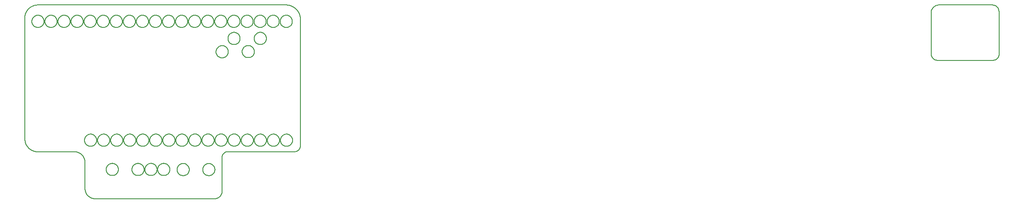
<source format=gbr>
G04 EAGLE Gerber RS-274X export*
G75*
%MOMM*%
%FSLAX34Y34*%
%LPD*%
%INSTIFFENER_TOP*%
%IPPOS*%
%AMOC8*
5,1,8,0,0,1.08239X$1,22.5*%
G01*
%ADD10C,0.152400*%


D10*
X134366Y654050D02*
X133755Y654045D01*
X133145Y654026D01*
X132535Y653992D01*
X131926Y653944D01*
X131319Y653881D01*
X130713Y653803D01*
X130109Y653710D01*
X129508Y653603D01*
X128910Y653482D01*
X128314Y653346D01*
X127722Y653195D01*
X127134Y653031D01*
X126550Y652852D01*
X125971Y652659D01*
X125396Y652452D01*
X124826Y652232D01*
X124262Y651998D01*
X123704Y651750D01*
X123152Y651488D01*
X122607Y651214D01*
X122068Y650926D01*
X121536Y650626D01*
X121012Y650312D01*
X120495Y649986D01*
X119987Y649648D01*
X119487Y649298D01*
X118995Y648935D01*
X118513Y648561D01*
X118039Y648175D01*
X117575Y647778D01*
X117121Y647370D01*
X116677Y646951D01*
X116243Y646521D01*
X115819Y646081D01*
X115406Y645631D01*
X115005Y645171D01*
X114614Y644701D01*
X114235Y644223D01*
X113868Y643735D01*
X113512Y643238D01*
X113169Y642733D01*
X112838Y642220D01*
X112519Y641699D01*
X112213Y641170D01*
X111920Y640634D01*
X111640Y640091D01*
X111373Y639542D01*
X111120Y638986D01*
X110880Y638425D01*
X110654Y637858D01*
X110441Y637285D01*
X110242Y636707D01*
X110058Y636125D01*
X109887Y635539D01*
X109731Y634948D01*
X109589Y634354D01*
X109462Y633757D01*
X109348Y633157D01*
X109250Y632554D01*
X109166Y631949D01*
X109097Y631343D01*
X109042Y630734D01*
X109002Y630125D01*
X108977Y629515D01*
X108966Y628904D01*
X134366Y654050D02*
X616966Y654050D01*
X617647Y654042D01*
X618328Y654017D01*
X619008Y653976D01*
X619687Y653918D01*
X620364Y653844D01*
X621040Y653754D01*
X621713Y653648D01*
X622383Y653525D01*
X623050Y653386D01*
X623713Y653231D01*
X624373Y653060D01*
X625028Y652873D01*
X625678Y652670D01*
X626324Y652452D01*
X626964Y652218D01*
X627598Y651969D01*
X628226Y651704D01*
X628847Y651424D01*
X629461Y651130D01*
X630068Y650821D01*
X630668Y650497D01*
X631259Y650158D01*
X631842Y649806D01*
X632417Y649439D01*
X632982Y649059D01*
X633538Y648665D01*
X634084Y648258D01*
X634621Y647838D01*
X635147Y647405D01*
X635662Y646960D01*
X636167Y646502D01*
X636660Y646032D01*
X637142Y645550D01*
X637612Y645057D01*
X638070Y644552D01*
X638515Y644037D01*
X638948Y643511D01*
X639368Y642974D01*
X639775Y642428D01*
X640169Y641872D01*
X640549Y641307D01*
X640916Y640732D01*
X641268Y640149D01*
X641607Y639558D01*
X641931Y638958D01*
X642240Y638351D01*
X642534Y637737D01*
X642814Y637116D01*
X643079Y636488D01*
X643328Y635854D01*
X643562Y635214D01*
X643780Y634568D01*
X643983Y633918D01*
X644170Y633263D01*
X644341Y632603D01*
X644496Y631940D01*
X644635Y631273D01*
X644758Y630603D01*
X644864Y629930D01*
X644954Y629254D01*
X645028Y628577D01*
X645086Y627898D01*
X645127Y627218D01*
X645152Y626537D01*
X645160Y625856D01*
X645160Y381000D01*
X645156Y380693D01*
X645145Y380386D01*
X645127Y380080D01*
X645101Y379774D01*
X645067Y379469D01*
X645027Y379165D01*
X644979Y378862D01*
X644923Y378560D01*
X644861Y378260D01*
X644791Y377961D01*
X644714Y377664D01*
X644630Y377368D01*
X644538Y377075D01*
X644440Y376785D01*
X644335Y376497D01*
X644222Y376211D01*
X644103Y375928D01*
X643977Y375648D01*
X643845Y375371D01*
X643705Y375098D01*
X643559Y374828D01*
X643407Y374562D01*
X643248Y374299D01*
X643083Y374040D01*
X642912Y373786D01*
X642735Y373535D01*
X642551Y373289D01*
X642362Y373047D01*
X642167Y372811D01*
X641966Y372578D01*
X641760Y372351D01*
X641548Y372129D01*
X641331Y371912D01*
X641109Y371700D01*
X640882Y371494D01*
X640649Y371293D01*
X640413Y371098D01*
X640171Y370909D01*
X639925Y370725D01*
X639674Y370548D01*
X639420Y370377D01*
X639161Y370212D01*
X638898Y370053D01*
X638632Y369901D01*
X638362Y369755D01*
X638089Y369615D01*
X637812Y369483D01*
X637532Y369357D01*
X637249Y369238D01*
X636963Y369125D01*
X636675Y369020D01*
X636385Y368922D01*
X636092Y368830D01*
X635796Y368746D01*
X635499Y368669D01*
X635200Y368599D01*
X634900Y368537D01*
X634598Y368481D01*
X634295Y368433D01*
X633991Y368393D01*
X633686Y368359D01*
X633380Y368333D01*
X633074Y368315D01*
X632767Y368304D01*
X632460Y368300D01*
X502920Y368300D01*
X205740Y368300D02*
X134112Y368300D01*
X133511Y368307D01*
X132909Y368329D01*
X132309Y368365D01*
X131710Y368416D01*
X131112Y368481D01*
X130515Y368561D01*
X129921Y368655D01*
X129330Y368764D01*
X128741Y368886D01*
X128155Y369023D01*
X127573Y369174D01*
X126994Y369339D01*
X126420Y369518D01*
X125850Y369711D01*
X125285Y369918D01*
X124725Y370138D01*
X124171Y370371D01*
X123622Y370618D01*
X123080Y370878D01*
X122544Y371151D01*
X122015Y371437D01*
X121493Y371736D01*
X120978Y372047D01*
X120471Y372371D01*
X119972Y372706D01*
X119481Y373054D01*
X118999Y373413D01*
X118525Y373784D01*
X118061Y374167D01*
X117606Y374560D01*
X117160Y374964D01*
X116725Y375379D01*
X116299Y375805D01*
X115884Y376240D01*
X115480Y376686D01*
X115087Y377141D01*
X114704Y377605D01*
X114333Y378079D01*
X113974Y378561D01*
X113626Y379052D01*
X113291Y379551D01*
X112967Y380058D01*
X112656Y380573D01*
X112357Y381095D01*
X112071Y381624D01*
X111798Y382160D01*
X111538Y382702D01*
X111291Y383251D01*
X111058Y383805D01*
X110838Y384365D01*
X110631Y384930D01*
X110438Y385500D01*
X110259Y386074D01*
X110094Y386653D01*
X109943Y387235D01*
X109806Y387821D01*
X109684Y388410D01*
X109575Y389001D01*
X109481Y389595D01*
X109401Y390192D01*
X109336Y390790D01*
X109285Y391389D01*
X109249Y391989D01*
X109227Y392591D01*
X109220Y393192D01*
X109220Y406146D01*
X109189Y406148D01*
X109159Y406153D01*
X109130Y406163D01*
X109102Y406175D01*
X109076Y406191D01*
X109052Y406210D01*
X109030Y406232D01*
X109011Y406256D01*
X108995Y406282D01*
X108983Y406310D01*
X108973Y406339D01*
X108968Y406369D01*
X108966Y406400D01*
X108966Y628904D01*
X1871472Y638810D02*
X1871476Y639178D01*
X1871490Y639546D01*
X1871512Y639914D01*
X1871543Y640281D01*
X1871583Y640647D01*
X1871632Y641012D01*
X1871690Y641376D01*
X1871756Y641738D01*
X1871831Y642099D01*
X1871915Y642457D01*
X1872007Y642814D01*
X1872108Y643168D01*
X1872218Y643519D01*
X1872336Y643868D01*
X1872462Y644214D01*
X1872597Y644557D01*
X1872740Y644896D01*
X1872891Y645232D01*
X1873050Y645564D01*
X1873218Y645892D01*
X1873393Y646216D01*
X1873576Y646536D01*
X1873766Y646851D01*
X1873964Y647162D01*
X1874170Y647467D01*
X1874383Y647768D01*
X1874603Y648063D01*
X1874830Y648353D01*
X1875064Y648637D01*
X1875305Y648916D01*
X1875552Y649189D01*
X1875806Y649455D01*
X1876067Y649716D01*
X1876333Y649970D01*
X1876606Y650217D01*
X1876885Y650458D01*
X1877169Y650692D01*
X1877459Y650919D01*
X1877754Y651139D01*
X1878055Y651352D01*
X1878360Y651558D01*
X1878671Y651756D01*
X1878986Y651946D01*
X1879306Y652129D01*
X1879630Y652304D01*
X1879958Y652472D01*
X1880290Y652631D01*
X1880626Y652782D01*
X1880965Y652925D01*
X1881308Y653060D01*
X1881654Y653186D01*
X1882003Y653304D01*
X1882354Y653414D01*
X1882708Y653515D01*
X1883065Y653607D01*
X1883423Y653691D01*
X1883784Y653766D01*
X1884146Y653832D01*
X1884510Y653890D01*
X1884875Y653939D01*
X1885241Y653979D01*
X1885608Y654010D01*
X1885976Y654032D01*
X1886344Y654046D01*
X1886712Y654050D01*
X1990852Y654050D01*
X1991159Y654046D01*
X1991466Y654035D01*
X1991772Y654017D01*
X1992078Y653991D01*
X1992383Y653957D01*
X1992687Y653917D01*
X1992990Y653869D01*
X1993292Y653813D01*
X1993592Y653751D01*
X1993891Y653681D01*
X1994188Y653604D01*
X1994484Y653520D01*
X1994777Y653428D01*
X1995067Y653330D01*
X1995355Y653225D01*
X1995641Y653112D01*
X1995924Y652993D01*
X1996204Y652867D01*
X1996481Y652735D01*
X1996754Y652595D01*
X1997024Y652449D01*
X1997290Y652297D01*
X1997553Y652138D01*
X1997812Y651973D01*
X1998066Y651802D01*
X1998317Y651625D01*
X1998563Y651441D01*
X1998805Y651252D01*
X1999041Y651057D01*
X1999274Y650856D01*
X1999501Y650650D01*
X1999723Y650438D01*
X1999940Y650221D01*
X2000152Y649999D01*
X2000358Y649772D01*
X2000559Y649539D01*
X2000754Y649303D01*
X2000943Y649061D01*
X2001127Y648815D01*
X2001304Y648564D01*
X2001475Y648310D01*
X2001640Y648051D01*
X2001799Y647788D01*
X2001951Y647522D01*
X2002097Y647252D01*
X2002237Y646979D01*
X2002369Y646702D01*
X2002495Y646422D01*
X2002614Y646139D01*
X2002727Y645853D01*
X2002832Y645565D01*
X2002930Y645275D01*
X2003022Y644982D01*
X2003106Y644686D01*
X2003183Y644389D01*
X2003253Y644090D01*
X2003315Y643790D01*
X2003371Y643488D01*
X2003419Y643185D01*
X2003459Y642881D01*
X2003493Y642576D01*
X2003519Y642270D01*
X2003537Y641964D01*
X2003548Y641657D01*
X2003552Y641350D01*
X2003806Y559054D01*
X2003802Y558747D01*
X2003791Y558440D01*
X2003773Y558134D01*
X2003747Y557828D01*
X2003713Y557523D01*
X2003673Y557219D01*
X2003625Y556916D01*
X2003569Y556614D01*
X2003507Y556314D01*
X2003437Y556015D01*
X2003360Y555718D01*
X2003276Y555422D01*
X2003184Y555129D01*
X2003086Y554839D01*
X2002981Y554551D01*
X2002868Y554265D01*
X2002749Y553982D01*
X2002623Y553702D01*
X2002491Y553425D01*
X2002351Y553152D01*
X2002205Y552882D01*
X2002053Y552616D01*
X2001894Y552353D01*
X2001729Y552094D01*
X2001558Y551840D01*
X2001381Y551589D01*
X2001197Y551343D01*
X2001008Y551101D01*
X2000813Y550865D01*
X2000612Y550632D01*
X2000406Y550405D01*
X2000194Y550183D01*
X1999977Y549966D01*
X1999755Y549754D01*
X1999528Y549548D01*
X1999295Y549347D01*
X1999059Y549152D01*
X1998817Y548963D01*
X1998571Y548779D01*
X1998320Y548602D01*
X1998066Y548431D01*
X1997807Y548266D01*
X1997544Y548107D01*
X1997278Y547955D01*
X1997008Y547809D01*
X1996735Y547669D01*
X1996458Y547537D01*
X1996178Y547411D01*
X1995895Y547292D01*
X1995609Y547179D01*
X1995321Y547074D01*
X1995031Y546976D01*
X1994738Y546884D01*
X1994442Y546800D01*
X1994145Y546723D01*
X1993846Y546653D01*
X1993546Y546591D01*
X1993244Y546535D01*
X1992941Y546487D01*
X1992637Y546447D01*
X1992332Y546413D01*
X1992026Y546387D01*
X1991720Y546369D01*
X1991413Y546358D01*
X1991106Y546354D01*
X1884426Y546354D01*
X1884119Y546358D01*
X1883812Y546369D01*
X1883506Y546387D01*
X1883200Y546413D01*
X1882895Y546447D01*
X1882591Y546487D01*
X1882288Y546535D01*
X1881986Y546591D01*
X1881686Y546653D01*
X1881387Y546723D01*
X1881090Y546800D01*
X1880794Y546884D01*
X1880501Y546976D01*
X1880211Y547074D01*
X1879923Y547179D01*
X1879637Y547292D01*
X1879354Y547411D01*
X1879074Y547537D01*
X1878797Y547669D01*
X1878524Y547809D01*
X1878254Y547955D01*
X1877988Y548107D01*
X1877725Y548266D01*
X1877466Y548431D01*
X1877212Y548602D01*
X1876961Y548779D01*
X1876715Y548963D01*
X1876473Y549152D01*
X1876237Y549347D01*
X1876004Y549548D01*
X1875777Y549754D01*
X1875555Y549966D01*
X1875338Y550183D01*
X1875126Y550405D01*
X1874920Y550632D01*
X1874719Y550865D01*
X1874524Y551101D01*
X1874335Y551343D01*
X1874151Y551589D01*
X1873974Y551840D01*
X1873803Y552094D01*
X1873638Y552353D01*
X1873479Y552616D01*
X1873327Y552882D01*
X1873181Y553152D01*
X1873041Y553425D01*
X1872909Y553702D01*
X1872783Y553982D01*
X1872664Y554265D01*
X1872551Y554551D01*
X1872446Y554839D01*
X1872348Y555129D01*
X1872256Y555422D01*
X1872172Y555718D01*
X1872095Y556015D01*
X1872025Y556314D01*
X1871963Y556614D01*
X1871907Y556916D01*
X1871859Y557219D01*
X1871819Y557523D01*
X1871785Y557828D01*
X1871759Y558134D01*
X1871741Y558440D01*
X1871730Y558747D01*
X1871726Y559054D01*
X1871472Y638810D01*
X122791Y622300D02*
X122795Y622590D01*
X122805Y622880D01*
X122823Y623170D01*
X122848Y623459D01*
X122880Y623748D01*
X122919Y624036D01*
X122965Y624322D01*
X123018Y624608D01*
X123078Y624892D01*
X123146Y625174D01*
X123219Y625455D01*
X123300Y625734D01*
X123388Y626011D01*
X123482Y626285D01*
X123584Y626557D01*
X123691Y626827D01*
X123806Y627094D01*
X123927Y627358D01*
X124054Y627618D01*
X124188Y627876D01*
X124328Y628130D01*
X124474Y628381D01*
X124626Y628628D01*
X124785Y628872D01*
X124949Y629111D01*
X125119Y629347D01*
X125295Y629578D01*
X125476Y629804D01*
X125663Y630026D01*
X125855Y630244D01*
X126053Y630457D01*
X126256Y630664D01*
X126463Y630867D01*
X126676Y631065D01*
X126894Y631257D01*
X127116Y631444D01*
X127342Y631625D01*
X127573Y631801D01*
X127809Y631971D01*
X128048Y632135D01*
X128292Y632294D01*
X128539Y632446D01*
X128790Y632592D01*
X129044Y632732D01*
X129302Y632866D01*
X129562Y632993D01*
X129826Y633114D01*
X130093Y633229D01*
X130363Y633336D01*
X130635Y633438D01*
X130909Y633532D01*
X131186Y633620D01*
X131465Y633701D01*
X131746Y633774D01*
X132028Y633842D01*
X132312Y633902D01*
X132598Y633955D01*
X132884Y634001D01*
X133172Y634040D01*
X133461Y634072D01*
X133750Y634097D01*
X134040Y634115D01*
X134330Y634125D01*
X134620Y634129D01*
X134910Y634125D01*
X135200Y634115D01*
X135490Y634097D01*
X135779Y634072D01*
X136068Y634040D01*
X136356Y634001D01*
X136642Y633955D01*
X136928Y633902D01*
X137212Y633842D01*
X137494Y633774D01*
X137775Y633701D01*
X138054Y633620D01*
X138331Y633532D01*
X138605Y633438D01*
X138877Y633336D01*
X139147Y633229D01*
X139414Y633114D01*
X139678Y632993D01*
X139938Y632866D01*
X140196Y632732D01*
X140450Y632592D01*
X140701Y632446D01*
X140948Y632294D01*
X141192Y632135D01*
X141431Y631971D01*
X141667Y631801D01*
X141898Y631625D01*
X142124Y631444D01*
X142346Y631257D01*
X142564Y631065D01*
X142777Y630867D01*
X142984Y630664D01*
X143187Y630457D01*
X143385Y630244D01*
X143577Y630026D01*
X143764Y629804D01*
X143945Y629578D01*
X144121Y629347D01*
X144291Y629111D01*
X144455Y628872D01*
X144614Y628628D01*
X144766Y628381D01*
X144912Y628130D01*
X145052Y627876D01*
X145186Y627618D01*
X145313Y627358D01*
X145434Y627094D01*
X145549Y626827D01*
X145656Y626557D01*
X145758Y626285D01*
X145852Y626011D01*
X145940Y625734D01*
X146021Y625455D01*
X146094Y625174D01*
X146162Y624892D01*
X146222Y624608D01*
X146275Y624322D01*
X146321Y624036D01*
X146360Y623748D01*
X146392Y623459D01*
X146417Y623170D01*
X146435Y622880D01*
X146445Y622590D01*
X146449Y622300D01*
X146445Y622010D01*
X146435Y621720D01*
X146417Y621430D01*
X146392Y621141D01*
X146360Y620852D01*
X146321Y620564D01*
X146275Y620278D01*
X146222Y619992D01*
X146162Y619708D01*
X146094Y619426D01*
X146021Y619145D01*
X145940Y618866D01*
X145852Y618589D01*
X145758Y618315D01*
X145656Y618043D01*
X145549Y617773D01*
X145434Y617506D01*
X145313Y617242D01*
X145186Y616982D01*
X145052Y616724D01*
X144912Y616470D01*
X144766Y616219D01*
X144614Y615972D01*
X144455Y615728D01*
X144291Y615489D01*
X144121Y615253D01*
X143945Y615022D01*
X143764Y614796D01*
X143577Y614574D01*
X143385Y614356D01*
X143187Y614143D01*
X142984Y613936D01*
X142777Y613733D01*
X142564Y613535D01*
X142346Y613343D01*
X142124Y613156D01*
X141898Y612975D01*
X141667Y612799D01*
X141431Y612629D01*
X141192Y612465D01*
X140948Y612306D01*
X140701Y612154D01*
X140450Y612008D01*
X140196Y611868D01*
X139938Y611734D01*
X139678Y611607D01*
X139414Y611486D01*
X139147Y611371D01*
X138877Y611264D01*
X138605Y611162D01*
X138331Y611068D01*
X138054Y610980D01*
X137775Y610899D01*
X137494Y610826D01*
X137212Y610758D01*
X136928Y610698D01*
X136642Y610645D01*
X136356Y610599D01*
X136068Y610560D01*
X135779Y610528D01*
X135490Y610503D01*
X135200Y610485D01*
X134910Y610475D01*
X134620Y610471D01*
X134330Y610475D01*
X134040Y610485D01*
X133750Y610503D01*
X133461Y610528D01*
X133172Y610560D01*
X132884Y610599D01*
X132598Y610645D01*
X132312Y610698D01*
X132028Y610758D01*
X131746Y610826D01*
X131465Y610899D01*
X131186Y610980D01*
X130909Y611068D01*
X130635Y611162D01*
X130363Y611264D01*
X130093Y611371D01*
X129826Y611486D01*
X129562Y611607D01*
X129302Y611734D01*
X129044Y611868D01*
X128790Y612008D01*
X128539Y612154D01*
X128292Y612306D01*
X128048Y612465D01*
X127809Y612629D01*
X127573Y612799D01*
X127342Y612975D01*
X127116Y613156D01*
X126894Y613343D01*
X126676Y613535D01*
X126463Y613733D01*
X126256Y613936D01*
X126053Y614143D01*
X125855Y614356D01*
X125663Y614574D01*
X125476Y614796D01*
X125295Y615022D01*
X125119Y615253D01*
X124949Y615489D01*
X124785Y615728D01*
X124626Y615972D01*
X124474Y616219D01*
X124328Y616470D01*
X124188Y616724D01*
X124054Y616982D01*
X123927Y617242D01*
X123806Y617506D01*
X123691Y617773D01*
X123584Y618043D01*
X123482Y618315D01*
X123388Y618589D01*
X123300Y618866D01*
X123219Y619145D01*
X123146Y619426D01*
X123078Y619708D01*
X123018Y619992D01*
X122965Y620278D01*
X122919Y620564D01*
X122880Y620852D01*
X122848Y621141D01*
X122823Y621430D01*
X122805Y621720D01*
X122795Y622010D01*
X122791Y622300D01*
X148191Y622300D02*
X148195Y622590D01*
X148205Y622880D01*
X148223Y623170D01*
X148248Y623459D01*
X148280Y623748D01*
X148319Y624036D01*
X148365Y624322D01*
X148418Y624608D01*
X148478Y624892D01*
X148546Y625174D01*
X148619Y625455D01*
X148700Y625734D01*
X148788Y626011D01*
X148882Y626285D01*
X148984Y626557D01*
X149091Y626827D01*
X149206Y627094D01*
X149327Y627358D01*
X149454Y627618D01*
X149588Y627876D01*
X149728Y628130D01*
X149874Y628381D01*
X150026Y628628D01*
X150185Y628872D01*
X150349Y629111D01*
X150519Y629347D01*
X150695Y629578D01*
X150876Y629804D01*
X151063Y630026D01*
X151255Y630244D01*
X151453Y630457D01*
X151656Y630664D01*
X151863Y630867D01*
X152076Y631065D01*
X152294Y631257D01*
X152516Y631444D01*
X152742Y631625D01*
X152973Y631801D01*
X153209Y631971D01*
X153448Y632135D01*
X153692Y632294D01*
X153939Y632446D01*
X154190Y632592D01*
X154444Y632732D01*
X154702Y632866D01*
X154962Y632993D01*
X155226Y633114D01*
X155493Y633229D01*
X155763Y633336D01*
X156035Y633438D01*
X156309Y633532D01*
X156586Y633620D01*
X156865Y633701D01*
X157146Y633774D01*
X157428Y633842D01*
X157712Y633902D01*
X157998Y633955D01*
X158284Y634001D01*
X158572Y634040D01*
X158861Y634072D01*
X159150Y634097D01*
X159440Y634115D01*
X159730Y634125D01*
X160020Y634129D01*
X160310Y634125D01*
X160600Y634115D01*
X160890Y634097D01*
X161179Y634072D01*
X161468Y634040D01*
X161756Y634001D01*
X162042Y633955D01*
X162328Y633902D01*
X162612Y633842D01*
X162894Y633774D01*
X163175Y633701D01*
X163454Y633620D01*
X163731Y633532D01*
X164005Y633438D01*
X164277Y633336D01*
X164547Y633229D01*
X164814Y633114D01*
X165078Y632993D01*
X165338Y632866D01*
X165596Y632732D01*
X165850Y632592D01*
X166101Y632446D01*
X166348Y632294D01*
X166592Y632135D01*
X166831Y631971D01*
X167067Y631801D01*
X167298Y631625D01*
X167524Y631444D01*
X167746Y631257D01*
X167964Y631065D01*
X168177Y630867D01*
X168384Y630664D01*
X168587Y630457D01*
X168785Y630244D01*
X168977Y630026D01*
X169164Y629804D01*
X169345Y629578D01*
X169521Y629347D01*
X169691Y629111D01*
X169855Y628872D01*
X170014Y628628D01*
X170166Y628381D01*
X170312Y628130D01*
X170452Y627876D01*
X170586Y627618D01*
X170713Y627358D01*
X170834Y627094D01*
X170949Y626827D01*
X171056Y626557D01*
X171158Y626285D01*
X171252Y626011D01*
X171340Y625734D01*
X171421Y625455D01*
X171494Y625174D01*
X171562Y624892D01*
X171622Y624608D01*
X171675Y624322D01*
X171721Y624036D01*
X171760Y623748D01*
X171792Y623459D01*
X171817Y623170D01*
X171835Y622880D01*
X171845Y622590D01*
X171849Y622300D01*
X171845Y622010D01*
X171835Y621720D01*
X171817Y621430D01*
X171792Y621141D01*
X171760Y620852D01*
X171721Y620564D01*
X171675Y620278D01*
X171622Y619992D01*
X171562Y619708D01*
X171494Y619426D01*
X171421Y619145D01*
X171340Y618866D01*
X171252Y618589D01*
X171158Y618315D01*
X171056Y618043D01*
X170949Y617773D01*
X170834Y617506D01*
X170713Y617242D01*
X170586Y616982D01*
X170452Y616724D01*
X170312Y616470D01*
X170166Y616219D01*
X170014Y615972D01*
X169855Y615728D01*
X169691Y615489D01*
X169521Y615253D01*
X169345Y615022D01*
X169164Y614796D01*
X168977Y614574D01*
X168785Y614356D01*
X168587Y614143D01*
X168384Y613936D01*
X168177Y613733D01*
X167964Y613535D01*
X167746Y613343D01*
X167524Y613156D01*
X167298Y612975D01*
X167067Y612799D01*
X166831Y612629D01*
X166592Y612465D01*
X166348Y612306D01*
X166101Y612154D01*
X165850Y612008D01*
X165596Y611868D01*
X165338Y611734D01*
X165078Y611607D01*
X164814Y611486D01*
X164547Y611371D01*
X164277Y611264D01*
X164005Y611162D01*
X163731Y611068D01*
X163454Y610980D01*
X163175Y610899D01*
X162894Y610826D01*
X162612Y610758D01*
X162328Y610698D01*
X162042Y610645D01*
X161756Y610599D01*
X161468Y610560D01*
X161179Y610528D01*
X160890Y610503D01*
X160600Y610485D01*
X160310Y610475D01*
X160020Y610471D01*
X159730Y610475D01*
X159440Y610485D01*
X159150Y610503D01*
X158861Y610528D01*
X158572Y610560D01*
X158284Y610599D01*
X157998Y610645D01*
X157712Y610698D01*
X157428Y610758D01*
X157146Y610826D01*
X156865Y610899D01*
X156586Y610980D01*
X156309Y611068D01*
X156035Y611162D01*
X155763Y611264D01*
X155493Y611371D01*
X155226Y611486D01*
X154962Y611607D01*
X154702Y611734D01*
X154444Y611868D01*
X154190Y612008D01*
X153939Y612154D01*
X153692Y612306D01*
X153448Y612465D01*
X153209Y612629D01*
X152973Y612799D01*
X152742Y612975D01*
X152516Y613156D01*
X152294Y613343D01*
X152076Y613535D01*
X151863Y613733D01*
X151656Y613936D01*
X151453Y614143D01*
X151255Y614356D01*
X151063Y614574D01*
X150876Y614796D01*
X150695Y615022D01*
X150519Y615253D01*
X150349Y615489D01*
X150185Y615728D01*
X150026Y615972D01*
X149874Y616219D01*
X149728Y616470D01*
X149588Y616724D01*
X149454Y616982D01*
X149327Y617242D01*
X149206Y617506D01*
X149091Y617773D01*
X148984Y618043D01*
X148882Y618315D01*
X148788Y618589D01*
X148700Y618866D01*
X148619Y619145D01*
X148546Y619426D01*
X148478Y619708D01*
X148418Y619992D01*
X148365Y620278D01*
X148319Y620564D01*
X148280Y620852D01*
X148248Y621141D01*
X148223Y621430D01*
X148205Y621720D01*
X148195Y622010D01*
X148191Y622300D01*
X173591Y622300D02*
X173595Y622590D01*
X173605Y622880D01*
X173623Y623170D01*
X173648Y623459D01*
X173680Y623748D01*
X173719Y624036D01*
X173765Y624322D01*
X173818Y624608D01*
X173878Y624892D01*
X173946Y625174D01*
X174019Y625455D01*
X174100Y625734D01*
X174188Y626011D01*
X174282Y626285D01*
X174384Y626557D01*
X174491Y626827D01*
X174606Y627094D01*
X174727Y627358D01*
X174854Y627618D01*
X174988Y627876D01*
X175128Y628130D01*
X175274Y628381D01*
X175426Y628628D01*
X175585Y628872D01*
X175749Y629111D01*
X175919Y629347D01*
X176095Y629578D01*
X176276Y629804D01*
X176463Y630026D01*
X176655Y630244D01*
X176853Y630457D01*
X177056Y630664D01*
X177263Y630867D01*
X177476Y631065D01*
X177694Y631257D01*
X177916Y631444D01*
X178142Y631625D01*
X178373Y631801D01*
X178609Y631971D01*
X178848Y632135D01*
X179092Y632294D01*
X179339Y632446D01*
X179590Y632592D01*
X179844Y632732D01*
X180102Y632866D01*
X180362Y632993D01*
X180626Y633114D01*
X180893Y633229D01*
X181163Y633336D01*
X181435Y633438D01*
X181709Y633532D01*
X181986Y633620D01*
X182265Y633701D01*
X182546Y633774D01*
X182828Y633842D01*
X183112Y633902D01*
X183398Y633955D01*
X183684Y634001D01*
X183972Y634040D01*
X184261Y634072D01*
X184550Y634097D01*
X184840Y634115D01*
X185130Y634125D01*
X185420Y634129D01*
X185710Y634125D01*
X186000Y634115D01*
X186290Y634097D01*
X186579Y634072D01*
X186868Y634040D01*
X187156Y634001D01*
X187442Y633955D01*
X187728Y633902D01*
X188012Y633842D01*
X188294Y633774D01*
X188575Y633701D01*
X188854Y633620D01*
X189131Y633532D01*
X189405Y633438D01*
X189677Y633336D01*
X189947Y633229D01*
X190214Y633114D01*
X190478Y632993D01*
X190738Y632866D01*
X190996Y632732D01*
X191250Y632592D01*
X191501Y632446D01*
X191748Y632294D01*
X191992Y632135D01*
X192231Y631971D01*
X192467Y631801D01*
X192698Y631625D01*
X192924Y631444D01*
X193146Y631257D01*
X193364Y631065D01*
X193577Y630867D01*
X193784Y630664D01*
X193987Y630457D01*
X194185Y630244D01*
X194377Y630026D01*
X194564Y629804D01*
X194745Y629578D01*
X194921Y629347D01*
X195091Y629111D01*
X195255Y628872D01*
X195414Y628628D01*
X195566Y628381D01*
X195712Y628130D01*
X195852Y627876D01*
X195986Y627618D01*
X196113Y627358D01*
X196234Y627094D01*
X196349Y626827D01*
X196456Y626557D01*
X196558Y626285D01*
X196652Y626011D01*
X196740Y625734D01*
X196821Y625455D01*
X196894Y625174D01*
X196962Y624892D01*
X197022Y624608D01*
X197075Y624322D01*
X197121Y624036D01*
X197160Y623748D01*
X197192Y623459D01*
X197217Y623170D01*
X197235Y622880D01*
X197245Y622590D01*
X197249Y622300D01*
X197245Y622010D01*
X197235Y621720D01*
X197217Y621430D01*
X197192Y621141D01*
X197160Y620852D01*
X197121Y620564D01*
X197075Y620278D01*
X197022Y619992D01*
X196962Y619708D01*
X196894Y619426D01*
X196821Y619145D01*
X196740Y618866D01*
X196652Y618589D01*
X196558Y618315D01*
X196456Y618043D01*
X196349Y617773D01*
X196234Y617506D01*
X196113Y617242D01*
X195986Y616982D01*
X195852Y616724D01*
X195712Y616470D01*
X195566Y616219D01*
X195414Y615972D01*
X195255Y615728D01*
X195091Y615489D01*
X194921Y615253D01*
X194745Y615022D01*
X194564Y614796D01*
X194377Y614574D01*
X194185Y614356D01*
X193987Y614143D01*
X193784Y613936D01*
X193577Y613733D01*
X193364Y613535D01*
X193146Y613343D01*
X192924Y613156D01*
X192698Y612975D01*
X192467Y612799D01*
X192231Y612629D01*
X191992Y612465D01*
X191748Y612306D01*
X191501Y612154D01*
X191250Y612008D01*
X190996Y611868D01*
X190738Y611734D01*
X190478Y611607D01*
X190214Y611486D01*
X189947Y611371D01*
X189677Y611264D01*
X189405Y611162D01*
X189131Y611068D01*
X188854Y610980D01*
X188575Y610899D01*
X188294Y610826D01*
X188012Y610758D01*
X187728Y610698D01*
X187442Y610645D01*
X187156Y610599D01*
X186868Y610560D01*
X186579Y610528D01*
X186290Y610503D01*
X186000Y610485D01*
X185710Y610475D01*
X185420Y610471D01*
X185130Y610475D01*
X184840Y610485D01*
X184550Y610503D01*
X184261Y610528D01*
X183972Y610560D01*
X183684Y610599D01*
X183398Y610645D01*
X183112Y610698D01*
X182828Y610758D01*
X182546Y610826D01*
X182265Y610899D01*
X181986Y610980D01*
X181709Y611068D01*
X181435Y611162D01*
X181163Y611264D01*
X180893Y611371D01*
X180626Y611486D01*
X180362Y611607D01*
X180102Y611734D01*
X179844Y611868D01*
X179590Y612008D01*
X179339Y612154D01*
X179092Y612306D01*
X178848Y612465D01*
X178609Y612629D01*
X178373Y612799D01*
X178142Y612975D01*
X177916Y613156D01*
X177694Y613343D01*
X177476Y613535D01*
X177263Y613733D01*
X177056Y613936D01*
X176853Y614143D01*
X176655Y614356D01*
X176463Y614574D01*
X176276Y614796D01*
X176095Y615022D01*
X175919Y615253D01*
X175749Y615489D01*
X175585Y615728D01*
X175426Y615972D01*
X175274Y616219D01*
X175128Y616470D01*
X174988Y616724D01*
X174854Y616982D01*
X174727Y617242D01*
X174606Y617506D01*
X174491Y617773D01*
X174384Y618043D01*
X174282Y618315D01*
X174188Y618589D01*
X174100Y618866D01*
X174019Y619145D01*
X173946Y619426D01*
X173878Y619708D01*
X173818Y619992D01*
X173765Y620278D01*
X173719Y620564D01*
X173680Y620852D01*
X173648Y621141D01*
X173623Y621430D01*
X173605Y621720D01*
X173595Y622010D01*
X173591Y622300D01*
X198991Y622300D02*
X198995Y622590D01*
X199005Y622880D01*
X199023Y623170D01*
X199048Y623459D01*
X199080Y623748D01*
X199119Y624036D01*
X199165Y624322D01*
X199218Y624608D01*
X199278Y624892D01*
X199346Y625174D01*
X199419Y625455D01*
X199500Y625734D01*
X199588Y626011D01*
X199682Y626285D01*
X199784Y626557D01*
X199891Y626827D01*
X200006Y627094D01*
X200127Y627358D01*
X200254Y627618D01*
X200388Y627876D01*
X200528Y628130D01*
X200674Y628381D01*
X200826Y628628D01*
X200985Y628872D01*
X201149Y629111D01*
X201319Y629347D01*
X201495Y629578D01*
X201676Y629804D01*
X201863Y630026D01*
X202055Y630244D01*
X202253Y630457D01*
X202456Y630664D01*
X202663Y630867D01*
X202876Y631065D01*
X203094Y631257D01*
X203316Y631444D01*
X203542Y631625D01*
X203773Y631801D01*
X204009Y631971D01*
X204248Y632135D01*
X204492Y632294D01*
X204739Y632446D01*
X204990Y632592D01*
X205244Y632732D01*
X205502Y632866D01*
X205762Y632993D01*
X206026Y633114D01*
X206293Y633229D01*
X206563Y633336D01*
X206835Y633438D01*
X207109Y633532D01*
X207386Y633620D01*
X207665Y633701D01*
X207946Y633774D01*
X208228Y633842D01*
X208512Y633902D01*
X208798Y633955D01*
X209084Y634001D01*
X209372Y634040D01*
X209661Y634072D01*
X209950Y634097D01*
X210240Y634115D01*
X210530Y634125D01*
X210820Y634129D01*
X211110Y634125D01*
X211400Y634115D01*
X211690Y634097D01*
X211979Y634072D01*
X212268Y634040D01*
X212556Y634001D01*
X212842Y633955D01*
X213128Y633902D01*
X213412Y633842D01*
X213694Y633774D01*
X213975Y633701D01*
X214254Y633620D01*
X214531Y633532D01*
X214805Y633438D01*
X215077Y633336D01*
X215347Y633229D01*
X215614Y633114D01*
X215878Y632993D01*
X216138Y632866D01*
X216396Y632732D01*
X216650Y632592D01*
X216901Y632446D01*
X217148Y632294D01*
X217392Y632135D01*
X217631Y631971D01*
X217867Y631801D01*
X218098Y631625D01*
X218324Y631444D01*
X218546Y631257D01*
X218764Y631065D01*
X218977Y630867D01*
X219184Y630664D01*
X219387Y630457D01*
X219585Y630244D01*
X219777Y630026D01*
X219964Y629804D01*
X220145Y629578D01*
X220321Y629347D01*
X220491Y629111D01*
X220655Y628872D01*
X220814Y628628D01*
X220966Y628381D01*
X221112Y628130D01*
X221252Y627876D01*
X221386Y627618D01*
X221513Y627358D01*
X221634Y627094D01*
X221749Y626827D01*
X221856Y626557D01*
X221958Y626285D01*
X222052Y626011D01*
X222140Y625734D01*
X222221Y625455D01*
X222294Y625174D01*
X222362Y624892D01*
X222422Y624608D01*
X222475Y624322D01*
X222521Y624036D01*
X222560Y623748D01*
X222592Y623459D01*
X222617Y623170D01*
X222635Y622880D01*
X222645Y622590D01*
X222649Y622300D01*
X222645Y622010D01*
X222635Y621720D01*
X222617Y621430D01*
X222592Y621141D01*
X222560Y620852D01*
X222521Y620564D01*
X222475Y620278D01*
X222422Y619992D01*
X222362Y619708D01*
X222294Y619426D01*
X222221Y619145D01*
X222140Y618866D01*
X222052Y618589D01*
X221958Y618315D01*
X221856Y618043D01*
X221749Y617773D01*
X221634Y617506D01*
X221513Y617242D01*
X221386Y616982D01*
X221252Y616724D01*
X221112Y616470D01*
X220966Y616219D01*
X220814Y615972D01*
X220655Y615728D01*
X220491Y615489D01*
X220321Y615253D01*
X220145Y615022D01*
X219964Y614796D01*
X219777Y614574D01*
X219585Y614356D01*
X219387Y614143D01*
X219184Y613936D01*
X218977Y613733D01*
X218764Y613535D01*
X218546Y613343D01*
X218324Y613156D01*
X218098Y612975D01*
X217867Y612799D01*
X217631Y612629D01*
X217392Y612465D01*
X217148Y612306D01*
X216901Y612154D01*
X216650Y612008D01*
X216396Y611868D01*
X216138Y611734D01*
X215878Y611607D01*
X215614Y611486D01*
X215347Y611371D01*
X215077Y611264D01*
X214805Y611162D01*
X214531Y611068D01*
X214254Y610980D01*
X213975Y610899D01*
X213694Y610826D01*
X213412Y610758D01*
X213128Y610698D01*
X212842Y610645D01*
X212556Y610599D01*
X212268Y610560D01*
X211979Y610528D01*
X211690Y610503D01*
X211400Y610485D01*
X211110Y610475D01*
X210820Y610471D01*
X210530Y610475D01*
X210240Y610485D01*
X209950Y610503D01*
X209661Y610528D01*
X209372Y610560D01*
X209084Y610599D01*
X208798Y610645D01*
X208512Y610698D01*
X208228Y610758D01*
X207946Y610826D01*
X207665Y610899D01*
X207386Y610980D01*
X207109Y611068D01*
X206835Y611162D01*
X206563Y611264D01*
X206293Y611371D01*
X206026Y611486D01*
X205762Y611607D01*
X205502Y611734D01*
X205244Y611868D01*
X204990Y612008D01*
X204739Y612154D01*
X204492Y612306D01*
X204248Y612465D01*
X204009Y612629D01*
X203773Y612799D01*
X203542Y612975D01*
X203316Y613156D01*
X203094Y613343D01*
X202876Y613535D01*
X202663Y613733D01*
X202456Y613936D01*
X202253Y614143D01*
X202055Y614356D01*
X201863Y614574D01*
X201676Y614796D01*
X201495Y615022D01*
X201319Y615253D01*
X201149Y615489D01*
X200985Y615728D01*
X200826Y615972D01*
X200674Y616219D01*
X200528Y616470D01*
X200388Y616724D01*
X200254Y616982D01*
X200127Y617242D01*
X200006Y617506D01*
X199891Y617773D01*
X199784Y618043D01*
X199682Y618315D01*
X199588Y618589D01*
X199500Y618866D01*
X199419Y619145D01*
X199346Y619426D01*
X199278Y619708D01*
X199218Y619992D01*
X199165Y620278D01*
X199119Y620564D01*
X199080Y620852D01*
X199048Y621141D01*
X199023Y621430D01*
X199005Y621720D01*
X198995Y622010D01*
X198991Y622300D01*
X224391Y622300D02*
X224395Y622590D01*
X224405Y622880D01*
X224423Y623170D01*
X224448Y623459D01*
X224480Y623748D01*
X224519Y624036D01*
X224565Y624322D01*
X224618Y624608D01*
X224678Y624892D01*
X224746Y625174D01*
X224819Y625455D01*
X224900Y625734D01*
X224988Y626011D01*
X225082Y626285D01*
X225184Y626557D01*
X225291Y626827D01*
X225406Y627094D01*
X225527Y627358D01*
X225654Y627618D01*
X225788Y627876D01*
X225928Y628130D01*
X226074Y628381D01*
X226226Y628628D01*
X226385Y628872D01*
X226549Y629111D01*
X226719Y629347D01*
X226895Y629578D01*
X227076Y629804D01*
X227263Y630026D01*
X227455Y630244D01*
X227653Y630457D01*
X227856Y630664D01*
X228063Y630867D01*
X228276Y631065D01*
X228494Y631257D01*
X228716Y631444D01*
X228942Y631625D01*
X229173Y631801D01*
X229409Y631971D01*
X229648Y632135D01*
X229892Y632294D01*
X230139Y632446D01*
X230390Y632592D01*
X230644Y632732D01*
X230902Y632866D01*
X231162Y632993D01*
X231426Y633114D01*
X231693Y633229D01*
X231963Y633336D01*
X232235Y633438D01*
X232509Y633532D01*
X232786Y633620D01*
X233065Y633701D01*
X233346Y633774D01*
X233628Y633842D01*
X233912Y633902D01*
X234198Y633955D01*
X234484Y634001D01*
X234772Y634040D01*
X235061Y634072D01*
X235350Y634097D01*
X235640Y634115D01*
X235930Y634125D01*
X236220Y634129D01*
X236510Y634125D01*
X236800Y634115D01*
X237090Y634097D01*
X237379Y634072D01*
X237668Y634040D01*
X237956Y634001D01*
X238242Y633955D01*
X238528Y633902D01*
X238812Y633842D01*
X239094Y633774D01*
X239375Y633701D01*
X239654Y633620D01*
X239931Y633532D01*
X240205Y633438D01*
X240477Y633336D01*
X240747Y633229D01*
X241014Y633114D01*
X241278Y632993D01*
X241538Y632866D01*
X241796Y632732D01*
X242050Y632592D01*
X242301Y632446D01*
X242548Y632294D01*
X242792Y632135D01*
X243031Y631971D01*
X243267Y631801D01*
X243498Y631625D01*
X243724Y631444D01*
X243946Y631257D01*
X244164Y631065D01*
X244377Y630867D01*
X244584Y630664D01*
X244787Y630457D01*
X244985Y630244D01*
X245177Y630026D01*
X245364Y629804D01*
X245545Y629578D01*
X245721Y629347D01*
X245891Y629111D01*
X246055Y628872D01*
X246214Y628628D01*
X246366Y628381D01*
X246512Y628130D01*
X246652Y627876D01*
X246786Y627618D01*
X246913Y627358D01*
X247034Y627094D01*
X247149Y626827D01*
X247256Y626557D01*
X247358Y626285D01*
X247452Y626011D01*
X247540Y625734D01*
X247621Y625455D01*
X247694Y625174D01*
X247762Y624892D01*
X247822Y624608D01*
X247875Y624322D01*
X247921Y624036D01*
X247960Y623748D01*
X247992Y623459D01*
X248017Y623170D01*
X248035Y622880D01*
X248045Y622590D01*
X248049Y622300D01*
X248045Y622010D01*
X248035Y621720D01*
X248017Y621430D01*
X247992Y621141D01*
X247960Y620852D01*
X247921Y620564D01*
X247875Y620278D01*
X247822Y619992D01*
X247762Y619708D01*
X247694Y619426D01*
X247621Y619145D01*
X247540Y618866D01*
X247452Y618589D01*
X247358Y618315D01*
X247256Y618043D01*
X247149Y617773D01*
X247034Y617506D01*
X246913Y617242D01*
X246786Y616982D01*
X246652Y616724D01*
X246512Y616470D01*
X246366Y616219D01*
X246214Y615972D01*
X246055Y615728D01*
X245891Y615489D01*
X245721Y615253D01*
X245545Y615022D01*
X245364Y614796D01*
X245177Y614574D01*
X244985Y614356D01*
X244787Y614143D01*
X244584Y613936D01*
X244377Y613733D01*
X244164Y613535D01*
X243946Y613343D01*
X243724Y613156D01*
X243498Y612975D01*
X243267Y612799D01*
X243031Y612629D01*
X242792Y612465D01*
X242548Y612306D01*
X242301Y612154D01*
X242050Y612008D01*
X241796Y611868D01*
X241538Y611734D01*
X241278Y611607D01*
X241014Y611486D01*
X240747Y611371D01*
X240477Y611264D01*
X240205Y611162D01*
X239931Y611068D01*
X239654Y610980D01*
X239375Y610899D01*
X239094Y610826D01*
X238812Y610758D01*
X238528Y610698D01*
X238242Y610645D01*
X237956Y610599D01*
X237668Y610560D01*
X237379Y610528D01*
X237090Y610503D01*
X236800Y610485D01*
X236510Y610475D01*
X236220Y610471D01*
X235930Y610475D01*
X235640Y610485D01*
X235350Y610503D01*
X235061Y610528D01*
X234772Y610560D01*
X234484Y610599D01*
X234198Y610645D01*
X233912Y610698D01*
X233628Y610758D01*
X233346Y610826D01*
X233065Y610899D01*
X232786Y610980D01*
X232509Y611068D01*
X232235Y611162D01*
X231963Y611264D01*
X231693Y611371D01*
X231426Y611486D01*
X231162Y611607D01*
X230902Y611734D01*
X230644Y611868D01*
X230390Y612008D01*
X230139Y612154D01*
X229892Y612306D01*
X229648Y612465D01*
X229409Y612629D01*
X229173Y612799D01*
X228942Y612975D01*
X228716Y613156D01*
X228494Y613343D01*
X228276Y613535D01*
X228063Y613733D01*
X227856Y613936D01*
X227653Y614143D01*
X227455Y614356D01*
X227263Y614574D01*
X227076Y614796D01*
X226895Y615022D01*
X226719Y615253D01*
X226549Y615489D01*
X226385Y615728D01*
X226226Y615972D01*
X226074Y616219D01*
X225928Y616470D01*
X225788Y616724D01*
X225654Y616982D01*
X225527Y617242D01*
X225406Y617506D01*
X225291Y617773D01*
X225184Y618043D01*
X225082Y618315D01*
X224988Y618589D01*
X224900Y618866D01*
X224819Y619145D01*
X224746Y619426D01*
X224678Y619708D01*
X224618Y619992D01*
X224565Y620278D01*
X224519Y620564D01*
X224480Y620852D01*
X224448Y621141D01*
X224423Y621430D01*
X224405Y621720D01*
X224395Y622010D01*
X224391Y622300D01*
X249791Y622300D02*
X249795Y622590D01*
X249805Y622880D01*
X249823Y623170D01*
X249848Y623459D01*
X249880Y623748D01*
X249919Y624036D01*
X249965Y624322D01*
X250018Y624608D01*
X250078Y624892D01*
X250146Y625174D01*
X250219Y625455D01*
X250300Y625734D01*
X250388Y626011D01*
X250482Y626285D01*
X250584Y626557D01*
X250691Y626827D01*
X250806Y627094D01*
X250927Y627358D01*
X251054Y627618D01*
X251188Y627876D01*
X251328Y628130D01*
X251474Y628381D01*
X251626Y628628D01*
X251785Y628872D01*
X251949Y629111D01*
X252119Y629347D01*
X252295Y629578D01*
X252476Y629804D01*
X252663Y630026D01*
X252855Y630244D01*
X253053Y630457D01*
X253256Y630664D01*
X253463Y630867D01*
X253676Y631065D01*
X253894Y631257D01*
X254116Y631444D01*
X254342Y631625D01*
X254573Y631801D01*
X254809Y631971D01*
X255048Y632135D01*
X255292Y632294D01*
X255539Y632446D01*
X255790Y632592D01*
X256044Y632732D01*
X256302Y632866D01*
X256562Y632993D01*
X256826Y633114D01*
X257093Y633229D01*
X257363Y633336D01*
X257635Y633438D01*
X257909Y633532D01*
X258186Y633620D01*
X258465Y633701D01*
X258746Y633774D01*
X259028Y633842D01*
X259312Y633902D01*
X259598Y633955D01*
X259884Y634001D01*
X260172Y634040D01*
X260461Y634072D01*
X260750Y634097D01*
X261040Y634115D01*
X261330Y634125D01*
X261620Y634129D01*
X261910Y634125D01*
X262200Y634115D01*
X262490Y634097D01*
X262779Y634072D01*
X263068Y634040D01*
X263356Y634001D01*
X263642Y633955D01*
X263928Y633902D01*
X264212Y633842D01*
X264494Y633774D01*
X264775Y633701D01*
X265054Y633620D01*
X265331Y633532D01*
X265605Y633438D01*
X265877Y633336D01*
X266147Y633229D01*
X266414Y633114D01*
X266678Y632993D01*
X266938Y632866D01*
X267196Y632732D01*
X267450Y632592D01*
X267701Y632446D01*
X267948Y632294D01*
X268192Y632135D01*
X268431Y631971D01*
X268667Y631801D01*
X268898Y631625D01*
X269124Y631444D01*
X269346Y631257D01*
X269564Y631065D01*
X269777Y630867D01*
X269984Y630664D01*
X270187Y630457D01*
X270385Y630244D01*
X270577Y630026D01*
X270764Y629804D01*
X270945Y629578D01*
X271121Y629347D01*
X271291Y629111D01*
X271455Y628872D01*
X271614Y628628D01*
X271766Y628381D01*
X271912Y628130D01*
X272052Y627876D01*
X272186Y627618D01*
X272313Y627358D01*
X272434Y627094D01*
X272549Y626827D01*
X272656Y626557D01*
X272758Y626285D01*
X272852Y626011D01*
X272940Y625734D01*
X273021Y625455D01*
X273094Y625174D01*
X273162Y624892D01*
X273222Y624608D01*
X273275Y624322D01*
X273321Y624036D01*
X273360Y623748D01*
X273392Y623459D01*
X273417Y623170D01*
X273435Y622880D01*
X273445Y622590D01*
X273449Y622300D01*
X273445Y622010D01*
X273435Y621720D01*
X273417Y621430D01*
X273392Y621141D01*
X273360Y620852D01*
X273321Y620564D01*
X273275Y620278D01*
X273222Y619992D01*
X273162Y619708D01*
X273094Y619426D01*
X273021Y619145D01*
X272940Y618866D01*
X272852Y618589D01*
X272758Y618315D01*
X272656Y618043D01*
X272549Y617773D01*
X272434Y617506D01*
X272313Y617242D01*
X272186Y616982D01*
X272052Y616724D01*
X271912Y616470D01*
X271766Y616219D01*
X271614Y615972D01*
X271455Y615728D01*
X271291Y615489D01*
X271121Y615253D01*
X270945Y615022D01*
X270764Y614796D01*
X270577Y614574D01*
X270385Y614356D01*
X270187Y614143D01*
X269984Y613936D01*
X269777Y613733D01*
X269564Y613535D01*
X269346Y613343D01*
X269124Y613156D01*
X268898Y612975D01*
X268667Y612799D01*
X268431Y612629D01*
X268192Y612465D01*
X267948Y612306D01*
X267701Y612154D01*
X267450Y612008D01*
X267196Y611868D01*
X266938Y611734D01*
X266678Y611607D01*
X266414Y611486D01*
X266147Y611371D01*
X265877Y611264D01*
X265605Y611162D01*
X265331Y611068D01*
X265054Y610980D01*
X264775Y610899D01*
X264494Y610826D01*
X264212Y610758D01*
X263928Y610698D01*
X263642Y610645D01*
X263356Y610599D01*
X263068Y610560D01*
X262779Y610528D01*
X262490Y610503D01*
X262200Y610485D01*
X261910Y610475D01*
X261620Y610471D01*
X261330Y610475D01*
X261040Y610485D01*
X260750Y610503D01*
X260461Y610528D01*
X260172Y610560D01*
X259884Y610599D01*
X259598Y610645D01*
X259312Y610698D01*
X259028Y610758D01*
X258746Y610826D01*
X258465Y610899D01*
X258186Y610980D01*
X257909Y611068D01*
X257635Y611162D01*
X257363Y611264D01*
X257093Y611371D01*
X256826Y611486D01*
X256562Y611607D01*
X256302Y611734D01*
X256044Y611868D01*
X255790Y612008D01*
X255539Y612154D01*
X255292Y612306D01*
X255048Y612465D01*
X254809Y612629D01*
X254573Y612799D01*
X254342Y612975D01*
X254116Y613156D01*
X253894Y613343D01*
X253676Y613535D01*
X253463Y613733D01*
X253256Y613936D01*
X253053Y614143D01*
X252855Y614356D01*
X252663Y614574D01*
X252476Y614796D01*
X252295Y615022D01*
X252119Y615253D01*
X251949Y615489D01*
X251785Y615728D01*
X251626Y615972D01*
X251474Y616219D01*
X251328Y616470D01*
X251188Y616724D01*
X251054Y616982D01*
X250927Y617242D01*
X250806Y617506D01*
X250691Y617773D01*
X250584Y618043D01*
X250482Y618315D01*
X250388Y618589D01*
X250300Y618866D01*
X250219Y619145D01*
X250146Y619426D01*
X250078Y619708D01*
X250018Y619992D01*
X249965Y620278D01*
X249919Y620564D01*
X249880Y620852D01*
X249848Y621141D01*
X249823Y621430D01*
X249805Y621720D01*
X249795Y622010D01*
X249791Y622300D01*
X275191Y622300D02*
X275195Y622590D01*
X275205Y622880D01*
X275223Y623170D01*
X275248Y623459D01*
X275280Y623748D01*
X275319Y624036D01*
X275365Y624322D01*
X275418Y624608D01*
X275478Y624892D01*
X275546Y625174D01*
X275619Y625455D01*
X275700Y625734D01*
X275788Y626011D01*
X275882Y626285D01*
X275984Y626557D01*
X276091Y626827D01*
X276206Y627094D01*
X276327Y627358D01*
X276454Y627618D01*
X276588Y627876D01*
X276728Y628130D01*
X276874Y628381D01*
X277026Y628628D01*
X277185Y628872D01*
X277349Y629111D01*
X277519Y629347D01*
X277695Y629578D01*
X277876Y629804D01*
X278063Y630026D01*
X278255Y630244D01*
X278453Y630457D01*
X278656Y630664D01*
X278863Y630867D01*
X279076Y631065D01*
X279294Y631257D01*
X279516Y631444D01*
X279742Y631625D01*
X279973Y631801D01*
X280209Y631971D01*
X280448Y632135D01*
X280692Y632294D01*
X280939Y632446D01*
X281190Y632592D01*
X281444Y632732D01*
X281702Y632866D01*
X281962Y632993D01*
X282226Y633114D01*
X282493Y633229D01*
X282763Y633336D01*
X283035Y633438D01*
X283309Y633532D01*
X283586Y633620D01*
X283865Y633701D01*
X284146Y633774D01*
X284428Y633842D01*
X284712Y633902D01*
X284998Y633955D01*
X285284Y634001D01*
X285572Y634040D01*
X285861Y634072D01*
X286150Y634097D01*
X286440Y634115D01*
X286730Y634125D01*
X287020Y634129D01*
X287310Y634125D01*
X287600Y634115D01*
X287890Y634097D01*
X288179Y634072D01*
X288468Y634040D01*
X288756Y634001D01*
X289042Y633955D01*
X289328Y633902D01*
X289612Y633842D01*
X289894Y633774D01*
X290175Y633701D01*
X290454Y633620D01*
X290731Y633532D01*
X291005Y633438D01*
X291277Y633336D01*
X291547Y633229D01*
X291814Y633114D01*
X292078Y632993D01*
X292338Y632866D01*
X292596Y632732D01*
X292850Y632592D01*
X293101Y632446D01*
X293348Y632294D01*
X293592Y632135D01*
X293831Y631971D01*
X294067Y631801D01*
X294298Y631625D01*
X294524Y631444D01*
X294746Y631257D01*
X294964Y631065D01*
X295177Y630867D01*
X295384Y630664D01*
X295587Y630457D01*
X295785Y630244D01*
X295977Y630026D01*
X296164Y629804D01*
X296345Y629578D01*
X296521Y629347D01*
X296691Y629111D01*
X296855Y628872D01*
X297014Y628628D01*
X297166Y628381D01*
X297312Y628130D01*
X297452Y627876D01*
X297586Y627618D01*
X297713Y627358D01*
X297834Y627094D01*
X297949Y626827D01*
X298056Y626557D01*
X298158Y626285D01*
X298252Y626011D01*
X298340Y625734D01*
X298421Y625455D01*
X298494Y625174D01*
X298562Y624892D01*
X298622Y624608D01*
X298675Y624322D01*
X298721Y624036D01*
X298760Y623748D01*
X298792Y623459D01*
X298817Y623170D01*
X298835Y622880D01*
X298845Y622590D01*
X298849Y622300D01*
X298845Y622010D01*
X298835Y621720D01*
X298817Y621430D01*
X298792Y621141D01*
X298760Y620852D01*
X298721Y620564D01*
X298675Y620278D01*
X298622Y619992D01*
X298562Y619708D01*
X298494Y619426D01*
X298421Y619145D01*
X298340Y618866D01*
X298252Y618589D01*
X298158Y618315D01*
X298056Y618043D01*
X297949Y617773D01*
X297834Y617506D01*
X297713Y617242D01*
X297586Y616982D01*
X297452Y616724D01*
X297312Y616470D01*
X297166Y616219D01*
X297014Y615972D01*
X296855Y615728D01*
X296691Y615489D01*
X296521Y615253D01*
X296345Y615022D01*
X296164Y614796D01*
X295977Y614574D01*
X295785Y614356D01*
X295587Y614143D01*
X295384Y613936D01*
X295177Y613733D01*
X294964Y613535D01*
X294746Y613343D01*
X294524Y613156D01*
X294298Y612975D01*
X294067Y612799D01*
X293831Y612629D01*
X293592Y612465D01*
X293348Y612306D01*
X293101Y612154D01*
X292850Y612008D01*
X292596Y611868D01*
X292338Y611734D01*
X292078Y611607D01*
X291814Y611486D01*
X291547Y611371D01*
X291277Y611264D01*
X291005Y611162D01*
X290731Y611068D01*
X290454Y610980D01*
X290175Y610899D01*
X289894Y610826D01*
X289612Y610758D01*
X289328Y610698D01*
X289042Y610645D01*
X288756Y610599D01*
X288468Y610560D01*
X288179Y610528D01*
X287890Y610503D01*
X287600Y610485D01*
X287310Y610475D01*
X287020Y610471D01*
X286730Y610475D01*
X286440Y610485D01*
X286150Y610503D01*
X285861Y610528D01*
X285572Y610560D01*
X285284Y610599D01*
X284998Y610645D01*
X284712Y610698D01*
X284428Y610758D01*
X284146Y610826D01*
X283865Y610899D01*
X283586Y610980D01*
X283309Y611068D01*
X283035Y611162D01*
X282763Y611264D01*
X282493Y611371D01*
X282226Y611486D01*
X281962Y611607D01*
X281702Y611734D01*
X281444Y611868D01*
X281190Y612008D01*
X280939Y612154D01*
X280692Y612306D01*
X280448Y612465D01*
X280209Y612629D01*
X279973Y612799D01*
X279742Y612975D01*
X279516Y613156D01*
X279294Y613343D01*
X279076Y613535D01*
X278863Y613733D01*
X278656Y613936D01*
X278453Y614143D01*
X278255Y614356D01*
X278063Y614574D01*
X277876Y614796D01*
X277695Y615022D01*
X277519Y615253D01*
X277349Y615489D01*
X277185Y615728D01*
X277026Y615972D01*
X276874Y616219D01*
X276728Y616470D01*
X276588Y616724D01*
X276454Y616982D01*
X276327Y617242D01*
X276206Y617506D01*
X276091Y617773D01*
X275984Y618043D01*
X275882Y618315D01*
X275788Y618589D01*
X275700Y618866D01*
X275619Y619145D01*
X275546Y619426D01*
X275478Y619708D01*
X275418Y619992D01*
X275365Y620278D01*
X275319Y620564D01*
X275280Y620852D01*
X275248Y621141D01*
X275223Y621430D01*
X275205Y621720D01*
X275195Y622010D01*
X275191Y622300D01*
X300591Y622300D02*
X300595Y622590D01*
X300605Y622880D01*
X300623Y623170D01*
X300648Y623459D01*
X300680Y623748D01*
X300719Y624036D01*
X300765Y624322D01*
X300818Y624608D01*
X300878Y624892D01*
X300946Y625174D01*
X301019Y625455D01*
X301100Y625734D01*
X301188Y626011D01*
X301282Y626285D01*
X301384Y626557D01*
X301491Y626827D01*
X301606Y627094D01*
X301727Y627358D01*
X301854Y627618D01*
X301988Y627876D01*
X302128Y628130D01*
X302274Y628381D01*
X302426Y628628D01*
X302585Y628872D01*
X302749Y629111D01*
X302919Y629347D01*
X303095Y629578D01*
X303276Y629804D01*
X303463Y630026D01*
X303655Y630244D01*
X303853Y630457D01*
X304056Y630664D01*
X304263Y630867D01*
X304476Y631065D01*
X304694Y631257D01*
X304916Y631444D01*
X305142Y631625D01*
X305373Y631801D01*
X305609Y631971D01*
X305848Y632135D01*
X306092Y632294D01*
X306339Y632446D01*
X306590Y632592D01*
X306844Y632732D01*
X307102Y632866D01*
X307362Y632993D01*
X307626Y633114D01*
X307893Y633229D01*
X308163Y633336D01*
X308435Y633438D01*
X308709Y633532D01*
X308986Y633620D01*
X309265Y633701D01*
X309546Y633774D01*
X309828Y633842D01*
X310112Y633902D01*
X310398Y633955D01*
X310684Y634001D01*
X310972Y634040D01*
X311261Y634072D01*
X311550Y634097D01*
X311840Y634115D01*
X312130Y634125D01*
X312420Y634129D01*
X312710Y634125D01*
X313000Y634115D01*
X313290Y634097D01*
X313579Y634072D01*
X313868Y634040D01*
X314156Y634001D01*
X314442Y633955D01*
X314728Y633902D01*
X315012Y633842D01*
X315294Y633774D01*
X315575Y633701D01*
X315854Y633620D01*
X316131Y633532D01*
X316405Y633438D01*
X316677Y633336D01*
X316947Y633229D01*
X317214Y633114D01*
X317478Y632993D01*
X317738Y632866D01*
X317996Y632732D01*
X318250Y632592D01*
X318501Y632446D01*
X318748Y632294D01*
X318992Y632135D01*
X319231Y631971D01*
X319467Y631801D01*
X319698Y631625D01*
X319924Y631444D01*
X320146Y631257D01*
X320364Y631065D01*
X320577Y630867D01*
X320784Y630664D01*
X320987Y630457D01*
X321185Y630244D01*
X321377Y630026D01*
X321564Y629804D01*
X321745Y629578D01*
X321921Y629347D01*
X322091Y629111D01*
X322255Y628872D01*
X322414Y628628D01*
X322566Y628381D01*
X322712Y628130D01*
X322852Y627876D01*
X322986Y627618D01*
X323113Y627358D01*
X323234Y627094D01*
X323349Y626827D01*
X323456Y626557D01*
X323558Y626285D01*
X323652Y626011D01*
X323740Y625734D01*
X323821Y625455D01*
X323894Y625174D01*
X323962Y624892D01*
X324022Y624608D01*
X324075Y624322D01*
X324121Y624036D01*
X324160Y623748D01*
X324192Y623459D01*
X324217Y623170D01*
X324235Y622880D01*
X324245Y622590D01*
X324249Y622300D01*
X324245Y622010D01*
X324235Y621720D01*
X324217Y621430D01*
X324192Y621141D01*
X324160Y620852D01*
X324121Y620564D01*
X324075Y620278D01*
X324022Y619992D01*
X323962Y619708D01*
X323894Y619426D01*
X323821Y619145D01*
X323740Y618866D01*
X323652Y618589D01*
X323558Y618315D01*
X323456Y618043D01*
X323349Y617773D01*
X323234Y617506D01*
X323113Y617242D01*
X322986Y616982D01*
X322852Y616724D01*
X322712Y616470D01*
X322566Y616219D01*
X322414Y615972D01*
X322255Y615728D01*
X322091Y615489D01*
X321921Y615253D01*
X321745Y615022D01*
X321564Y614796D01*
X321377Y614574D01*
X321185Y614356D01*
X320987Y614143D01*
X320784Y613936D01*
X320577Y613733D01*
X320364Y613535D01*
X320146Y613343D01*
X319924Y613156D01*
X319698Y612975D01*
X319467Y612799D01*
X319231Y612629D01*
X318992Y612465D01*
X318748Y612306D01*
X318501Y612154D01*
X318250Y612008D01*
X317996Y611868D01*
X317738Y611734D01*
X317478Y611607D01*
X317214Y611486D01*
X316947Y611371D01*
X316677Y611264D01*
X316405Y611162D01*
X316131Y611068D01*
X315854Y610980D01*
X315575Y610899D01*
X315294Y610826D01*
X315012Y610758D01*
X314728Y610698D01*
X314442Y610645D01*
X314156Y610599D01*
X313868Y610560D01*
X313579Y610528D01*
X313290Y610503D01*
X313000Y610485D01*
X312710Y610475D01*
X312420Y610471D01*
X312130Y610475D01*
X311840Y610485D01*
X311550Y610503D01*
X311261Y610528D01*
X310972Y610560D01*
X310684Y610599D01*
X310398Y610645D01*
X310112Y610698D01*
X309828Y610758D01*
X309546Y610826D01*
X309265Y610899D01*
X308986Y610980D01*
X308709Y611068D01*
X308435Y611162D01*
X308163Y611264D01*
X307893Y611371D01*
X307626Y611486D01*
X307362Y611607D01*
X307102Y611734D01*
X306844Y611868D01*
X306590Y612008D01*
X306339Y612154D01*
X306092Y612306D01*
X305848Y612465D01*
X305609Y612629D01*
X305373Y612799D01*
X305142Y612975D01*
X304916Y613156D01*
X304694Y613343D01*
X304476Y613535D01*
X304263Y613733D01*
X304056Y613936D01*
X303853Y614143D01*
X303655Y614356D01*
X303463Y614574D01*
X303276Y614796D01*
X303095Y615022D01*
X302919Y615253D01*
X302749Y615489D01*
X302585Y615728D01*
X302426Y615972D01*
X302274Y616219D01*
X302128Y616470D01*
X301988Y616724D01*
X301854Y616982D01*
X301727Y617242D01*
X301606Y617506D01*
X301491Y617773D01*
X301384Y618043D01*
X301282Y618315D01*
X301188Y618589D01*
X301100Y618866D01*
X301019Y619145D01*
X300946Y619426D01*
X300878Y619708D01*
X300818Y619992D01*
X300765Y620278D01*
X300719Y620564D01*
X300680Y620852D01*
X300648Y621141D01*
X300623Y621430D01*
X300605Y621720D01*
X300595Y622010D01*
X300591Y622300D01*
X325991Y622300D02*
X325995Y622590D01*
X326005Y622880D01*
X326023Y623170D01*
X326048Y623459D01*
X326080Y623748D01*
X326119Y624036D01*
X326165Y624322D01*
X326218Y624608D01*
X326278Y624892D01*
X326346Y625174D01*
X326419Y625455D01*
X326500Y625734D01*
X326588Y626011D01*
X326682Y626285D01*
X326784Y626557D01*
X326891Y626827D01*
X327006Y627094D01*
X327127Y627358D01*
X327254Y627618D01*
X327388Y627876D01*
X327528Y628130D01*
X327674Y628381D01*
X327826Y628628D01*
X327985Y628872D01*
X328149Y629111D01*
X328319Y629347D01*
X328495Y629578D01*
X328676Y629804D01*
X328863Y630026D01*
X329055Y630244D01*
X329253Y630457D01*
X329456Y630664D01*
X329663Y630867D01*
X329876Y631065D01*
X330094Y631257D01*
X330316Y631444D01*
X330542Y631625D01*
X330773Y631801D01*
X331009Y631971D01*
X331248Y632135D01*
X331492Y632294D01*
X331739Y632446D01*
X331990Y632592D01*
X332244Y632732D01*
X332502Y632866D01*
X332762Y632993D01*
X333026Y633114D01*
X333293Y633229D01*
X333563Y633336D01*
X333835Y633438D01*
X334109Y633532D01*
X334386Y633620D01*
X334665Y633701D01*
X334946Y633774D01*
X335228Y633842D01*
X335512Y633902D01*
X335798Y633955D01*
X336084Y634001D01*
X336372Y634040D01*
X336661Y634072D01*
X336950Y634097D01*
X337240Y634115D01*
X337530Y634125D01*
X337820Y634129D01*
X338110Y634125D01*
X338400Y634115D01*
X338690Y634097D01*
X338979Y634072D01*
X339268Y634040D01*
X339556Y634001D01*
X339842Y633955D01*
X340128Y633902D01*
X340412Y633842D01*
X340694Y633774D01*
X340975Y633701D01*
X341254Y633620D01*
X341531Y633532D01*
X341805Y633438D01*
X342077Y633336D01*
X342347Y633229D01*
X342614Y633114D01*
X342878Y632993D01*
X343138Y632866D01*
X343396Y632732D01*
X343650Y632592D01*
X343901Y632446D01*
X344148Y632294D01*
X344392Y632135D01*
X344631Y631971D01*
X344867Y631801D01*
X345098Y631625D01*
X345324Y631444D01*
X345546Y631257D01*
X345764Y631065D01*
X345977Y630867D01*
X346184Y630664D01*
X346387Y630457D01*
X346585Y630244D01*
X346777Y630026D01*
X346964Y629804D01*
X347145Y629578D01*
X347321Y629347D01*
X347491Y629111D01*
X347655Y628872D01*
X347814Y628628D01*
X347966Y628381D01*
X348112Y628130D01*
X348252Y627876D01*
X348386Y627618D01*
X348513Y627358D01*
X348634Y627094D01*
X348749Y626827D01*
X348856Y626557D01*
X348958Y626285D01*
X349052Y626011D01*
X349140Y625734D01*
X349221Y625455D01*
X349294Y625174D01*
X349362Y624892D01*
X349422Y624608D01*
X349475Y624322D01*
X349521Y624036D01*
X349560Y623748D01*
X349592Y623459D01*
X349617Y623170D01*
X349635Y622880D01*
X349645Y622590D01*
X349649Y622300D01*
X349645Y622010D01*
X349635Y621720D01*
X349617Y621430D01*
X349592Y621141D01*
X349560Y620852D01*
X349521Y620564D01*
X349475Y620278D01*
X349422Y619992D01*
X349362Y619708D01*
X349294Y619426D01*
X349221Y619145D01*
X349140Y618866D01*
X349052Y618589D01*
X348958Y618315D01*
X348856Y618043D01*
X348749Y617773D01*
X348634Y617506D01*
X348513Y617242D01*
X348386Y616982D01*
X348252Y616724D01*
X348112Y616470D01*
X347966Y616219D01*
X347814Y615972D01*
X347655Y615728D01*
X347491Y615489D01*
X347321Y615253D01*
X347145Y615022D01*
X346964Y614796D01*
X346777Y614574D01*
X346585Y614356D01*
X346387Y614143D01*
X346184Y613936D01*
X345977Y613733D01*
X345764Y613535D01*
X345546Y613343D01*
X345324Y613156D01*
X345098Y612975D01*
X344867Y612799D01*
X344631Y612629D01*
X344392Y612465D01*
X344148Y612306D01*
X343901Y612154D01*
X343650Y612008D01*
X343396Y611868D01*
X343138Y611734D01*
X342878Y611607D01*
X342614Y611486D01*
X342347Y611371D01*
X342077Y611264D01*
X341805Y611162D01*
X341531Y611068D01*
X341254Y610980D01*
X340975Y610899D01*
X340694Y610826D01*
X340412Y610758D01*
X340128Y610698D01*
X339842Y610645D01*
X339556Y610599D01*
X339268Y610560D01*
X338979Y610528D01*
X338690Y610503D01*
X338400Y610485D01*
X338110Y610475D01*
X337820Y610471D01*
X337530Y610475D01*
X337240Y610485D01*
X336950Y610503D01*
X336661Y610528D01*
X336372Y610560D01*
X336084Y610599D01*
X335798Y610645D01*
X335512Y610698D01*
X335228Y610758D01*
X334946Y610826D01*
X334665Y610899D01*
X334386Y610980D01*
X334109Y611068D01*
X333835Y611162D01*
X333563Y611264D01*
X333293Y611371D01*
X333026Y611486D01*
X332762Y611607D01*
X332502Y611734D01*
X332244Y611868D01*
X331990Y612008D01*
X331739Y612154D01*
X331492Y612306D01*
X331248Y612465D01*
X331009Y612629D01*
X330773Y612799D01*
X330542Y612975D01*
X330316Y613156D01*
X330094Y613343D01*
X329876Y613535D01*
X329663Y613733D01*
X329456Y613936D01*
X329253Y614143D01*
X329055Y614356D01*
X328863Y614574D01*
X328676Y614796D01*
X328495Y615022D01*
X328319Y615253D01*
X328149Y615489D01*
X327985Y615728D01*
X327826Y615972D01*
X327674Y616219D01*
X327528Y616470D01*
X327388Y616724D01*
X327254Y616982D01*
X327127Y617242D01*
X327006Y617506D01*
X326891Y617773D01*
X326784Y618043D01*
X326682Y618315D01*
X326588Y618589D01*
X326500Y618866D01*
X326419Y619145D01*
X326346Y619426D01*
X326278Y619708D01*
X326218Y619992D01*
X326165Y620278D01*
X326119Y620564D01*
X326080Y620852D01*
X326048Y621141D01*
X326023Y621430D01*
X326005Y621720D01*
X325995Y622010D01*
X325991Y622300D01*
X351391Y622300D02*
X351395Y622590D01*
X351405Y622880D01*
X351423Y623170D01*
X351448Y623459D01*
X351480Y623748D01*
X351519Y624036D01*
X351565Y624322D01*
X351618Y624608D01*
X351678Y624892D01*
X351746Y625174D01*
X351819Y625455D01*
X351900Y625734D01*
X351988Y626011D01*
X352082Y626285D01*
X352184Y626557D01*
X352291Y626827D01*
X352406Y627094D01*
X352527Y627358D01*
X352654Y627618D01*
X352788Y627876D01*
X352928Y628130D01*
X353074Y628381D01*
X353226Y628628D01*
X353385Y628872D01*
X353549Y629111D01*
X353719Y629347D01*
X353895Y629578D01*
X354076Y629804D01*
X354263Y630026D01*
X354455Y630244D01*
X354653Y630457D01*
X354856Y630664D01*
X355063Y630867D01*
X355276Y631065D01*
X355494Y631257D01*
X355716Y631444D01*
X355942Y631625D01*
X356173Y631801D01*
X356409Y631971D01*
X356648Y632135D01*
X356892Y632294D01*
X357139Y632446D01*
X357390Y632592D01*
X357644Y632732D01*
X357902Y632866D01*
X358162Y632993D01*
X358426Y633114D01*
X358693Y633229D01*
X358963Y633336D01*
X359235Y633438D01*
X359509Y633532D01*
X359786Y633620D01*
X360065Y633701D01*
X360346Y633774D01*
X360628Y633842D01*
X360912Y633902D01*
X361198Y633955D01*
X361484Y634001D01*
X361772Y634040D01*
X362061Y634072D01*
X362350Y634097D01*
X362640Y634115D01*
X362930Y634125D01*
X363220Y634129D01*
X363510Y634125D01*
X363800Y634115D01*
X364090Y634097D01*
X364379Y634072D01*
X364668Y634040D01*
X364956Y634001D01*
X365242Y633955D01*
X365528Y633902D01*
X365812Y633842D01*
X366094Y633774D01*
X366375Y633701D01*
X366654Y633620D01*
X366931Y633532D01*
X367205Y633438D01*
X367477Y633336D01*
X367747Y633229D01*
X368014Y633114D01*
X368278Y632993D01*
X368538Y632866D01*
X368796Y632732D01*
X369050Y632592D01*
X369301Y632446D01*
X369548Y632294D01*
X369792Y632135D01*
X370031Y631971D01*
X370267Y631801D01*
X370498Y631625D01*
X370724Y631444D01*
X370946Y631257D01*
X371164Y631065D01*
X371377Y630867D01*
X371584Y630664D01*
X371787Y630457D01*
X371985Y630244D01*
X372177Y630026D01*
X372364Y629804D01*
X372545Y629578D01*
X372721Y629347D01*
X372891Y629111D01*
X373055Y628872D01*
X373214Y628628D01*
X373366Y628381D01*
X373512Y628130D01*
X373652Y627876D01*
X373786Y627618D01*
X373913Y627358D01*
X374034Y627094D01*
X374149Y626827D01*
X374256Y626557D01*
X374358Y626285D01*
X374452Y626011D01*
X374540Y625734D01*
X374621Y625455D01*
X374694Y625174D01*
X374762Y624892D01*
X374822Y624608D01*
X374875Y624322D01*
X374921Y624036D01*
X374960Y623748D01*
X374992Y623459D01*
X375017Y623170D01*
X375035Y622880D01*
X375045Y622590D01*
X375049Y622300D01*
X375045Y622010D01*
X375035Y621720D01*
X375017Y621430D01*
X374992Y621141D01*
X374960Y620852D01*
X374921Y620564D01*
X374875Y620278D01*
X374822Y619992D01*
X374762Y619708D01*
X374694Y619426D01*
X374621Y619145D01*
X374540Y618866D01*
X374452Y618589D01*
X374358Y618315D01*
X374256Y618043D01*
X374149Y617773D01*
X374034Y617506D01*
X373913Y617242D01*
X373786Y616982D01*
X373652Y616724D01*
X373512Y616470D01*
X373366Y616219D01*
X373214Y615972D01*
X373055Y615728D01*
X372891Y615489D01*
X372721Y615253D01*
X372545Y615022D01*
X372364Y614796D01*
X372177Y614574D01*
X371985Y614356D01*
X371787Y614143D01*
X371584Y613936D01*
X371377Y613733D01*
X371164Y613535D01*
X370946Y613343D01*
X370724Y613156D01*
X370498Y612975D01*
X370267Y612799D01*
X370031Y612629D01*
X369792Y612465D01*
X369548Y612306D01*
X369301Y612154D01*
X369050Y612008D01*
X368796Y611868D01*
X368538Y611734D01*
X368278Y611607D01*
X368014Y611486D01*
X367747Y611371D01*
X367477Y611264D01*
X367205Y611162D01*
X366931Y611068D01*
X366654Y610980D01*
X366375Y610899D01*
X366094Y610826D01*
X365812Y610758D01*
X365528Y610698D01*
X365242Y610645D01*
X364956Y610599D01*
X364668Y610560D01*
X364379Y610528D01*
X364090Y610503D01*
X363800Y610485D01*
X363510Y610475D01*
X363220Y610471D01*
X362930Y610475D01*
X362640Y610485D01*
X362350Y610503D01*
X362061Y610528D01*
X361772Y610560D01*
X361484Y610599D01*
X361198Y610645D01*
X360912Y610698D01*
X360628Y610758D01*
X360346Y610826D01*
X360065Y610899D01*
X359786Y610980D01*
X359509Y611068D01*
X359235Y611162D01*
X358963Y611264D01*
X358693Y611371D01*
X358426Y611486D01*
X358162Y611607D01*
X357902Y611734D01*
X357644Y611868D01*
X357390Y612008D01*
X357139Y612154D01*
X356892Y612306D01*
X356648Y612465D01*
X356409Y612629D01*
X356173Y612799D01*
X355942Y612975D01*
X355716Y613156D01*
X355494Y613343D01*
X355276Y613535D01*
X355063Y613733D01*
X354856Y613936D01*
X354653Y614143D01*
X354455Y614356D01*
X354263Y614574D01*
X354076Y614796D01*
X353895Y615022D01*
X353719Y615253D01*
X353549Y615489D01*
X353385Y615728D01*
X353226Y615972D01*
X353074Y616219D01*
X352928Y616470D01*
X352788Y616724D01*
X352654Y616982D01*
X352527Y617242D01*
X352406Y617506D01*
X352291Y617773D01*
X352184Y618043D01*
X352082Y618315D01*
X351988Y618589D01*
X351900Y618866D01*
X351819Y619145D01*
X351746Y619426D01*
X351678Y619708D01*
X351618Y619992D01*
X351565Y620278D01*
X351519Y620564D01*
X351480Y620852D01*
X351448Y621141D01*
X351423Y621430D01*
X351405Y621720D01*
X351395Y622010D01*
X351391Y622300D01*
X376791Y622300D02*
X376795Y622590D01*
X376805Y622880D01*
X376823Y623170D01*
X376848Y623459D01*
X376880Y623748D01*
X376919Y624036D01*
X376965Y624322D01*
X377018Y624608D01*
X377078Y624892D01*
X377146Y625174D01*
X377219Y625455D01*
X377300Y625734D01*
X377388Y626011D01*
X377482Y626285D01*
X377584Y626557D01*
X377691Y626827D01*
X377806Y627094D01*
X377927Y627358D01*
X378054Y627618D01*
X378188Y627876D01*
X378328Y628130D01*
X378474Y628381D01*
X378626Y628628D01*
X378785Y628872D01*
X378949Y629111D01*
X379119Y629347D01*
X379295Y629578D01*
X379476Y629804D01*
X379663Y630026D01*
X379855Y630244D01*
X380053Y630457D01*
X380256Y630664D01*
X380463Y630867D01*
X380676Y631065D01*
X380894Y631257D01*
X381116Y631444D01*
X381342Y631625D01*
X381573Y631801D01*
X381809Y631971D01*
X382048Y632135D01*
X382292Y632294D01*
X382539Y632446D01*
X382790Y632592D01*
X383044Y632732D01*
X383302Y632866D01*
X383562Y632993D01*
X383826Y633114D01*
X384093Y633229D01*
X384363Y633336D01*
X384635Y633438D01*
X384909Y633532D01*
X385186Y633620D01*
X385465Y633701D01*
X385746Y633774D01*
X386028Y633842D01*
X386312Y633902D01*
X386598Y633955D01*
X386884Y634001D01*
X387172Y634040D01*
X387461Y634072D01*
X387750Y634097D01*
X388040Y634115D01*
X388330Y634125D01*
X388620Y634129D01*
X388910Y634125D01*
X389200Y634115D01*
X389490Y634097D01*
X389779Y634072D01*
X390068Y634040D01*
X390356Y634001D01*
X390642Y633955D01*
X390928Y633902D01*
X391212Y633842D01*
X391494Y633774D01*
X391775Y633701D01*
X392054Y633620D01*
X392331Y633532D01*
X392605Y633438D01*
X392877Y633336D01*
X393147Y633229D01*
X393414Y633114D01*
X393678Y632993D01*
X393938Y632866D01*
X394196Y632732D01*
X394450Y632592D01*
X394701Y632446D01*
X394948Y632294D01*
X395192Y632135D01*
X395431Y631971D01*
X395667Y631801D01*
X395898Y631625D01*
X396124Y631444D01*
X396346Y631257D01*
X396564Y631065D01*
X396777Y630867D01*
X396984Y630664D01*
X397187Y630457D01*
X397385Y630244D01*
X397577Y630026D01*
X397764Y629804D01*
X397945Y629578D01*
X398121Y629347D01*
X398291Y629111D01*
X398455Y628872D01*
X398614Y628628D01*
X398766Y628381D01*
X398912Y628130D01*
X399052Y627876D01*
X399186Y627618D01*
X399313Y627358D01*
X399434Y627094D01*
X399549Y626827D01*
X399656Y626557D01*
X399758Y626285D01*
X399852Y626011D01*
X399940Y625734D01*
X400021Y625455D01*
X400094Y625174D01*
X400162Y624892D01*
X400222Y624608D01*
X400275Y624322D01*
X400321Y624036D01*
X400360Y623748D01*
X400392Y623459D01*
X400417Y623170D01*
X400435Y622880D01*
X400445Y622590D01*
X400449Y622300D01*
X400445Y622010D01*
X400435Y621720D01*
X400417Y621430D01*
X400392Y621141D01*
X400360Y620852D01*
X400321Y620564D01*
X400275Y620278D01*
X400222Y619992D01*
X400162Y619708D01*
X400094Y619426D01*
X400021Y619145D01*
X399940Y618866D01*
X399852Y618589D01*
X399758Y618315D01*
X399656Y618043D01*
X399549Y617773D01*
X399434Y617506D01*
X399313Y617242D01*
X399186Y616982D01*
X399052Y616724D01*
X398912Y616470D01*
X398766Y616219D01*
X398614Y615972D01*
X398455Y615728D01*
X398291Y615489D01*
X398121Y615253D01*
X397945Y615022D01*
X397764Y614796D01*
X397577Y614574D01*
X397385Y614356D01*
X397187Y614143D01*
X396984Y613936D01*
X396777Y613733D01*
X396564Y613535D01*
X396346Y613343D01*
X396124Y613156D01*
X395898Y612975D01*
X395667Y612799D01*
X395431Y612629D01*
X395192Y612465D01*
X394948Y612306D01*
X394701Y612154D01*
X394450Y612008D01*
X394196Y611868D01*
X393938Y611734D01*
X393678Y611607D01*
X393414Y611486D01*
X393147Y611371D01*
X392877Y611264D01*
X392605Y611162D01*
X392331Y611068D01*
X392054Y610980D01*
X391775Y610899D01*
X391494Y610826D01*
X391212Y610758D01*
X390928Y610698D01*
X390642Y610645D01*
X390356Y610599D01*
X390068Y610560D01*
X389779Y610528D01*
X389490Y610503D01*
X389200Y610485D01*
X388910Y610475D01*
X388620Y610471D01*
X388330Y610475D01*
X388040Y610485D01*
X387750Y610503D01*
X387461Y610528D01*
X387172Y610560D01*
X386884Y610599D01*
X386598Y610645D01*
X386312Y610698D01*
X386028Y610758D01*
X385746Y610826D01*
X385465Y610899D01*
X385186Y610980D01*
X384909Y611068D01*
X384635Y611162D01*
X384363Y611264D01*
X384093Y611371D01*
X383826Y611486D01*
X383562Y611607D01*
X383302Y611734D01*
X383044Y611868D01*
X382790Y612008D01*
X382539Y612154D01*
X382292Y612306D01*
X382048Y612465D01*
X381809Y612629D01*
X381573Y612799D01*
X381342Y612975D01*
X381116Y613156D01*
X380894Y613343D01*
X380676Y613535D01*
X380463Y613733D01*
X380256Y613936D01*
X380053Y614143D01*
X379855Y614356D01*
X379663Y614574D01*
X379476Y614796D01*
X379295Y615022D01*
X379119Y615253D01*
X378949Y615489D01*
X378785Y615728D01*
X378626Y615972D01*
X378474Y616219D01*
X378328Y616470D01*
X378188Y616724D01*
X378054Y616982D01*
X377927Y617242D01*
X377806Y617506D01*
X377691Y617773D01*
X377584Y618043D01*
X377482Y618315D01*
X377388Y618589D01*
X377300Y618866D01*
X377219Y619145D01*
X377146Y619426D01*
X377078Y619708D01*
X377018Y619992D01*
X376965Y620278D01*
X376919Y620564D01*
X376880Y620852D01*
X376848Y621141D01*
X376823Y621430D01*
X376805Y621720D01*
X376795Y622010D01*
X376791Y622300D01*
X402191Y622300D02*
X402195Y622590D01*
X402205Y622880D01*
X402223Y623170D01*
X402248Y623459D01*
X402280Y623748D01*
X402319Y624036D01*
X402365Y624322D01*
X402418Y624608D01*
X402478Y624892D01*
X402546Y625174D01*
X402619Y625455D01*
X402700Y625734D01*
X402788Y626011D01*
X402882Y626285D01*
X402984Y626557D01*
X403091Y626827D01*
X403206Y627094D01*
X403327Y627358D01*
X403454Y627618D01*
X403588Y627876D01*
X403728Y628130D01*
X403874Y628381D01*
X404026Y628628D01*
X404185Y628872D01*
X404349Y629111D01*
X404519Y629347D01*
X404695Y629578D01*
X404876Y629804D01*
X405063Y630026D01*
X405255Y630244D01*
X405453Y630457D01*
X405656Y630664D01*
X405863Y630867D01*
X406076Y631065D01*
X406294Y631257D01*
X406516Y631444D01*
X406742Y631625D01*
X406973Y631801D01*
X407209Y631971D01*
X407448Y632135D01*
X407692Y632294D01*
X407939Y632446D01*
X408190Y632592D01*
X408444Y632732D01*
X408702Y632866D01*
X408962Y632993D01*
X409226Y633114D01*
X409493Y633229D01*
X409763Y633336D01*
X410035Y633438D01*
X410309Y633532D01*
X410586Y633620D01*
X410865Y633701D01*
X411146Y633774D01*
X411428Y633842D01*
X411712Y633902D01*
X411998Y633955D01*
X412284Y634001D01*
X412572Y634040D01*
X412861Y634072D01*
X413150Y634097D01*
X413440Y634115D01*
X413730Y634125D01*
X414020Y634129D01*
X414310Y634125D01*
X414600Y634115D01*
X414890Y634097D01*
X415179Y634072D01*
X415468Y634040D01*
X415756Y634001D01*
X416042Y633955D01*
X416328Y633902D01*
X416612Y633842D01*
X416894Y633774D01*
X417175Y633701D01*
X417454Y633620D01*
X417731Y633532D01*
X418005Y633438D01*
X418277Y633336D01*
X418547Y633229D01*
X418814Y633114D01*
X419078Y632993D01*
X419338Y632866D01*
X419596Y632732D01*
X419850Y632592D01*
X420101Y632446D01*
X420348Y632294D01*
X420592Y632135D01*
X420831Y631971D01*
X421067Y631801D01*
X421298Y631625D01*
X421524Y631444D01*
X421746Y631257D01*
X421964Y631065D01*
X422177Y630867D01*
X422384Y630664D01*
X422587Y630457D01*
X422785Y630244D01*
X422977Y630026D01*
X423164Y629804D01*
X423345Y629578D01*
X423521Y629347D01*
X423691Y629111D01*
X423855Y628872D01*
X424014Y628628D01*
X424166Y628381D01*
X424312Y628130D01*
X424452Y627876D01*
X424586Y627618D01*
X424713Y627358D01*
X424834Y627094D01*
X424949Y626827D01*
X425056Y626557D01*
X425158Y626285D01*
X425252Y626011D01*
X425340Y625734D01*
X425421Y625455D01*
X425494Y625174D01*
X425562Y624892D01*
X425622Y624608D01*
X425675Y624322D01*
X425721Y624036D01*
X425760Y623748D01*
X425792Y623459D01*
X425817Y623170D01*
X425835Y622880D01*
X425845Y622590D01*
X425849Y622300D01*
X425845Y622010D01*
X425835Y621720D01*
X425817Y621430D01*
X425792Y621141D01*
X425760Y620852D01*
X425721Y620564D01*
X425675Y620278D01*
X425622Y619992D01*
X425562Y619708D01*
X425494Y619426D01*
X425421Y619145D01*
X425340Y618866D01*
X425252Y618589D01*
X425158Y618315D01*
X425056Y618043D01*
X424949Y617773D01*
X424834Y617506D01*
X424713Y617242D01*
X424586Y616982D01*
X424452Y616724D01*
X424312Y616470D01*
X424166Y616219D01*
X424014Y615972D01*
X423855Y615728D01*
X423691Y615489D01*
X423521Y615253D01*
X423345Y615022D01*
X423164Y614796D01*
X422977Y614574D01*
X422785Y614356D01*
X422587Y614143D01*
X422384Y613936D01*
X422177Y613733D01*
X421964Y613535D01*
X421746Y613343D01*
X421524Y613156D01*
X421298Y612975D01*
X421067Y612799D01*
X420831Y612629D01*
X420592Y612465D01*
X420348Y612306D01*
X420101Y612154D01*
X419850Y612008D01*
X419596Y611868D01*
X419338Y611734D01*
X419078Y611607D01*
X418814Y611486D01*
X418547Y611371D01*
X418277Y611264D01*
X418005Y611162D01*
X417731Y611068D01*
X417454Y610980D01*
X417175Y610899D01*
X416894Y610826D01*
X416612Y610758D01*
X416328Y610698D01*
X416042Y610645D01*
X415756Y610599D01*
X415468Y610560D01*
X415179Y610528D01*
X414890Y610503D01*
X414600Y610485D01*
X414310Y610475D01*
X414020Y610471D01*
X413730Y610475D01*
X413440Y610485D01*
X413150Y610503D01*
X412861Y610528D01*
X412572Y610560D01*
X412284Y610599D01*
X411998Y610645D01*
X411712Y610698D01*
X411428Y610758D01*
X411146Y610826D01*
X410865Y610899D01*
X410586Y610980D01*
X410309Y611068D01*
X410035Y611162D01*
X409763Y611264D01*
X409493Y611371D01*
X409226Y611486D01*
X408962Y611607D01*
X408702Y611734D01*
X408444Y611868D01*
X408190Y612008D01*
X407939Y612154D01*
X407692Y612306D01*
X407448Y612465D01*
X407209Y612629D01*
X406973Y612799D01*
X406742Y612975D01*
X406516Y613156D01*
X406294Y613343D01*
X406076Y613535D01*
X405863Y613733D01*
X405656Y613936D01*
X405453Y614143D01*
X405255Y614356D01*
X405063Y614574D01*
X404876Y614796D01*
X404695Y615022D01*
X404519Y615253D01*
X404349Y615489D01*
X404185Y615728D01*
X404026Y615972D01*
X403874Y616219D01*
X403728Y616470D01*
X403588Y616724D01*
X403454Y616982D01*
X403327Y617242D01*
X403206Y617506D01*
X403091Y617773D01*
X402984Y618043D01*
X402882Y618315D01*
X402788Y618589D01*
X402700Y618866D01*
X402619Y619145D01*
X402546Y619426D01*
X402478Y619708D01*
X402418Y619992D01*
X402365Y620278D01*
X402319Y620564D01*
X402280Y620852D01*
X402248Y621141D01*
X402223Y621430D01*
X402205Y621720D01*
X402195Y622010D01*
X402191Y622300D01*
X427591Y622300D02*
X427595Y622590D01*
X427605Y622880D01*
X427623Y623170D01*
X427648Y623459D01*
X427680Y623748D01*
X427719Y624036D01*
X427765Y624322D01*
X427818Y624608D01*
X427878Y624892D01*
X427946Y625174D01*
X428019Y625455D01*
X428100Y625734D01*
X428188Y626011D01*
X428282Y626285D01*
X428384Y626557D01*
X428491Y626827D01*
X428606Y627094D01*
X428727Y627358D01*
X428854Y627618D01*
X428988Y627876D01*
X429128Y628130D01*
X429274Y628381D01*
X429426Y628628D01*
X429585Y628872D01*
X429749Y629111D01*
X429919Y629347D01*
X430095Y629578D01*
X430276Y629804D01*
X430463Y630026D01*
X430655Y630244D01*
X430853Y630457D01*
X431056Y630664D01*
X431263Y630867D01*
X431476Y631065D01*
X431694Y631257D01*
X431916Y631444D01*
X432142Y631625D01*
X432373Y631801D01*
X432609Y631971D01*
X432848Y632135D01*
X433092Y632294D01*
X433339Y632446D01*
X433590Y632592D01*
X433844Y632732D01*
X434102Y632866D01*
X434362Y632993D01*
X434626Y633114D01*
X434893Y633229D01*
X435163Y633336D01*
X435435Y633438D01*
X435709Y633532D01*
X435986Y633620D01*
X436265Y633701D01*
X436546Y633774D01*
X436828Y633842D01*
X437112Y633902D01*
X437398Y633955D01*
X437684Y634001D01*
X437972Y634040D01*
X438261Y634072D01*
X438550Y634097D01*
X438840Y634115D01*
X439130Y634125D01*
X439420Y634129D01*
X439710Y634125D01*
X440000Y634115D01*
X440290Y634097D01*
X440579Y634072D01*
X440868Y634040D01*
X441156Y634001D01*
X441442Y633955D01*
X441728Y633902D01*
X442012Y633842D01*
X442294Y633774D01*
X442575Y633701D01*
X442854Y633620D01*
X443131Y633532D01*
X443405Y633438D01*
X443677Y633336D01*
X443947Y633229D01*
X444214Y633114D01*
X444478Y632993D01*
X444738Y632866D01*
X444996Y632732D01*
X445250Y632592D01*
X445501Y632446D01*
X445748Y632294D01*
X445992Y632135D01*
X446231Y631971D01*
X446467Y631801D01*
X446698Y631625D01*
X446924Y631444D01*
X447146Y631257D01*
X447364Y631065D01*
X447577Y630867D01*
X447784Y630664D01*
X447987Y630457D01*
X448185Y630244D01*
X448377Y630026D01*
X448564Y629804D01*
X448745Y629578D01*
X448921Y629347D01*
X449091Y629111D01*
X449255Y628872D01*
X449414Y628628D01*
X449566Y628381D01*
X449712Y628130D01*
X449852Y627876D01*
X449986Y627618D01*
X450113Y627358D01*
X450234Y627094D01*
X450349Y626827D01*
X450456Y626557D01*
X450558Y626285D01*
X450652Y626011D01*
X450740Y625734D01*
X450821Y625455D01*
X450894Y625174D01*
X450962Y624892D01*
X451022Y624608D01*
X451075Y624322D01*
X451121Y624036D01*
X451160Y623748D01*
X451192Y623459D01*
X451217Y623170D01*
X451235Y622880D01*
X451245Y622590D01*
X451249Y622300D01*
X451245Y622010D01*
X451235Y621720D01*
X451217Y621430D01*
X451192Y621141D01*
X451160Y620852D01*
X451121Y620564D01*
X451075Y620278D01*
X451022Y619992D01*
X450962Y619708D01*
X450894Y619426D01*
X450821Y619145D01*
X450740Y618866D01*
X450652Y618589D01*
X450558Y618315D01*
X450456Y618043D01*
X450349Y617773D01*
X450234Y617506D01*
X450113Y617242D01*
X449986Y616982D01*
X449852Y616724D01*
X449712Y616470D01*
X449566Y616219D01*
X449414Y615972D01*
X449255Y615728D01*
X449091Y615489D01*
X448921Y615253D01*
X448745Y615022D01*
X448564Y614796D01*
X448377Y614574D01*
X448185Y614356D01*
X447987Y614143D01*
X447784Y613936D01*
X447577Y613733D01*
X447364Y613535D01*
X447146Y613343D01*
X446924Y613156D01*
X446698Y612975D01*
X446467Y612799D01*
X446231Y612629D01*
X445992Y612465D01*
X445748Y612306D01*
X445501Y612154D01*
X445250Y612008D01*
X444996Y611868D01*
X444738Y611734D01*
X444478Y611607D01*
X444214Y611486D01*
X443947Y611371D01*
X443677Y611264D01*
X443405Y611162D01*
X443131Y611068D01*
X442854Y610980D01*
X442575Y610899D01*
X442294Y610826D01*
X442012Y610758D01*
X441728Y610698D01*
X441442Y610645D01*
X441156Y610599D01*
X440868Y610560D01*
X440579Y610528D01*
X440290Y610503D01*
X440000Y610485D01*
X439710Y610475D01*
X439420Y610471D01*
X439130Y610475D01*
X438840Y610485D01*
X438550Y610503D01*
X438261Y610528D01*
X437972Y610560D01*
X437684Y610599D01*
X437398Y610645D01*
X437112Y610698D01*
X436828Y610758D01*
X436546Y610826D01*
X436265Y610899D01*
X435986Y610980D01*
X435709Y611068D01*
X435435Y611162D01*
X435163Y611264D01*
X434893Y611371D01*
X434626Y611486D01*
X434362Y611607D01*
X434102Y611734D01*
X433844Y611868D01*
X433590Y612008D01*
X433339Y612154D01*
X433092Y612306D01*
X432848Y612465D01*
X432609Y612629D01*
X432373Y612799D01*
X432142Y612975D01*
X431916Y613156D01*
X431694Y613343D01*
X431476Y613535D01*
X431263Y613733D01*
X431056Y613936D01*
X430853Y614143D01*
X430655Y614356D01*
X430463Y614574D01*
X430276Y614796D01*
X430095Y615022D01*
X429919Y615253D01*
X429749Y615489D01*
X429585Y615728D01*
X429426Y615972D01*
X429274Y616219D01*
X429128Y616470D01*
X428988Y616724D01*
X428854Y616982D01*
X428727Y617242D01*
X428606Y617506D01*
X428491Y617773D01*
X428384Y618043D01*
X428282Y618315D01*
X428188Y618589D01*
X428100Y618866D01*
X428019Y619145D01*
X427946Y619426D01*
X427878Y619708D01*
X427818Y619992D01*
X427765Y620278D01*
X427719Y620564D01*
X427680Y620852D01*
X427648Y621141D01*
X427623Y621430D01*
X427605Y621720D01*
X427595Y622010D01*
X427591Y622300D01*
X452991Y622300D02*
X452995Y622590D01*
X453005Y622880D01*
X453023Y623170D01*
X453048Y623459D01*
X453080Y623748D01*
X453119Y624036D01*
X453165Y624322D01*
X453218Y624608D01*
X453278Y624892D01*
X453346Y625174D01*
X453419Y625455D01*
X453500Y625734D01*
X453588Y626011D01*
X453682Y626285D01*
X453784Y626557D01*
X453891Y626827D01*
X454006Y627094D01*
X454127Y627358D01*
X454254Y627618D01*
X454388Y627876D01*
X454528Y628130D01*
X454674Y628381D01*
X454826Y628628D01*
X454985Y628872D01*
X455149Y629111D01*
X455319Y629347D01*
X455495Y629578D01*
X455676Y629804D01*
X455863Y630026D01*
X456055Y630244D01*
X456253Y630457D01*
X456456Y630664D01*
X456663Y630867D01*
X456876Y631065D01*
X457094Y631257D01*
X457316Y631444D01*
X457542Y631625D01*
X457773Y631801D01*
X458009Y631971D01*
X458248Y632135D01*
X458492Y632294D01*
X458739Y632446D01*
X458990Y632592D01*
X459244Y632732D01*
X459502Y632866D01*
X459762Y632993D01*
X460026Y633114D01*
X460293Y633229D01*
X460563Y633336D01*
X460835Y633438D01*
X461109Y633532D01*
X461386Y633620D01*
X461665Y633701D01*
X461946Y633774D01*
X462228Y633842D01*
X462512Y633902D01*
X462798Y633955D01*
X463084Y634001D01*
X463372Y634040D01*
X463661Y634072D01*
X463950Y634097D01*
X464240Y634115D01*
X464530Y634125D01*
X464820Y634129D01*
X465110Y634125D01*
X465400Y634115D01*
X465690Y634097D01*
X465979Y634072D01*
X466268Y634040D01*
X466556Y634001D01*
X466842Y633955D01*
X467128Y633902D01*
X467412Y633842D01*
X467694Y633774D01*
X467975Y633701D01*
X468254Y633620D01*
X468531Y633532D01*
X468805Y633438D01*
X469077Y633336D01*
X469347Y633229D01*
X469614Y633114D01*
X469878Y632993D01*
X470138Y632866D01*
X470396Y632732D01*
X470650Y632592D01*
X470901Y632446D01*
X471148Y632294D01*
X471392Y632135D01*
X471631Y631971D01*
X471867Y631801D01*
X472098Y631625D01*
X472324Y631444D01*
X472546Y631257D01*
X472764Y631065D01*
X472977Y630867D01*
X473184Y630664D01*
X473387Y630457D01*
X473585Y630244D01*
X473777Y630026D01*
X473964Y629804D01*
X474145Y629578D01*
X474321Y629347D01*
X474491Y629111D01*
X474655Y628872D01*
X474814Y628628D01*
X474966Y628381D01*
X475112Y628130D01*
X475252Y627876D01*
X475386Y627618D01*
X475513Y627358D01*
X475634Y627094D01*
X475749Y626827D01*
X475856Y626557D01*
X475958Y626285D01*
X476052Y626011D01*
X476140Y625734D01*
X476221Y625455D01*
X476294Y625174D01*
X476362Y624892D01*
X476422Y624608D01*
X476475Y624322D01*
X476521Y624036D01*
X476560Y623748D01*
X476592Y623459D01*
X476617Y623170D01*
X476635Y622880D01*
X476645Y622590D01*
X476649Y622300D01*
X476645Y622010D01*
X476635Y621720D01*
X476617Y621430D01*
X476592Y621141D01*
X476560Y620852D01*
X476521Y620564D01*
X476475Y620278D01*
X476422Y619992D01*
X476362Y619708D01*
X476294Y619426D01*
X476221Y619145D01*
X476140Y618866D01*
X476052Y618589D01*
X475958Y618315D01*
X475856Y618043D01*
X475749Y617773D01*
X475634Y617506D01*
X475513Y617242D01*
X475386Y616982D01*
X475252Y616724D01*
X475112Y616470D01*
X474966Y616219D01*
X474814Y615972D01*
X474655Y615728D01*
X474491Y615489D01*
X474321Y615253D01*
X474145Y615022D01*
X473964Y614796D01*
X473777Y614574D01*
X473585Y614356D01*
X473387Y614143D01*
X473184Y613936D01*
X472977Y613733D01*
X472764Y613535D01*
X472546Y613343D01*
X472324Y613156D01*
X472098Y612975D01*
X471867Y612799D01*
X471631Y612629D01*
X471392Y612465D01*
X471148Y612306D01*
X470901Y612154D01*
X470650Y612008D01*
X470396Y611868D01*
X470138Y611734D01*
X469878Y611607D01*
X469614Y611486D01*
X469347Y611371D01*
X469077Y611264D01*
X468805Y611162D01*
X468531Y611068D01*
X468254Y610980D01*
X467975Y610899D01*
X467694Y610826D01*
X467412Y610758D01*
X467128Y610698D01*
X466842Y610645D01*
X466556Y610599D01*
X466268Y610560D01*
X465979Y610528D01*
X465690Y610503D01*
X465400Y610485D01*
X465110Y610475D01*
X464820Y610471D01*
X464530Y610475D01*
X464240Y610485D01*
X463950Y610503D01*
X463661Y610528D01*
X463372Y610560D01*
X463084Y610599D01*
X462798Y610645D01*
X462512Y610698D01*
X462228Y610758D01*
X461946Y610826D01*
X461665Y610899D01*
X461386Y610980D01*
X461109Y611068D01*
X460835Y611162D01*
X460563Y611264D01*
X460293Y611371D01*
X460026Y611486D01*
X459762Y611607D01*
X459502Y611734D01*
X459244Y611868D01*
X458990Y612008D01*
X458739Y612154D01*
X458492Y612306D01*
X458248Y612465D01*
X458009Y612629D01*
X457773Y612799D01*
X457542Y612975D01*
X457316Y613156D01*
X457094Y613343D01*
X456876Y613535D01*
X456663Y613733D01*
X456456Y613936D01*
X456253Y614143D01*
X456055Y614356D01*
X455863Y614574D01*
X455676Y614796D01*
X455495Y615022D01*
X455319Y615253D01*
X455149Y615489D01*
X454985Y615728D01*
X454826Y615972D01*
X454674Y616219D01*
X454528Y616470D01*
X454388Y616724D01*
X454254Y616982D01*
X454127Y617242D01*
X454006Y617506D01*
X453891Y617773D01*
X453784Y618043D01*
X453682Y618315D01*
X453588Y618589D01*
X453500Y618866D01*
X453419Y619145D01*
X453346Y619426D01*
X453278Y619708D01*
X453218Y619992D01*
X453165Y620278D01*
X453119Y620564D01*
X453080Y620852D01*
X453048Y621141D01*
X453023Y621430D01*
X453005Y621720D01*
X452995Y622010D01*
X452991Y622300D01*
X478391Y622300D02*
X478395Y622590D01*
X478405Y622880D01*
X478423Y623170D01*
X478448Y623459D01*
X478480Y623748D01*
X478519Y624036D01*
X478565Y624322D01*
X478618Y624608D01*
X478678Y624892D01*
X478746Y625174D01*
X478819Y625455D01*
X478900Y625734D01*
X478988Y626011D01*
X479082Y626285D01*
X479184Y626557D01*
X479291Y626827D01*
X479406Y627094D01*
X479527Y627358D01*
X479654Y627618D01*
X479788Y627876D01*
X479928Y628130D01*
X480074Y628381D01*
X480226Y628628D01*
X480385Y628872D01*
X480549Y629111D01*
X480719Y629347D01*
X480895Y629578D01*
X481076Y629804D01*
X481263Y630026D01*
X481455Y630244D01*
X481653Y630457D01*
X481856Y630664D01*
X482063Y630867D01*
X482276Y631065D01*
X482494Y631257D01*
X482716Y631444D01*
X482942Y631625D01*
X483173Y631801D01*
X483409Y631971D01*
X483648Y632135D01*
X483892Y632294D01*
X484139Y632446D01*
X484390Y632592D01*
X484644Y632732D01*
X484902Y632866D01*
X485162Y632993D01*
X485426Y633114D01*
X485693Y633229D01*
X485963Y633336D01*
X486235Y633438D01*
X486509Y633532D01*
X486786Y633620D01*
X487065Y633701D01*
X487346Y633774D01*
X487628Y633842D01*
X487912Y633902D01*
X488198Y633955D01*
X488484Y634001D01*
X488772Y634040D01*
X489061Y634072D01*
X489350Y634097D01*
X489640Y634115D01*
X489930Y634125D01*
X490220Y634129D01*
X490510Y634125D01*
X490800Y634115D01*
X491090Y634097D01*
X491379Y634072D01*
X491668Y634040D01*
X491956Y634001D01*
X492242Y633955D01*
X492528Y633902D01*
X492812Y633842D01*
X493094Y633774D01*
X493375Y633701D01*
X493654Y633620D01*
X493931Y633532D01*
X494205Y633438D01*
X494477Y633336D01*
X494747Y633229D01*
X495014Y633114D01*
X495278Y632993D01*
X495538Y632866D01*
X495796Y632732D01*
X496050Y632592D01*
X496301Y632446D01*
X496548Y632294D01*
X496792Y632135D01*
X497031Y631971D01*
X497267Y631801D01*
X497498Y631625D01*
X497724Y631444D01*
X497946Y631257D01*
X498164Y631065D01*
X498377Y630867D01*
X498584Y630664D01*
X498787Y630457D01*
X498985Y630244D01*
X499177Y630026D01*
X499364Y629804D01*
X499545Y629578D01*
X499721Y629347D01*
X499891Y629111D01*
X500055Y628872D01*
X500214Y628628D01*
X500366Y628381D01*
X500512Y628130D01*
X500652Y627876D01*
X500786Y627618D01*
X500913Y627358D01*
X501034Y627094D01*
X501149Y626827D01*
X501256Y626557D01*
X501358Y626285D01*
X501452Y626011D01*
X501540Y625734D01*
X501621Y625455D01*
X501694Y625174D01*
X501762Y624892D01*
X501822Y624608D01*
X501875Y624322D01*
X501921Y624036D01*
X501960Y623748D01*
X501992Y623459D01*
X502017Y623170D01*
X502035Y622880D01*
X502045Y622590D01*
X502049Y622300D01*
X502045Y622010D01*
X502035Y621720D01*
X502017Y621430D01*
X501992Y621141D01*
X501960Y620852D01*
X501921Y620564D01*
X501875Y620278D01*
X501822Y619992D01*
X501762Y619708D01*
X501694Y619426D01*
X501621Y619145D01*
X501540Y618866D01*
X501452Y618589D01*
X501358Y618315D01*
X501256Y618043D01*
X501149Y617773D01*
X501034Y617506D01*
X500913Y617242D01*
X500786Y616982D01*
X500652Y616724D01*
X500512Y616470D01*
X500366Y616219D01*
X500214Y615972D01*
X500055Y615728D01*
X499891Y615489D01*
X499721Y615253D01*
X499545Y615022D01*
X499364Y614796D01*
X499177Y614574D01*
X498985Y614356D01*
X498787Y614143D01*
X498584Y613936D01*
X498377Y613733D01*
X498164Y613535D01*
X497946Y613343D01*
X497724Y613156D01*
X497498Y612975D01*
X497267Y612799D01*
X497031Y612629D01*
X496792Y612465D01*
X496548Y612306D01*
X496301Y612154D01*
X496050Y612008D01*
X495796Y611868D01*
X495538Y611734D01*
X495278Y611607D01*
X495014Y611486D01*
X494747Y611371D01*
X494477Y611264D01*
X494205Y611162D01*
X493931Y611068D01*
X493654Y610980D01*
X493375Y610899D01*
X493094Y610826D01*
X492812Y610758D01*
X492528Y610698D01*
X492242Y610645D01*
X491956Y610599D01*
X491668Y610560D01*
X491379Y610528D01*
X491090Y610503D01*
X490800Y610485D01*
X490510Y610475D01*
X490220Y610471D01*
X489930Y610475D01*
X489640Y610485D01*
X489350Y610503D01*
X489061Y610528D01*
X488772Y610560D01*
X488484Y610599D01*
X488198Y610645D01*
X487912Y610698D01*
X487628Y610758D01*
X487346Y610826D01*
X487065Y610899D01*
X486786Y610980D01*
X486509Y611068D01*
X486235Y611162D01*
X485963Y611264D01*
X485693Y611371D01*
X485426Y611486D01*
X485162Y611607D01*
X484902Y611734D01*
X484644Y611868D01*
X484390Y612008D01*
X484139Y612154D01*
X483892Y612306D01*
X483648Y612465D01*
X483409Y612629D01*
X483173Y612799D01*
X482942Y612975D01*
X482716Y613156D01*
X482494Y613343D01*
X482276Y613535D01*
X482063Y613733D01*
X481856Y613936D01*
X481653Y614143D01*
X481455Y614356D01*
X481263Y614574D01*
X481076Y614796D01*
X480895Y615022D01*
X480719Y615253D01*
X480549Y615489D01*
X480385Y615728D01*
X480226Y615972D01*
X480074Y616219D01*
X479928Y616470D01*
X479788Y616724D01*
X479654Y616982D01*
X479527Y617242D01*
X479406Y617506D01*
X479291Y617773D01*
X479184Y618043D01*
X479082Y618315D01*
X478988Y618589D01*
X478900Y618866D01*
X478819Y619145D01*
X478746Y619426D01*
X478678Y619708D01*
X478618Y619992D01*
X478565Y620278D01*
X478519Y620564D01*
X478480Y620852D01*
X478448Y621141D01*
X478423Y621430D01*
X478405Y621720D01*
X478395Y622010D01*
X478391Y622300D01*
X503791Y622300D02*
X503795Y622590D01*
X503805Y622880D01*
X503823Y623170D01*
X503848Y623459D01*
X503880Y623748D01*
X503919Y624036D01*
X503965Y624322D01*
X504018Y624608D01*
X504078Y624892D01*
X504146Y625174D01*
X504219Y625455D01*
X504300Y625734D01*
X504388Y626011D01*
X504482Y626285D01*
X504584Y626557D01*
X504691Y626827D01*
X504806Y627094D01*
X504927Y627358D01*
X505054Y627618D01*
X505188Y627876D01*
X505328Y628130D01*
X505474Y628381D01*
X505626Y628628D01*
X505785Y628872D01*
X505949Y629111D01*
X506119Y629347D01*
X506295Y629578D01*
X506476Y629804D01*
X506663Y630026D01*
X506855Y630244D01*
X507053Y630457D01*
X507256Y630664D01*
X507463Y630867D01*
X507676Y631065D01*
X507894Y631257D01*
X508116Y631444D01*
X508342Y631625D01*
X508573Y631801D01*
X508809Y631971D01*
X509048Y632135D01*
X509292Y632294D01*
X509539Y632446D01*
X509790Y632592D01*
X510044Y632732D01*
X510302Y632866D01*
X510562Y632993D01*
X510826Y633114D01*
X511093Y633229D01*
X511363Y633336D01*
X511635Y633438D01*
X511909Y633532D01*
X512186Y633620D01*
X512465Y633701D01*
X512746Y633774D01*
X513028Y633842D01*
X513312Y633902D01*
X513598Y633955D01*
X513884Y634001D01*
X514172Y634040D01*
X514461Y634072D01*
X514750Y634097D01*
X515040Y634115D01*
X515330Y634125D01*
X515620Y634129D01*
X515910Y634125D01*
X516200Y634115D01*
X516490Y634097D01*
X516779Y634072D01*
X517068Y634040D01*
X517356Y634001D01*
X517642Y633955D01*
X517928Y633902D01*
X518212Y633842D01*
X518494Y633774D01*
X518775Y633701D01*
X519054Y633620D01*
X519331Y633532D01*
X519605Y633438D01*
X519877Y633336D01*
X520147Y633229D01*
X520414Y633114D01*
X520678Y632993D01*
X520938Y632866D01*
X521196Y632732D01*
X521450Y632592D01*
X521701Y632446D01*
X521948Y632294D01*
X522192Y632135D01*
X522431Y631971D01*
X522667Y631801D01*
X522898Y631625D01*
X523124Y631444D01*
X523346Y631257D01*
X523564Y631065D01*
X523777Y630867D01*
X523984Y630664D01*
X524187Y630457D01*
X524385Y630244D01*
X524577Y630026D01*
X524764Y629804D01*
X524945Y629578D01*
X525121Y629347D01*
X525291Y629111D01*
X525455Y628872D01*
X525614Y628628D01*
X525766Y628381D01*
X525912Y628130D01*
X526052Y627876D01*
X526186Y627618D01*
X526313Y627358D01*
X526434Y627094D01*
X526549Y626827D01*
X526656Y626557D01*
X526758Y626285D01*
X526852Y626011D01*
X526940Y625734D01*
X527021Y625455D01*
X527094Y625174D01*
X527162Y624892D01*
X527222Y624608D01*
X527275Y624322D01*
X527321Y624036D01*
X527360Y623748D01*
X527392Y623459D01*
X527417Y623170D01*
X527435Y622880D01*
X527445Y622590D01*
X527449Y622300D01*
X527445Y622010D01*
X527435Y621720D01*
X527417Y621430D01*
X527392Y621141D01*
X527360Y620852D01*
X527321Y620564D01*
X527275Y620278D01*
X527222Y619992D01*
X527162Y619708D01*
X527094Y619426D01*
X527021Y619145D01*
X526940Y618866D01*
X526852Y618589D01*
X526758Y618315D01*
X526656Y618043D01*
X526549Y617773D01*
X526434Y617506D01*
X526313Y617242D01*
X526186Y616982D01*
X526052Y616724D01*
X525912Y616470D01*
X525766Y616219D01*
X525614Y615972D01*
X525455Y615728D01*
X525291Y615489D01*
X525121Y615253D01*
X524945Y615022D01*
X524764Y614796D01*
X524577Y614574D01*
X524385Y614356D01*
X524187Y614143D01*
X523984Y613936D01*
X523777Y613733D01*
X523564Y613535D01*
X523346Y613343D01*
X523124Y613156D01*
X522898Y612975D01*
X522667Y612799D01*
X522431Y612629D01*
X522192Y612465D01*
X521948Y612306D01*
X521701Y612154D01*
X521450Y612008D01*
X521196Y611868D01*
X520938Y611734D01*
X520678Y611607D01*
X520414Y611486D01*
X520147Y611371D01*
X519877Y611264D01*
X519605Y611162D01*
X519331Y611068D01*
X519054Y610980D01*
X518775Y610899D01*
X518494Y610826D01*
X518212Y610758D01*
X517928Y610698D01*
X517642Y610645D01*
X517356Y610599D01*
X517068Y610560D01*
X516779Y610528D01*
X516490Y610503D01*
X516200Y610485D01*
X515910Y610475D01*
X515620Y610471D01*
X515330Y610475D01*
X515040Y610485D01*
X514750Y610503D01*
X514461Y610528D01*
X514172Y610560D01*
X513884Y610599D01*
X513598Y610645D01*
X513312Y610698D01*
X513028Y610758D01*
X512746Y610826D01*
X512465Y610899D01*
X512186Y610980D01*
X511909Y611068D01*
X511635Y611162D01*
X511363Y611264D01*
X511093Y611371D01*
X510826Y611486D01*
X510562Y611607D01*
X510302Y611734D01*
X510044Y611868D01*
X509790Y612008D01*
X509539Y612154D01*
X509292Y612306D01*
X509048Y612465D01*
X508809Y612629D01*
X508573Y612799D01*
X508342Y612975D01*
X508116Y613156D01*
X507894Y613343D01*
X507676Y613535D01*
X507463Y613733D01*
X507256Y613936D01*
X507053Y614143D01*
X506855Y614356D01*
X506663Y614574D01*
X506476Y614796D01*
X506295Y615022D01*
X506119Y615253D01*
X505949Y615489D01*
X505785Y615728D01*
X505626Y615972D01*
X505474Y616219D01*
X505328Y616470D01*
X505188Y616724D01*
X505054Y616982D01*
X504927Y617242D01*
X504806Y617506D01*
X504691Y617773D01*
X504584Y618043D01*
X504482Y618315D01*
X504388Y618589D01*
X504300Y618866D01*
X504219Y619145D01*
X504146Y619426D01*
X504078Y619708D01*
X504018Y619992D01*
X503965Y620278D01*
X503919Y620564D01*
X503880Y620852D01*
X503848Y621141D01*
X503823Y621430D01*
X503805Y621720D01*
X503795Y622010D01*
X503791Y622300D01*
X529445Y622300D02*
X529449Y622590D01*
X529459Y622880D01*
X529477Y623170D01*
X529502Y623459D01*
X529534Y623748D01*
X529573Y624036D01*
X529619Y624322D01*
X529672Y624608D01*
X529732Y624892D01*
X529800Y625174D01*
X529873Y625455D01*
X529954Y625734D01*
X530042Y626011D01*
X530136Y626285D01*
X530238Y626557D01*
X530345Y626827D01*
X530460Y627094D01*
X530581Y627358D01*
X530708Y627618D01*
X530842Y627876D01*
X530982Y628130D01*
X531128Y628381D01*
X531280Y628628D01*
X531439Y628872D01*
X531603Y629111D01*
X531773Y629347D01*
X531949Y629578D01*
X532130Y629804D01*
X532317Y630026D01*
X532509Y630244D01*
X532707Y630457D01*
X532910Y630664D01*
X533117Y630867D01*
X533330Y631065D01*
X533548Y631257D01*
X533770Y631444D01*
X533996Y631625D01*
X534227Y631801D01*
X534463Y631971D01*
X534702Y632135D01*
X534946Y632294D01*
X535193Y632446D01*
X535444Y632592D01*
X535698Y632732D01*
X535956Y632866D01*
X536216Y632993D01*
X536480Y633114D01*
X536747Y633229D01*
X537017Y633336D01*
X537289Y633438D01*
X537563Y633532D01*
X537840Y633620D01*
X538119Y633701D01*
X538400Y633774D01*
X538682Y633842D01*
X538966Y633902D01*
X539252Y633955D01*
X539538Y634001D01*
X539826Y634040D01*
X540115Y634072D01*
X540404Y634097D01*
X540694Y634115D01*
X540984Y634125D01*
X541274Y634129D01*
X541564Y634125D01*
X541854Y634115D01*
X542144Y634097D01*
X542433Y634072D01*
X542722Y634040D01*
X543010Y634001D01*
X543296Y633955D01*
X543582Y633902D01*
X543866Y633842D01*
X544148Y633774D01*
X544429Y633701D01*
X544708Y633620D01*
X544985Y633532D01*
X545259Y633438D01*
X545531Y633336D01*
X545801Y633229D01*
X546068Y633114D01*
X546332Y632993D01*
X546592Y632866D01*
X546850Y632732D01*
X547104Y632592D01*
X547355Y632446D01*
X547602Y632294D01*
X547846Y632135D01*
X548085Y631971D01*
X548321Y631801D01*
X548552Y631625D01*
X548778Y631444D01*
X549000Y631257D01*
X549218Y631065D01*
X549431Y630867D01*
X549638Y630664D01*
X549841Y630457D01*
X550039Y630244D01*
X550231Y630026D01*
X550418Y629804D01*
X550599Y629578D01*
X550775Y629347D01*
X550945Y629111D01*
X551109Y628872D01*
X551268Y628628D01*
X551420Y628381D01*
X551566Y628130D01*
X551706Y627876D01*
X551840Y627618D01*
X551967Y627358D01*
X552088Y627094D01*
X552203Y626827D01*
X552310Y626557D01*
X552412Y626285D01*
X552506Y626011D01*
X552594Y625734D01*
X552675Y625455D01*
X552748Y625174D01*
X552816Y624892D01*
X552876Y624608D01*
X552929Y624322D01*
X552975Y624036D01*
X553014Y623748D01*
X553046Y623459D01*
X553071Y623170D01*
X553089Y622880D01*
X553099Y622590D01*
X553103Y622300D01*
X553099Y622010D01*
X553089Y621720D01*
X553071Y621430D01*
X553046Y621141D01*
X553014Y620852D01*
X552975Y620564D01*
X552929Y620278D01*
X552876Y619992D01*
X552816Y619708D01*
X552748Y619426D01*
X552675Y619145D01*
X552594Y618866D01*
X552506Y618589D01*
X552412Y618315D01*
X552310Y618043D01*
X552203Y617773D01*
X552088Y617506D01*
X551967Y617242D01*
X551840Y616982D01*
X551706Y616724D01*
X551566Y616470D01*
X551420Y616219D01*
X551268Y615972D01*
X551109Y615728D01*
X550945Y615489D01*
X550775Y615253D01*
X550599Y615022D01*
X550418Y614796D01*
X550231Y614574D01*
X550039Y614356D01*
X549841Y614143D01*
X549638Y613936D01*
X549431Y613733D01*
X549218Y613535D01*
X549000Y613343D01*
X548778Y613156D01*
X548552Y612975D01*
X548321Y612799D01*
X548085Y612629D01*
X547846Y612465D01*
X547602Y612306D01*
X547355Y612154D01*
X547104Y612008D01*
X546850Y611868D01*
X546592Y611734D01*
X546332Y611607D01*
X546068Y611486D01*
X545801Y611371D01*
X545531Y611264D01*
X545259Y611162D01*
X544985Y611068D01*
X544708Y610980D01*
X544429Y610899D01*
X544148Y610826D01*
X543866Y610758D01*
X543582Y610698D01*
X543296Y610645D01*
X543010Y610599D01*
X542722Y610560D01*
X542433Y610528D01*
X542144Y610503D01*
X541854Y610485D01*
X541564Y610475D01*
X541274Y610471D01*
X540984Y610475D01*
X540694Y610485D01*
X540404Y610503D01*
X540115Y610528D01*
X539826Y610560D01*
X539538Y610599D01*
X539252Y610645D01*
X538966Y610698D01*
X538682Y610758D01*
X538400Y610826D01*
X538119Y610899D01*
X537840Y610980D01*
X537563Y611068D01*
X537289Y611162D01*
X537017Y611264D01*
X536747Y611371D01*
X536480Y611486D01*
X536216Y611607D01*
X535956Y611734D01*
X535698Y611868D01*
X535444Y612008D01*
X535193Y612154D01*
X534946Y612306D01*
X534702Y612465D01*
X534463Y612629D01*
X534227Y612799D01*
X533996Y612975D01*
X533770Y613156D01*
X533548Y613343D01*
X533330Y613535D01*
X533117Y613733D01*
X532910Y613936D01*
X532707Y614143D01*
X532509Y614356D01*
X532317Y614574D01*
X532130Y614796D01*
X531949Y615022D01*
X531773Y615253D01*
X531603Y615489D01*
X531439Y615728D01*
X531280Y615972D01*
X531128Y616219D01*
X530982Y616470D01*
X530842Y616724D01*
X530708Y616982D01*
X530581Y617242D01*
X530460Y617506D01*
X530345Y617773D01*
X530238Y618043D01*
X530136Y618315D01*
X530042Y618589D01*
X529954Y618866D01*
X529873Y619145D01*
X529800Y619426D01*
X529732Y619708D01*
X529672Y619992D01*
X529619Y620278D01*
X529573Y620564D01*
X529534Y620852D01*
X529502Y621141D01*
X529477Y621430D01*
X529459Y621720D01*
X529449Y622010D01*
X529445Y622300D01*
X554845Y622300D02*
X554849Y622590D01*
X554859Y622880D01*
X554877Y623170D01*
X554902Y623459D01*
X554934Y623748D01*
X554973Y624036D01*
X555019Y624322D01*
X555072Y624608D01*
X555132Y624892D01*
X555200Y625174D01*
X555273Y625455D01*
X555354Y625734D01*
X555442Y626011D01*
X555536Y626285D01*
X555638Y626557D01*
X555745Y626827D01*
X555860Y627094D01*
X555981Y627358D01*
X556108Y627618D01*
X556242Y627876D01*
X556382Y628130D01*
X556528Y628381D01*
X556680Y628628D01*
X556839Y628872D01*
X557003Y629111D01*
X557173Y629347D01*
X557349Y629578D01*
X557530Y629804D01*
X557717Y630026D01*
X557909Y630244D01*
X558107Y630457D01*
X558310Y630664D01*
X558517Y630867D01*
X558730Y631065D01*
X558948Y631257D01*
X559170Y631444D01*
X559396Y631625D01*
X559627Y631801D01*
X559863Y631971D01*
X560102Y632135D01*
X560346Y632294D01*
X560593Y632446D01*
X560844Y632592D01*
X561098Y632732D01*
X561356Y632866D01*
X561616Y632993D01*
X561880Y633114D01*
X562147Y633229D01*
X562417Y633336D01*
X562689Y633438D01*
X562963Y633532D01*
X563240Y633620D01*
X563519Y633701D01*
X563800Y633774D01*
X564082Y633842D01*
X564366Y633902D01*
X564652Y633955D01*
X564938Y634001D01*
X565226Y634040D01*
X565515Y634072D01*
X565804Y634097D01*
X566094Y634115D01*
X566384Y634125D01*
X566674Y634129D01*
X566964Y634125D01*
X567254Y634115D01*
X567544Y634097D01*
X567833Y634072D01*
X568122Y634040D01*
X568410Y634001D01*
X568696Y633955D01*
X568982Y633902D01*
X569266Y633842D01*
X569548Y633774D01*
X569829Y633701D01*
X570108Y633620D01*
X570385Y633532D01*
X570659Y633438D01*
X570931Y633336D01*
X571201Y633229D01*
X571468Y633114D01*
X571732Y632993D01*
X571992Y632866D01*
X572250Y632732D01*
X572504Y632592D01*
X572755Y632446D01*
X573002Y632294D01*
X573246Y632135D01*
X573485Y631971D01*
X573721Y631801D01*
X573952Y631625D01*
X574178Y631444D01*
X574400Y631257D01*
X574618Y631065D01*
X574831Y630867D01*
X575038Y630664D01*
X575241Y630457D01*
X575439Y630244D01*
X575631Y630026D01*
X575818Y629804D01*
X575999Y629578D01*
X576175Y629347D01*
X576345Y629111D01*
X576509Y628872D01*
X576668Y628628D01*
X576820Y628381D01*
X576966Y628130D01*
X577106Y627876D01*
X577240Y627618D01*
X577367Y627358D01*
X577488Y627094D01*
X577603Y626827D01*
X577710Y626557D01*
X577812Y626285D01*
X577906Y626011D01*
X577994Y625734D01*
X578075Y625455D01*
X578148Y625174D01*
X578216Y624892D01*
X578276Y624608D01*
X578329Y624322D01*
X578375Y624036D01*
X578414Y623748D01*
X578446Y623459D01*
X578471Y623170D01*
X578489Y622880D01*
X578499Y622590D01*
X578503Y622300D01*
X578499Y622010D01*
X578489Y621720D01*
X578471Y621430D01*
X578446Y621141D01*
X578414Y620852D01*
X578375Y620564D01*
X578329Y620278D01*
X578276Y619992D01*
X578216Y619708D01*
X578148Y619426D01*
X578075Y619145D01*
X577994Y618866D01*
X577906Y618589D01*
X577812Y618315D01*
X577710Y618043D01*
X577603Y617773D01*
X577488Y617506D01*
X577367Y617242D01*
X577240Y616982D01*
X577106Y616724D01*
X576966Y616470D01*
X576820Y616219D01*
X576668Y615972D01*
X576509Y615728D01*
X576345Y615489D01*
X576175Y615253D01*
X575999Y615022D01*
X575818Y614796D01*
X575631Y614574D01*
X575439Y614356D01*
X575241Y614143D01*
X575038Y613936D01*
X574831Y613733D01*
X574618Y613535D01*
X574400Y613343D01*
X574178Y613156D01*
X573952Y612975D01*
X573721Y612799D01*
X573485Y612629D01*
X573246Y612465D01*
X573002Y612306D01*
X572755Y612154D01*
X572504Y612008D01*
X572250Y611868D01*
X571992Y611734D01*
X571732Y611607D01*
X571468Y611486D01*
X571201Y611371D01*
X570931Y611264D01*
X570659Y611162D01*
X570385Y611068D01*
X570108Y610980D01*
X569829Y610899D01*
X569548Y610826D01*
X569266Y610758D01*
X568982Y610698D01*
X568696Y610645D01*
X568410Y610599D01*
X568122Y610560D01*
X567833Y610528D01*
X567544Y610503D01*
X567254Y610485D01*
X566964Y610475D01*
X566674Y610471D01*
X566384Y610475D01*
X566094Y610485D01*
X565804Y610503D01*
X565515Y610528D01*
X565226Y610560D01*
X564938Y610599D01*
X564652Y610645D01*
X564366Y610698D01*
X564082Y610758D01*
X563800Y610826D01*
X563519Y610899D01*
X563240Y610980D01*
X562963Y611068D01*
X562689Y611162D01*
X562417Y611264D01*
X562147Y611371D01*
X561880Y611486D01*
X561616Y611607D01*
X561356Y611734D01*
X561098Y611868D01*
X560844Y612008D01*
X560593Y612154D01*
X560346Y612306D01*
X560102Y612465D01*
X559863Y612629D01*
X559627Y612799D01*
X559396Y612975D01*
X559170Y613156D01*
X558948Y613343D01*
X558730Y613535D01*
X558517Y613733D01*
X558310Y613936D01*
X558107Y614143D01*
X557909Y614356D01*
X557717Y614574D01*
X557530Y614796D01*
X557349Y615022D01*
X557173Y615253D01*
X557003Y615489D01*
X556839Y615728D01*
X556680Y615972D01*
X556528Y616219D01*
X556382Y616470D01*
X556242Y616724D01*
X556108Y616982D01*
X555981Y617242D01*
X555860Y617506D01*
X555745Y617773D01*
X555638Y618043D01*
X555536Y618315D01*
X555442Y618589D01*
X555354Y618866D01*
X555273Y619145D01*
X555200Y619426D01*
X555132Y619708D01*
X555072Y619992D01*
X555019Y620278D01*
X554973Y620564D01*
X554934Y620852D01*
X554902Y621141D01*
X554877Y621430D01*
X554859Y621720D01*
X554849Y622010D01*
X554845Y622300D01*
X580245Y622300D02*
X580249Y622590D01*
X580259Y622880D01*
X580277Y623170D01*
X580302Y623459D01*
X580334Y623748D01*
X580373Y624036D01*
X580419Y624322D01*
X580472Y624608D01*
X580532Y624892D01*
X580600Y625174D01*
X580673Y625455D01*
X580754Y625734D01*
X580842Y626011D01*
X580936Y626285D01*
X581038Y626557D01*
X581145Y626827D01*
X581260Y627094D01*
X581381Y627358D01*
X581508Y627618D01*
X581642Y627876D01*
X581782Y628130D01*
X581928Y628381D01*
X582080Y628628D01*
X582239Y628872D01*
X582403Y629111D01*
X582573Y629347D01*
X582749Y629578D01*
X582930Y629804D01*
X583117Y630026D01*
X583309Y630244D01*
X583507Y630457D01*
X583710Y630664D01*
X583917Y630867D01*
X584130Y631065D01*
X584348Y631257D01*
X584570Y631444D01*
X584796Y631625D01*
X585027Y631801D01*
X585263Y631971D01*
X585502Y632135D01*
X585746Y632294D01*
X585993Y632446D01*
X586244Y632592D01*
X586498Y632732D01*
X586756Y632866D01*
X587016Y632993D01*
X587280Y633114D01*
X587547Y633229D01*
X587817Y633336D01*
X588089Y633438D01*
X588363Y633532D01*
X588640Y633620D01*
X588919Y633701D01*
X589200Y633774D01*
X589482Y633842D01*
X589766Y633902D01*
X590052Y633955D01*
X590338Y634001D01*
X590626Y634040D01*
X590915Y634072D01*
X591204Y634097D01*
X591494Y634115D01*
X591784Y634125D01*
X592074Y634129D01*
X592364Y634125D01*
X592654Y634115D01*
X592944Y634097D01*
X593233Y634072D01*
X593522Y634040D01*
X593810Y634001D01*
X594096Y633955D01*
X594382Y633902D01*
X594666Y633842D01*
X594948Y633774D01*
X595229Y633701D01*
X595508Y633620D01*
X595785Y633532D01*
X596059Y633438D01*
X596331Y633336D01*
X596601Y633229D01*
X596868Y633114D01*
X597132Y632993D01*
X597392Y632866D01*
X597650Y632732D01*
X597904Y632592D01*
X598155Y632446D01*
X598402Y632294D01*
X598646Y632135D01*
X598885Y631971D01*
X599121Y631801D01*
X599352Y631625D01*
X599578Y631444D01*
X599800Y631257D01*
X600018Y631065D01*
X600231Y630867D01*
X600438Y630664D01*
X600641Y630457D01*
X600839Y630244D01*
X601031Y630026D01*
X601218Y629804D01*
X601399Y629578D01*
X601575Y629347D01*
X601745Y629111D01*
X601909Y628872D01*
X602068Y628628D01*
X602220Y628381D01*
X602366Y628130D01*
X602506Y627876D01*
X602640Y627618D01*
X602767Y627358D01*
X602888Y627094D01*
X603003Y626827D01*
X603110Y626557D01*
X603212Y626285D01*
X603306Y626011D01*
X603394Y625734D01*
X603475Y625455D01*
X603548Y625174D01*
X603616Y624892D01*
X603676Y624608D01*
X603729Y624322D01*
X603775Y624036D01*
X603814Y623748D01*
X603846Y623459D01*
X603871Y623170D01*
X603889Y622880D01*
X603899Y622590D01*
X603903Y622300D01*
X603899Y622010D01*
X603889Y621720D01*
X603871Y621430D01*
X603846Y621141D01*
X603814Y620852D01*
X603775Y620564D01*
X603729Y620278D01*
X603676Y619992D01*
X603616Y619708D01*
X603548Y619426D01*
X603475Y619145D01*
X603394Y618866D01*
X603306Y618589D01*
X603212Y618315D01*
X603110Y618043D01*
X603003Y617773D01*
X602888Y617506D01*
X602767Y617242D01*
X602640Y616982D01*
X602506Y616724D01*
X602366Y616470D01*
X602220Y616219D01*
X602068Y615972D01*
X601909Y615728D01*
X601745Y615489D01*
X601575Y615253D01*
X601399Y615022D01*
X601218Y614796D01*
X601031Y614574D01*
X600839Y614356D01*
X600641Y614143D01*
X600438Y613936D01*
X600231Y613733D01*
X600018Y613535D01*
X599800Y613343D01*
X599578Y613156D01*
X599352Y612975D01*
X599121Y612799D01*
X598885Y612629D01*
X598646Y612465D01*
X598402Y612306D01*
X598155Y612154D01*
X597904Y612008D01*
X597650Y611868D01*
X597392Y611734D01*
X597132Y611607D01*
X596868Y611486D01*
X596601Y611371D01*
X596331Y611264D01*
X596059Y611162D01*
X595785Y611068D01*
X595508Y610980D01*
X595229Y610899D01*
X594948Y610826D01*
X594666Y610758D01*
X594382Y610698D01*
X594096Y610645D01*
X593810Y610599D01*
X593522Y610560D01*
X593233Y610528D01*
X592944Y610503D01*
X592654Y610485D01*
X592364Y610475D01*
X592074Y610471D01*
X591784Y610475D01*
X591494Y610485D01*
X591204Y610503D01*
X590915Y610528D01*
X590626Y610560D01*
X590338Y610599D01*
X590052Y610645D01*
X589766Y610698D01*
X589482Y610758D01*
X589200Y610826D01*
X588919Y610899D01*
X588640Y610980D01*
X588363Y611068D01*
X588089Y611162D01*
X587817Y611264D01*
X587547Y611371D01*
X587280Y611486D01*
X587016Y611607D01*
X586756Y611734D01*
X586498Y611868D01*
X586244Y612008D01*
X585993Y612154D01*
X585746Y612306D01*
X585502Y612465D01*
X585263Y612629D01*
X585027Y612799D01*
X584796Y612975D01*
X584570Y613156D01*
X584348Y613343D01*
X584130Y613535D01*
X583917Y613733D01*
X583710Y613936D01*
X583507Y614143D01*
X583309Y614356D01*
X583117Y614574D01*
X582930Y614796D01*
X582749Y615022D01*
X582573Y615253D01*
X582403Y615489D01*
X582239Y615728D01*
X582080Y615972D01*
X581928Y616219D01*
X581782Y616470D01*
X581642Y616724D01*
X581508Y616982D01*
X581381Y617242D01*
X581260Y617506D01*
X581145Y617773D01*
X581038Y618043D01*
X580936Y618315D01*
X580842Y618589D01*
X580754Y618866D01*
X580673Y619145D01*
X580600Y619426D01*
X580532Y619708D01*
X580472Y619992D01*
X580419Y620278D01*
X580373Y620564D01*
X580334Y620852D01*
X580302Y621141D01*
X580277Y621430D01*
X580259Y621720D01*
X580249Y622010D01*
X580245Y622300D01*
X605645Y622300D02*
X605649Y622590D01*
X605659Y622880D01*
X605677Y623170D01*
X605702Y623459D01*
X605734Y623748D01*
X605773Y624036D01*
X605819Y624322D01*
X605872Y624608D01*
X605932Y624892D01*
X606000Y625174D01*
X606073Y625455D01*
X606154Y625734D01*
X606242Y626011D01*
X606336Y626285D01*
X606438Y626557D01*
X606545Y626827D01*
X606660Y627094D01*
X606781Y627358D01*
X606908Y627618D01*
X607042Y627876D01*
X607182Y628130D01*
X607328Y628381D01*
X607480Y628628D01*
X607639Y628872D01*
X607803Y629111D01*
X607973Y629347D01*
X608149Y629578D01*
X608330Y629804D01*
X608517Y630026D01*
X608709Y630244D01*
X608907Y630457D01*
X609110Y630664D01*
X609317Y630867D01*
X609530Y631065D01*
X609748Y631257D01*
X609970Y631444D01*
X610196Y631625D01*
X610427Y631801D01*
X610663Y631971D01*
X610902Y632135D01*
X611146Y632294D01*
X611393Y632446D01*
X611644Y632592D01*
X611898Y632732D01*
X612156Y632866D01*
X612416Y632993D01*
X612680Y633114D01*
X612947Y633229D01*
X613217Y633336D01*
X613489Y633438D01*
X613763Y633532D01*
X614040Y633620D01*
X614319Y633701D01*
X614600Y633774D01*
X614882Y633842D01*
X615166Y633902D01*
X615452Y633955D01*
X615738Y634001D01*
X616026Y634040D01*
X616315Y634072D01*
X616604Y634097D01*
X616894Y634115D01*
X617184Y634125D01*
X617474Y634129D01*
X617764Y634125D01*
X618054Y634115D01*
X618344Y634097D01*
X618633Y634072D01*
X618922Y634040D01*
X619210Y634001D01*
X619496Y633955D01*
X619782Y633902D01*
X620066Y633842D01*
X620348Y633774D01*
X620629Y633701D01*
X620908Y633620D01*
X621185Y633532D01*
X621459Y633438D01*
X621731Y633336D01*
X622001Y633229D01*
X622268Y633114D01*
X622532Y632993D01*
X622792Y632866D01*
X623050Y632732D01*
X623304Y632592D01*
X623555Y632446D01*
X623802Y632294D01*
X624046Y632135D01*
X624285Y631971D01*
X624521Y631801D01*
X624752Y631625D01*
X624978Y631444D01*
X625200Y631257D01*
X625418Y631065D01*
X625631Y630867D01*
X625838Y630664D01*
X626041Y630457D01*
X626239Y630244D01*
X626431Y630026D01*
X626618Y629804D01*
X626799Y629578D01*
X626975Y629347D01*
X627145Y629111D01*
X627309Y628872D01*
X627468Y628628D01*
X627620Y628381D01*
X627766Y628130D01*
X627906Y627876D01*
X628040Y627618D01*
X628167Y627358D01*
X628288Y627094D01*
X628403Y626827D01*
X628510Y626557D01*
X628612Y626285D01*
X628706Y626011D01*
X628794Y625734D01*
X628875Y625455D01*
X628948Y625174D01*
X629016Y624892D01*
X629076Y624608D01*
X629129Y624322D01*
X629175Y624036D01*
X629214Y623748D01*
X629246Y623459D01*
X629271Y623170D01*
X629289Y622880D01*
X629299Y622590D01*
X629303Y622300D01*
X629299Y622010D01*
X629289Y621720D01*
X629271Y621430D01*
X629246Y621141D01*
X629214Y620852D01*
X629175Y620564D01*
X629129Y620278D01*
X629076Y619992D01*
X629016Y619708D01*
X628948Y619426D01*
X628875Y619145D01*
X628794Y618866D01*
X628706Y618589D01*
X628612Y618315D01*
X628510Y618043D01*
X628403Y617773D01*
X628288Y617506D01*
X628167Y617242D01*
X628040Y616982D01*
X627906Y616724D01*
X627766Y616470D01*
X627620Y616219D01*
X627468Y615972D01*
X627309Y615728D01*
X627145Y615489D01*
X626975Y615253D01*
X626799Y615022D01*
X626618Y614796D01*
X626431Y614574D01*
X626239Y614356D01*
X626041Y614143D01*
X625838Y613936D01*
X625631Y613733D01*
X625418Y613535D01*
X625200Y613343D01*
X624978Y613156D01*
X624752Y612975D01*
X624521Y612799D01*
X624285Y612629D01*
X624046Y612465D01*
X623802Y612306D01*
X623555Y612154D01*
X623304Y612008D01*
X623050Y611868D01*
X622792Y611734D01*
X622532Y611607D01*
X622268Y611486D01*
X622001Y611371D01*
X621731Y611264D01*
X621459Y611162D01*
X621185Y611068D01*
X620908Y610980D01*
X620629Y610899D01*
X620348Y610826D01*
X620066Y610758D01*
X619782Y610698D01*
X619496Y610645D01*
X619210Y610599D01*
X618922Y610560D01*
X618633Y610528D01*
X618344Y610503D01*
X618054Y610485D01*
X617764Y610475D01*
X617474Y610471D01*
X617184Y610475D01*
X616894Y610485D01*
X616604Y610503D01*
X616315Y610528D01*
X616026Y610560D01*
X615738Y610599D01*
X615452Y610645D01*
X615166Y610698D01*
X614882Y610758D01*
X614600Y610826D01*
X614319Y610899D01*
X614040Y610980D01*
X613763Y611068D01*
X613489Y611162D01*
X613217Y611264D01*
X612947Y611371D01*
X612680Y611486D01*
X612416Y611607D01*
X612156Y611734D01*
X611898Y611868D01*
X611644Y612008D01*
X611393Y612154D01*
X611146Y612306D01*
X610902Y612465D01*
X610663Y612629D01*
X610427Y612799D01*
X610196Y612975D01*
X609970Y613156D01*
X609748Y613343D01*
X609530Y613535D01*
X609317Y613733D01*
X609110Y613936D01*
X608907Y614143D01*
X608709Y614356D01*
X608517Y614574D01*
X608330Y614796D01*
X608149Y615022D01*
X607973Y615253D01*
X607803Y615489D01*
X607639Y615728D01*
X607480Y615972D01*
X607328Y616219D01*
X607182Y616470D01*
X607042Y616724D01*
X606908Y616982D01*
X606781Y617242D01*
X606660Y617506D01*
X606545Y617773D01*
X606438Y618043D01*
X606336Y618315D01*
X606242Y618589D01*
X606154Y618866D01*
X606073Y619145D01*
X606000Y619426D01*
X605932Y619708D01*
X605872Y619992D01*
X605819Y620278D01*
X605773Y620564D01*
X605734Y620852D01*
X605702Y621141D01*
X605677Y621430D01*
X605659Y621720D01*
X605649Y622010D01*
X605645Y622300D01*
X225153Y390906D02*
X225157Y391196D01*
X225167Y391486D01*
X225185Y391776D01*
X225210Y392065D01*
X225242Y392354D01*
X225281Y392642D01*
X225327Y392928D01*
X225380Y393214D01*
X225440Y393498D01*
X225508Y393780D01*
X225581Y394061D01*
X225662Y394340D01*
X225750Y394617D01*
X225844Y394891D01*
X225946Y395163D01*
X226053Y395433D01*
X226168Y395700D01*
X226289Y395964D01*
X226416Y396224D01*
X226550Y396482D01*
X226690Y396736D01*
X226836Y396987D01*
X226988Y397234D01*
X227147Y397478D01*
X227311Y397717D01*
X227481Y397953D01*
X227657Y398184D01*
X227838Y398410D01*
X228025Y398632D01*
X228217Y398850D01*
X228415Y399063D01*
X228618Y399270D01*
X228825Y399473D01*
X229038Y399671D01*
X229256Y399863D01*
X229478Y400050D01*
X229704Y400231D01*
X229935Y400407D01*
X230171Y400577D01*
X230410Y400741D01*
X230654Y400900D01*
X230901Y401052D01*
X231152Y401198D01*
X231406Y401338D01*
X231664Y401472D01*
X231924Y401599D01*
X232188Y401720D01*
X232455Y401835D01*
X232725Y401942D01*
X232997Y402044D01*
X233271Y402138D01*
X233548Y402226D01*
X233827Y402307D01*
X234108Y402380D01*
X234390Y402448D01*
X234674Y402508D01*
X234960Y402561D01*
X235246Y402607D01*
X235534Y402646D01*
X235823Y402678D01*
X236112Y402703D01*
X236402Y402721D01*
X236692Y402731D01*
X236982Y402735D01*
X237272Y402731D01*
X237562Y402721D01*
X237852Y402703D01*
X238141Y402678D01*
X238430Y402646D01*
X238718Y402607D01*
X239004Y402561D01*
X239290Y402508D01*
X239574Y402448D01*
X239856Y402380D01*
X240137Y402307D01*
X240416Y402226D01*
X240693Y402138D01*
X240967Y402044D01*
X241239Y401942D01*
X241509Y401835D01*
X241776Y401720D01*
X242040Y401599D01*
X242300Y401472D01*
X242558Y401338D01*
X242812Y401198D01*
X243063Y401052D01*
X243310Y400900D01*
X243554Y400741D01*
X243793Y400577D01*
X244029Y400407D01*
X244260Y400231D01*
X244486Y400050D01*
X244708Y399863D01*
X244926Y399671D01*
X245139Y399473D01*
X245346Y399270D01*
X245549Y399063D01*
X245747Y398850D01*
X245939Y398632D01*
X246126Y398410D01*
X246307Y398184D01*
X246483Y397953D01*
X246653Y397717D01*
X246817Y397478D01*
X246976Y397234D01*
X247128Y396987D01*
X247274Y396736D01*
X247414Y396482D01*
X247548Y396224D01*
X247675Y395964D01*
X247796Y395700D01*
X247911Y395433D01*
X248018Y395163D01*
X248120Y394891D01*
X248214Y394617D01*
X248302Y394340D01*
X248383Y394061D01*
X248456Y393780D01*
X248524Y393498D01*
X248584Y393214D01*
X248637Y392928D01*
X248683Y392642D01*
X248722Y392354D01*
X248754Y392065D01*
X248779Y391776D01*
X248797Y391486D01*
X248807Y391196D01*
X248811Y390906D01*
X248807Y390616D01*
X248797Y390326D01*
X248779Y390036D01*
X248754Y389747D01*
X248722Y389458D01*
X248683Y389170D01*
X248637Y388884D01*
X248584Y388598D01*
X248524Y388314D01*
X248456Y388032D01*
X248383Y387751D01*
X248302Y387472D01*
X248214Y387195D01*
X248120Y386921D01*
X248018Y386649D01*
X247911Y386379D01*
X247796Y386112D01*
X247675Y385848D01*
X247548Y385588D01*
X247414Y385330D01*
X247274Y385076D01*
X247128Y384825D01*
X246976Y384578D01*
X246817Y384334D01*
X246653Y384095D01*
X246483Y383859D01*
X246307Y383628D01*
X246126Y383402D01*
X245939Y383180D01*
X245747Y382962D01*
X245549Y382749D01*
X245346Y382542D01*
X245139Y382339D01*
X244926Y382141D01*
X244708Y381949D01*
X244486Y381762D01*
X244260Y381581D01*
X244029Y381405D01*
X243793Y381235D01*
X243554Y381071D01*
X243310Y380912D01*
X243063Y380760D01*
X242812Y380614D01*
X242558Y380474D01*
X242300Y380340D01*
X242040Y380213D01*
X241776Y380092D01*
X241509Y379977D01*
X241239Y379870D01*
X240967Y379768D01*
X240693Y379674D01*
X240416Y379586D01*
X240137Y379505D01*
X239856Y379432D01*
X239574Y379364D01*
X239290Y379304D01*
X239004Y379251D01*
X238718Y379205D01*
X238430Y379166D01*
X238141Y379134D01*
X237852Y379109D01*
X237562Y379091D01*
X237272Y379081D01*
X236982Y379077D01*
X236692Y379081D01*
X236402Y379091D01*
X236112Y379109D01*
X235823Y379134D01*
X235534Y379166D01*
X235246Y379205D01*
X234960Y379251D01*
X234674Y379304D01*
X234390Y379364D01*
X234108Y379432D01*
X233827Y379505D01*
X233548Y379586D01*
X233271Y379674D01*
X232997Y379768D01*
X232725Y379870D01*
X232455Y379977D01*
X232188Y380092D01*
X231924Y380213D01*
X231664Y380340D01*
X231406Y380474D01*
X231152Y380614D01*
X230901Y380760D01*
X230654Y380912D01*
X230410Y381071D01*
X230171Y381235D01*
X229935Y381405D01*
X229704Y381581D01*
X229478Y381762D01*
X229256Y381949D01*
X229038Y382141D01*
X228825Y382339D01*
X228618Y382542D01*
X228415Y382749D01*
X228217Y382962D01*
X228025Y383180D01*
X227838Y383402D01*
X227657Y383628D01*
X227481Y383859D01*
X227311Y384095D01*
X227147Y384334D01*
X226988Y384578D01*
X226836Y384825D01*
X226690Y385076D01*
X226550Y385330D01*
X226416Y385588D01*
X226289Y385848D01*
X226168Y386112D01*
X226053Y386379D01*
X225946Y386649D01*
X225844Y386921D01*
X225750Y387195D01*
X225662Y387472D01*
X225581Y387751D01*
X225508Y388032D01*
X225440Y388314D01*
X225380Y388598D01*
X225327Y388884D01*
X225281Y389170D01*
X225242Y389458D01*
X225210Y389747D01*
X225185Y390036D01*
X225167Y390326D01*
X225157Y390616D01*
X225153Y390906D01*
X250553Y390906D02*
X250557Y391196D01*
X250567Y391486D01*
X250585Y391776D01*
X250610Y392065D01*
X250642Y392354D01*
X250681Y392642D01*
X250727Y392928D01*
X250780Y393214D01*
X250840Y393498D01*
X250908Y393780D01*
X250981Y394061D01*
X251062Y394340D01*
X251150Y394617D01*
X251244Y394891D01*
X251346Y395163D01*
X251453Y395433D01*
X251568Y395700D01*
X251689Y395964D01*
X251816Y396224D01*
X251950Y396482D01*
X252090Y396736D01*
X252236Y396987D01*
X252388Y397234D01*
X252547Y397478D01*
X252711Y397717D01*
X252881Y397953D01*
X253057Y398184D01*
X253238Y398410D01*
X253425Y398632D01*
X253617Y398850D01*
X253815Y399063D01*
X254018Y399270D01*
X254225Y399473D01*
X254438Y399671D01*
X254656Y399863D01*
X254878Y400050D01*
X255104Y400231D01*
X255335Y400407D01*
X255571Y400577D01*
X255810Y400741D01*
X256054Y400900D01*
X256301Y401052D01*
X256552Y401198D01*
X256806Y401338D01*
X257064Y401472D01*
X257324Y401599D01*
X257588Y401720D01*
X257855Y401835D01*
X258125Y401942D01*
X258397Y402044D01*
X258671Y402138D01*
X258948Y402226D01*
X259227Y402307D01*
X259508Y402380D01*
X259790Y402448D01*
X260074Y402508D01*
X260360Y402561D01*
X260646Y402607D01*
X260934Y402646D01*
X261223Y402678D01*
X261512Y402703D01*
X261802Y402721D01*
X262092Y402731D01*
X262382Y402735D01*
X262672Y402731D01*
X262962Y402721D01*
X263252Y402703D01*
X263541Y402678D01*
X263830Y402646D01*
X264118Y402607D01*
X264404Y402561D01*
X264690Y402508D01*
X264974Y402448D01*
X265256Y402380D01*
X265537Y402307D01*
X265816Y402226D01*
X266093Y402138D01*
X266367Y402044D01*
X266639Y401942D01*
X266909Y401835D01*
X267176Y401720D01*
X267440Y401599D01*
X267700Y401472D01*
X267958Y401338D01*
X268212Y401198D01*
X268463Y401052D01*
X268710Y400900D01*
X268954Y400741D01*
X269193Y400577D01*
X269429Y400407D01*
X269660Y400231D01*
X269886Y400050D01*
X270108Y399863D01*
X270326Y399671D01*
X270539Y399473D01*
X270746Y399270D01*
X270949Y399063D01*
X271147Y398850D01*
X271339Y398632D01*
X271526Y398410D01*
X271707Y398184D01*
X271883Y397953D01*
X272053Y397717D01*
X272217Y397478D01*
X272376Y397234D01*
X272528Y396987D01*
X272674Y396736D01*
X272814Y396482D01*
X272948Y396224D01*
X273075Y395964D01*
X273196Y395700D01*
X273311Y395433D01*
X273418Y395163D01*
X273520Y394891D01*
X273614Y394617D01*
X273702Y394340D01*
X273783Y394061D01*
X273856Y393780D01*
X273924Y393498D01*
X273984Y393214D01*
X274037Y392928D01*
X274083Y392642D01*
X274122Y392354D01*
X274154Y392065D01*
X274179Y391776D01*
X274197Y391486D01*
X274207Y391196D01*
X274211Y390906D01*
X274207Y390616D01*
X274197Y390326D01*
X274179Y390036D01*
X274154Y389747D01*
X274122Y389458D01*
X274083Y389170D01*
X274037Y388884D01*
X273984Y388598D01*
X273924Y388314D01*
X273856Y388032D01*
X273783Y387751D01*
X273702Y387472D01*
X273614Y387195D01*
X273520Y386921D01*
X273418Y386649D01*
X273311Y386379D01*
X273196Y386112D01*
X273075Y385848D01*
X272948Y385588D01*
X272814Y385330D01*
X272674Y385076D01*
X272528Y384825D01*
X272376Y384578D01*
X272217Y384334D01*
X272053Y384095D01*
X271883Y383859D01*
X271707Y383628D01*
X271526Y383402D01*
X271339Y383180D01*
X271147Y382962D01*
X270949Y382749D01*
X270746Y382542D01*
X270539Y382339D01*
X270326Y382141D01*
X270108Y381949D01*
X269886Y381762D01*
X269660Y381581D01*
X269429Y381405D01*
X269193Y381235D01*
X268954Y381071D01*
X268710Y380912D01*
X268463Y380760D01*
X268212Y380614D01*
X267958Y380474D01*
X267700Y380340D01*
X267440Y380213D01*
X267176Y380092D01*
X266909Y379977D01*
X266639Y379870D01*
X266367Y379768D01*
X266093Y379674D01*
X265816Y379586D01*
X265537Y379505D01*
X265256Y379432D01*
X264974Y379364D01*
X264690Y379304D01*
X264404Y379251D01*
X264118Y379205D01*
X263830Y379166D01*
X263541Y379134D01*
X263252Y379109D01*
X262962Y379091D01*
X262672Y379081D01*
X262382Y379077D01*
X262092Y379081D01*
X261802Y379091D01*
X261512Y379109D01*
X261223Y379134D01*
X260934Y379166D01*
X260646Y379205D01*
X260360Y379251D01*
X260074Y379304D01*
X259790Y379364D01*
X259508Y379432D01*
X259227Y379505D01*
X258948Y379586D01*
X258671Y379674D01*
X258397Y379768D01*
X258125Y379870D01*
X257855Y379977D01*
X257588Y380092D01*
X257324Y380213D01*
X257064Y380340D01*
X256806Y380474D01*
X256552Y380614D01*
X256301Y380760D01*
X256054Y380912D01*
X255810Y381071D01*
X255571Y381235D01*
X255335Y381405D01*
X255104Y381581D01*
X254878Y381762D01*
X254656Y381949D01*
X254438Y382141D01*
X254225Y382339D01*
X254018Y382542D01*
X253815Y382749D01*
X253617Y382962D01*
X253425Y383180D01*
X253238Y383402D01*
X253057Y383628D01*
X252881Y383859D01*
X252711Y384095D01*
X252547Y384334D01*
X252388Y384578D01*
X252236Y384825D01*
X252090Y385076D01*
X251950Y385330D01*
X251816Y385588D01*
X251689Y385848D01*
X251568Y386112D01*
X251453Y386379D01*
X251346Y386649D01*
X251244Y386921D01*
X251150Y387195D01*
X251062Y387472D01*
X250981Y387751D01*
X250908Y388032D01*
X250840Y388314D01*
X250780Y388598D01*
X250727Y388884D01*
X250681Y389170D01*
X250642Y389458D01*
X250610Y389747D01*
X250585Y390036D01*
X250567Y390326D01*
X250557Y390616D01*
X250553Y390906D01*
X275953Y390906D02*
X275957Y391196D01*
X275967Y391486D01*
X275985Y391776D01*
X276010Y392065D01*
X276042Y392354D01*
X276081Y392642D01*
X276127Y392928D01*
X276180Y393214D01*
X276240Y393498D01*
X276308Y393780D01*
X276381Y394061D01*
X276462Y394340D01*
X276550Y394617D01*
X276644Y394891D01*
X276746Y395163D01*
X276853Y395433D01*
X276968Y395700D01*
X277089Y395964D01*
X277216Y396224D01*
X277350Y396482D01*
X277490Y396736D01*
X277636Y396987D01*
X277788Y397234D01*
X277947Y397478D01*
X278111Y397717D01*
X278281Y397953D01*
X278457Y398184D01*
X278638Y398410D01*
X278825Y398632D01*
X279017Y398850D01*
X279215Y399063D01*
X279418Y399270D01*
X279625Y399473D01*
X279838Y399671D01*
X280056Y399863D01*
X280278Y400050D01*
X280504Y400231D01*
X280735Y400407D01*
X280971Y400577D01*
X281210Y400741D01*
X281454Y400900D01*
X281701Y401052D01*
X281952Y401198D01*
X282206Y401338D01*
X282464Y401472D01*
X282724Y401599D01*
X282988Y401720D01*
X283255Y401835D01*
X283525Y401942D01*
X283797Y402044D01*
X284071Y402138D01*
X284348Y402226D01*
X284627Y402307D01*
X284908Y402380D01*
X285190Y402448D01*
X285474Y402508D01*
X285760Y402561D01*
X286046Y402607D01*
X286334Y402646D01*
X286623Y402678D01*
X286912Y402703D01*
X287202Y402721D01*
X287492Y402731D01*
X287782Y402735D01*
X288072Y402731D01*
X288362Y402721D01*
X288652Y402703D01*
X288941Y402678D01*
X289230Y402646D01*
X289518Y402607D01*
X289804Y402561D01*
X290090Y402508D01*
X290374Y402448D01*
X290656Y402380D01*
X290937Y402307D01*
X291216Y402226D01*
X291493Y402138D01*
X291767Y402044D01*
X292039Y401942D01*
X292309Y401835D01*
X292576Y401720D01*
X292840Y401599D01*
X293100Y401472D01*
X293358Y401338D01*
X293612Y401198D01*
X293863Y401052D01*
X294110Y400900D01*
X294354Y400741D01*
X294593Y400577D01*
X294829Y400407D01*
X295060Y400231D01*
X295286Y400050D01*
X295508Y399863D01*
X295726Y399671D01*
X295939Y399473D01*
X296146Y399270D01*
X296349Y399063D01*
X296547Y398850D01*
X296739Y398632D01*
X296926Y398410D01*
X297107Y398184D01*
X297283Y397953D01*
X297453Y397717D01*
X297617Y397478D01*
X297776Y397234D01*
X297928Y396987D01*
X298074Y396736D01*
X298214Y396482D01*
X298348Y396224D01*
X298475Y395964D01*
X298596Y395700D01*
X298711Y395433D01*
X298818Y395163D01*
X298920Y394891D01*
X299014Y394617D01*
X299102Y394340D01*
X299183Y394061D01*
X299256Y393780D01*
X299324Y393498D01*
X299384Y393214D01*
X299437Y392928D01*
X299483Y392642D01*
X299522Y392354D01*
X299554Y392065D01*
X299579Y391776D01*
X299597Y391486D01*
X299607Y391196D01*
X299611Y390906D01*
X299607Y390616D01*
X299597Y390326D01*
X299579Y390036D01*
X299554Y389747D01*
X299522Y389458D01*
X299483Y389170D01*
X299437Y388884D01*
X299384Y388598D01*
X299324Y388314D01*
X299256Y388032D01*
X299183Y387751D01*
X299102Y387472D01*
X299014Y387195D01*
X298920Y386921D01*
X298818Y386649D01*
X298711Y386379D01*
X298596Y386112D01*
X298475Y385848D01*
X298348Y385588D01*
X298214Y385330D01*
X298074Y385076D01*
X297928Y384825D01*
X297776Y384578D01*
X297617Y384334D01*
X297453Y384095D01*
X297283Y383859D01*
X297107Y383628D01*
X296926Y383402D01*
X296739Y383180D01*
X296547Y382962D01*
X296349Y382749D01*
X296146Y382542D01*
X295939Y382339D01*
X295726Y382141D01*
X295508Y381949D01*
X295286Y381762D01*
X295060Y381581D01*
X294829Y381405D01*
X294593Y381235D01*
X294354Y381071D01*
X294110Y380912D01*
X293863Y380760D01*
X293612Y380614D01*
X293358Y380474D01*
X293100Y380340D01*
X292840Y380213D01*
X292576Y380092D01*
X292309Y379977D01*
X292039Y379870D01*
X291767Y379768D01*
X291493Y379674D01*
X291216Y379586D01*
X290937Y379505D01*
X290656Y379432D01*
X290374Y379364D01*
X290090Y379304D01*
X289804Y379251D01*
X289518Y379205D01*
X289230Y379166D01*
X288941Y379134D01*
X288652Y379109D01*
X288362Y379091D01*
X288072Y379081D01*
X287782Y379077D01*
X287492Y379081D01*
X287202Y379091D01*
X286912Y379109D01*
X286623Y379134D01*
X286334Y379166D01*
X286046Y379205D01*
X285760Y379251D01*
X285474Y379304D01*
X285190Y379364D01*
X284908Y379432D01*
X284627Y379505D01*
X284348Y379586D01*
X284071Y379674D01*
X283797Y379768D01*
X283525Y379870D01*
X283255Y379977D01*
X282988Y380092D01*
X282724Y380213D01*
X282464Y380340D01*
X282206Y380474D01*
X281952Y380614D01*
X281701Y380760D01*
X281454Y380912D01*
X281210Y381071D01*
X280971Y381235D01*
X280735Y381405D01*
X280504Y381581D01*
X280278Y381762D01*
X280056Y381949D01*
X279838Y382141D01*
X279625Y382339D01*
X279418Y382542D01*
X279215Y382749D01*
X279017Y382962D01*
X278825Y383180D01*
X278638Y383402D01*
X278457Y383628D01*
X278281Y383859D01*
X278111Y384095D01*
X277947Y384334D01*
X277788Y384578D01*
X277636Y384825D01*
X277490Y385076D01*
X277350Y385330D01*
X277216Y385588D01*
X277089Y385848D01*
X276968Y386112D01*
X276853Y386379D01*
X276746Y386649D01*
X276644Y386921D01*
X276550Y387195D01*
X276462Y387472D01*
X276381Y387751D01*
X276308Y388032D01*
X276240Y388314D01*
X276180Y388598D01*
X276127Y388884D01*
X276081Y389170D01*
X276042Y389458D01*
X276010Y389747D01*
X275985Y390036D01*
X275967Y390326D01*
X275957Y390616D01*
X275953Y390906D01*
X301353Y390906D02*
X301357Y391196D01*
X301367Y391486D01*
X301385Y391776D01*
X301410Y392065D01*
X301442Y392354D01*
X301481Y392642D01*
X301527Y392928D01*
X301580Y393214D01*
X301640Y393498D01*
X301708Y393780D01*
X301781Y394061D01*
X301862Y394340D01*
X301950Y394617D01*
X302044Y394891D01*
X302146Y395163D01*
X302253Y395433D01*
X302368Y395700D01*
X302489Y395964D01*
X302616Y396224D01*
X302750Y396482D01*
X302890Y396736D01*
X303036Y396987D01*
X303188Y397234D01*
X303347Y397478D01*
X303511Y397717D01*
X303681Y397953D01*
X303857Y398184D01*
X304038Y398410D01*
X304225Y398632D01*
X304417Y398850D01*
X304615Y399063D01*
X304818Y399270D01*
X305025Y399473D01*
X305238Y399671D01*
X305456Y399863D01*
X305678Y400050D01*
X305904Y400231D01*
X306135Y400407D01*
X306371Y400577D01*
X306610Y400741D01*
X306854Y400900D01*
X307101Y401052D01*
X307352Y401198D01*
X307606Y401338D01*
X307864Y401472D01*
X308124Y401599D01*
X308388Y401720D01*
X308655Y401835D01*
X308925Y401942D01*
X309197Y402044D01*
X309471Y402138D01*
X309748Y402226D01*
X310027Y402307D01*
X310308Y402380D01*
X310590Y402448D01*
X310874Y402508D01*
X311160Y402561D01*
X311446Y402607D01*
X311734Y402646D01*
X312023Y402678D01*
X312312Y402703D01*
X312602Y402721D01*
X312892Y402731D01*
X313182Y402735D01*
X313472Y402731D01*
X313762Y402721D01*
X314052Y402703D01*
X314341Y402678D01*
X314630Y402646D01*
X314918Y402607D01*
X315204Y402561D01*
X315490Y402508D01*
X315774Y402448D01*
X316056Y402380D01*
X316337Y402307D01*
X316616Y402226D01*
X316893Y402138D01*
X317167Y402044D01*
X317439Y401942D01*
X317709Y401835D01*
X317976Y401720D01*
X318240Y401599D01*
X318500Y401472D01*
X318758Y401338D01*
X319012Y401198D01*
X319263Y401052D01*
X319510Y400900D01*
X319754Y400741D01*
X319993Y400577D01*
X320229Y400407D01*
X320460Y400231D01*
X320686Y400050D01*
X320908Y399863D01*
X321126Y399671D01*
X321339Y399473D01*
X321546Y399270D01*
X321749Y399063D01*
X321947Y398850D01*
X322139Y398632D01*
X322326Y398410D01*
X322507Y398184D01*
X322683Y397953D01*
X322853Y397717D01*
X323017Y397478D01*
X323176Y397234D01*
X323328Y396987D01*
X323474Y396736D01*
X323614Y396482D01*
X323748Y396224D01*
X323875Y395964D01*
X323996Y395700D01*
X324111Y395433D01*
X324218Y395163D01*
X324320Y394891D01*
X324414Y394617D01*
X324502Y394340D01*
X324583Y394061D01*
X324656Y393780D01*
X324724Y393498D01*
X324784Y393214D01*
X324837Y392928D01*
X324883Y392642D01*
X324922Y392354D01*
X324954Y392065D01*
X324979Y391776D01*
X324997Y391486D01*
X325007Y391196D01*
X325011Y390906D01*
X325007Y390616D01*
X324997Y390326D01*
X324979Y390036D01*
X324954Y389747D01*
X324922Y389458D01*
X324883Y389170D01*
X324837Y388884D01*
X324784Y388598D01*
X324724Y388314D01*
X324656Y388032D01*
X324583Y387751D01*
X324502Y387472D01*
X324414Y387195D01*
X324320Y386921D01*
X324218Y386649D01*
X324111Y386379D01*
X323996Y386112D01*
X323875Y385848D01*
X323748Y385588D01*
X323614Y385330D01*
X323474Y385076D01*
X323328Y384825D01*
X323176Y384578D01*
X323017Y384334D01*
X322853Y384095D01*
X322683Y383859D01*
X322507Y383628D01*
X322326Y383402D01*
X322139Y383180D01*
X321947Y382962D01*
X321749Y382749D01*
X321546Y382542D01*
X321339Y382339D01*
X321126Y382141D01*
X320908Y381949D01*
X320686Y381762D01*
X320460Y381581D01*
X320229Y381405D01*
X319993Y381235D01*
X319754Y381071D01*
X319510Y380912D01*
X319263Y380760D01*
X319012Y380614D01*
X318758Y380474D01*
X318500Y380340D01*
X318240Y380213D01*
X317976Y380092D01*
X317709Y379977D01*
X317439Y379870D01*
X317167Y379768D01*
X316893Y379674D01*
X316616Y379586D01*
X316337Y379505D01*
X316056Y379432D01*
X315774Y379364D01*
X315490Y379304D01*
X315204Y379251D01*
X314918Y379205D01*
X314630Y379166D01*
X314341Y379134D01*
X314052Y379109D01*
X313762Y379091D01*
X313472Y379081D01*
X313182Y379077D01*
X312892Y379081D01*
X312602Y379091D01*
X312312Y379109D01*
X312023Y379134D01*
X311734Y379166D01*
X311446Y379205D01*
X311160Y379251D01*
X310874Y379304D01*
X310590Y379364D01*
X310308Y379432D01*
X310027Y379505D01*
X309748Y379586D01*
X309471Y379674D01*
X309197Y379768D01*
X308925Y379870D01*
X308655Y379977D01*
X308388Y380092D01*
X308124Y380213D01*
X307864Y380340D01*
X307606Y380474D01*
X307352Y380614D01*
X307101Y380760D01*
X306854Y380912D01*
X306610Y381071D01*
X306371Y381235D01*
X306135Y381405D01*
X305904Y381581D01*
X305678Y381762D01*
X305456Y381949D01*
X305238Y382141D01*
X305025Y382339D01*
X304818Y382542D01*
X304615Y382749D01*
X304417Y382962D01*
X304225Y383180D01*
X304038Y383402D01*
X303857Y383628D01*
X303681Y383859D01*
X303511Y384095D01*
X303347Y384334D01*
X303188Y384578D01*
X303036Y384825D01*
X302890Y385076D01*
X302750Y385330D01*
X302616Y385588D01*
X302489Y385848D01*
X302368Y386112D01*
X302253Y386379D01*
X302146Y386649D01*
X302044Y386921D01*
X301950Y387195D01*
X301862Y387472D01*
X301781Y387751D01*
X301708Y388032D01*
X301640Y388314D01*
X301580Y388598D01*
X301527Y388884D01*
X301481Y389170D01*
X301442Y389458D01*
X301410Y389747D01*
X301385Y390036D01*
X301367Y390326D01*
X301357Y390616D01*
X301353Y390906D01*
X326499Y390906D02*
X326503Y391196D01*
X326513Y391486D01*
X326531Y391776D01*
X326556Y392065D01*
X326588Y392354D01*
X326627Y392642D01*
X326673Y392928D01*
X326726Y393214D01*
X326786Y393498D01*
X326854Y393780D01*
X326927Y394061D01*
X327008Y394340D01*
X327096Y394617D01*
X327190Y394891D01*
X327292Y395163D01*
X327399Y395433D01*
X327514Y395700D01*
X327635Y395964D01*
X327762Y396224D01*
X327896Y396482D01*
X328036Y396736D01*
X328182Y396987D01*
X328334Y397234D01*
X328493Y397478D01*
X328657Y397717D01*
X328827Y397953D01*
X329003Y398184D01*
X329184Y398410D01*
X329371Y398632D01*
X329563Y398850D01*
X329761Y399063D01*
X329964Y399270D01*
X330171Y399473D01*
X330384Y399671D01*
X330602Y399863D01*
X330824Y400050D01*
X331050Y400231D01*
X331281Y400407D01*
X331517Y400577D01*
X331756Y400741D01*
X332000Y400900D01*
X332247Y401052D01*
X332498Y401198D01*
X332752Y401338D01*
X333010Y401472D01*
X333270Y401599D01*
X333534Y401720D01*
X333801Y401835D01*
X334071Y401942D01*
X334343Y402044D01*
X334617Y402138D01*
X334894Y402226D01*
X335173Y402307D01*
X335454Y402380D01*
X335736Y402448D01*
X336020Y402508D01*
X336306Y402561D01*
X336592Y402607D01*
X336880Y402646D01*
X337169Y402678D01*
X337458Y402703D01*
X337748Y402721D01*
X338038Y402731D01*
X338328Y402735D01*
X338618Y402731D01*
X338908Y402721D01*
X339198Y402703D01*
X339487Y402678D01*
X339776Y402646D01*
X340064Y402607D01*
X340350Y402561D01*
X340636Y402508D01*
X340920Y402448D01*
X341202Y402380D01*
X341483Y402307D01*
X341762Y402226D01*
X342039Y402138D01*
X342313Y402044D01*
X342585Y401942D01*
X342855Y401835D01*
X343122Y401720D01*
X343386Y401599D01*
X343646Y401472D01*
X343904Y401338D01*
X344158Y401198D01*
X344409Y401052D01*
X344656Y400900D01*
X344900Y400741D01*
X345139Y400577D01*
X345375Y400407D01*
X345606Y400231D01*
X345832Y400050D01*
X346054Y399863D01*
X346272Y399671D01*
X346485Y399473D01*
X346692Y399270D01*
X346895Y399063D01*
X347093Y398850D01*
X347285Y398632D01*
X347472Y398410D01*
X347653Y398184D01*
X347829Y397953D01*
X347999Y397717D01*
X348163Y397478D01*
X348322Y397234D01*
X348474Y396987D01*
X348620Y396736D01*
X348760Y396482D01*
X348894Y396224D01*
X349021Y395964D01*
X349142Y395700D01*
X349257Y395433D01*
X349364Y395163D01*
X349466Y394891D01*
X349560Y394617D01*
X349648Y394340D01*
X349729Y394061D01*
X349802Y393780D01*
X349870Y393498D01*
X349930Y393214D01*
X349983Y392928D01*
X350029Y392642D01*
X350068Y392354D01*
X350100Y392065D01*
X350125Y391776D01*
X350143Y391486D01*
X350153Y391196D01*
X350157Y390906D01*
X350153Y390616D01*
X350143Y390326D01*
X350125Y390036D01*
X350100Y389747D01*
X350068Y389458D01*
X350029Y389170D01*
X349983Y388884D01*
X349930Y388598D01*
X349870Y388314D01*
X349802Y388032D01*
X349729Y387751D01*
X349648Y387472D01*
X349560Y387195D01*
X349466Y386921D01*
X349364Y386649D01*
X349257Y386379D01*
X349142Y386112D01*
X349021Y385848D01*
X348894Y385588D01*
X348760Y385330D01*
X348620Y385076D01*
X348474Y384825D01*
X348322Y384578D01*
X348163Y384334D01*
X347999Y384095D01*
X347829Y383859D01*
X347653Y383628D01*
X347472Y383402D01*
X347285Y383180D01*
X347093Y382962D01*
X346895Y382749D01*
X346692Y382542D01*
X346485Y382339D01*
X346272Y382141D01*
X346054Y381949D01*
X345832Y381762D01*
X345606Y381581D01*
X345375Y381405D01*
X345139Y381235D01*
X344900Y381071D01*
X344656Y380912D01*
X344409Y380760D01*
X344158Y380614D01*
X343904Y380474D01*
X343646Y380340D01*
X343386Y380213D01*
X343122Y380092D01*
X342855Y379977D01*
X342585Y379870D01*
X342313Y379768D01*
X342039Y379674D01*
X341762Y379586D01*
X341483Y379505D01*
X341202Y379432D01*
X340920Y379364D01*
X340636Y379304D01*
X340350Y379251D01*
X340064Y379205D01*
X339776Y379166D01*
X339487Y379134D01*
X339198Y379109D01*
X338908Y379091D01*
X338618Y379081D01*
X338328Y379077D01*
X338038Y379081D01*
X337748Y379091D01*
X337458Y379109D01*
X337169Y379134D01*
X336880Y379166D01*
X336592Y379205D01*
X336306Y379251D01*
X336020Y379304D01*
X335736Y379364D01*
X335454Y379432D01*
X335173Y379505D01*
X334894Y379586D01*
X334617Y379674D01*
X334343Y379768D01*
X334071Y379870D01*
X333801Y379977D01*
X333534Y380092D01*
X333270Y380213D01*
X333010Y380340D01*
X332752Y380474D01*
X332498Y380614D01*
X332247Y380760D01*
X332000Y380912D01*
X331756Y381071D01*
X331517Y381235D01*
X331281Y381405D01*
X331050Y381581D01*
X330824Y381762D01*
X330602Y381949D01*
X330384Y382141D01*
X330171Y382339D01*
X329964Y382542D01*
X329761Y382749D01*
X329563Y382962D01*
X329371Y383180D01*
X329184Y383402D01*
X329003Y383628D01*
X328827Y383859D01*
X328657Y384095D01*
X328493Y384334D01*
X328334Y384578D01*
X328182Y384825D01*
X328036Y385076D01*
X327896Y385330D01*
X327762Y385588D01*
X327635Y385848D01*
X327514Y386112D01*
X327399Y386379D01*
X327292Y386649D01*
X327190Y386921D01*
X327096Y387195D01*
X327008Y387472D01*
X326927Y387751D01*
X326854Y388032D01*
X326786Y388314D01*
X326726Y388598D01*
X326673Y388884D01*
X326627Y389170D01*
X326588Y389458D01*
X326556Y389747D01*
X326531Y390036D01*
X326513Y390326D01*
X326503Y390616D01*
X326499Y390906D01*
X351899Y390906D02*
X351903Y391196D01*
X351913Y391486D01*
X351931Y391776D01*
X351956Y392065D01*
X351988Y392354D01*
X352027Y392642D01*
X352073Y392928D01*
X352126Y393214D01*
X352186Y393498D01*
X352254Y393780D01*
X352327Y394061D01*
X352408Y394340D01*
X352496Y394617D01*
X352590Y394891D01*
X352692Y395163D01*
X352799Y395433D01*
X352914Y395700D01*
X353035Y395964D01*
X353162Y396224D01*
X353296Y396482D01*
X353436Y396736D01*
X353582Y396987D01*
X353734Y397234D01*
X353893Y397478D01*
X354057Y397717D01*
X354227Y397953D01*
X354403Y398184D01*
X354584Y398410D01*
X354771Y398632D01*
X354963Y398850D01*
X355161Y399063D01*
X355364Y399270D01*
X355571Y399473D01*
X355784Y399671D01*
X356002Y399863D01*
X356224Y400050D01*
X356450Y400231D01*
X356681Y400407D01*
X356917Y400577D01*
X357156Y400741D01*
X357400Y400900D01*
X357647Y401052D01*
X357898Y401198D01*
X358152Y401338D01*
X358410Y401472D01*
X358670Y401599D01*
X358934Y401720D01*
X359201Y401835D01*
X359471Y401942D01*
X359743Y402044D01*
X360017Y402138D01*
X360294Y402226D01*
X360573Y402307D01*
X360854Y402380D01*
X361136Y402448D01*
X361420Y402508D01*
X361706Y402561D01*
X361992Y402607D01*
X362280Y402646D01*
X362569Y402678D01*
X362858Y402703D01*
X363148Y402721D01*
X363438Y402731D01*
X363728Y402735D01*
X364018Y402731D01*
X364308Y402721D01*
X364598Y402703D01*
X364887Y402678D01*
X365176Y402646D01*
X365464Y402607D01*
X365750Y402561D01*
X366036Y402508D01*
X366320Y402448D01*
X366602Y402380D01*
X366883Y402307D01*
X367162Y402226D01*
X367439Y402138D01*
X367713Y402044D01*
X367985Y401942D01*
X368255Y401835D01*
X368522Y401720D01*
X368786Y401599D01*
X369046Y401472D01*
X369304Y401338D01*
X369558Y401198D01*
X369809Y401052D01*
X370056Y400900D01*
X370300Y400741D01*
X370539Y400577D01*
X370775Y400407D01*
X371006Y400231D01*
X371232Y400050D01*
X371454Y399863D01*
X371672Y399671D01*
X371885Y399473D01*
X372092Y399270D01*
X372295Y399063D01*
X372493Y398850D01*
X372685Y398632D01*
X372872Y398410D01*
X373053Y398184D01*
X373229Y397953D01*
X373399Y397717D01*
X373563Y397478D01*
X373722Y397234D01*
X373874Y396987D01*
X374020Y396736D01*
X374160Y396482D01*
X374294Y396224D01*
X374421Y395964D01*
X374542Y395700D01*
X374657Y395433D01*
X374764Y395163D01*
X374866Y394891D01*
X374960Y394617D01*
X375048Y394340D01*
X375129Y394061D01*
X375202Y393780D01*
X375270Y393498D01*
X375330Y393214D01*
X375383Y392928D01*
X375429Y392642D01*
X375468Y392354D01*
X375500Y392065D01*
X375525Y391776D01*
X375543Y391486D01*
X375553Y391196D01*
X375557Y390906D01*
X375553Y390616D01*
X375543Y390326D01*
X375525Y390036D01*
X375500Y389747D01*
X375468Y389458D01*
X375429Y389170D01*
X375383Y388884D01*
X375330Y388598D01*
X375270Y388314D01*
X375202Y388032D01*
X375129Y387751D01*
X375048Y387472D01*
X374960Y387195D01*
X374866Y386921D01*
X374764Y386649D01*
X374657Y386379D01*
X374542Y386112D01*
X374421Y385848D01*
X374294Y385588D01*
X374160Y385330D01*
X374020Y385076D01*
X373874Y384825D01*
X373722Y384578D01*
X373563Y384334D01*
X373399Y384095D01*
X373229Y383859D01*
X373053Y383628D01*
X372872Y383402D01*
X372685Y383180D01*
X372493Y382962D01*
X372295Y382749D01*
X372092Y382542D01*
X371885Y382339D01*
X371672Y382141D01*
X371454Y381949D01*
X371232Y381762D01*
X371006Y381581D01*
X370775Y381405D01*
X370539Y381235D01*
X370300Y381071D01*
X370056Y380912D01*
X369809Y380760D01*
X369558Y380614D01*
X369304Y380474D01*
X369046Y380340D01*
X368786Y380213D01*
X368522Y380092D01*
X368255Y379977D01*
X367985Y379870D01*
X367713Y379768D01*
X367439Y379674D01*
X367162Y379586D01*
X366883Y379505D01*
X366602Y379432D01*
X366320Y379364D01*
X366036Y379304D01*
X365750Y379251D01*
X365464Y379205D01*
X365176Y379166D01*
X364887Y379134D01*
X364598Y379109D01*
X364308Y379091D01*
X364018Y379081D01*
X363728Y379077D01*
X363438Y379081D01*
X363148Y379091D01*
X362858Y379109D01*
X362569Y379134D01*
X362280Y379166D01*
X361992Y379205D01*
X361706Y379251D01*
X361420Y379304D01*
X361136Y379364D01*
X360854Y379432D01*
X360573Y379505D01*
X360294Y379586D01*
X360017Y379674D01*
X359743Y379768D01*
X359471Y379870D01*
X359201Y379977D01*
X358934Y380092D01*
X358670Y380213D01*
X358410Y380340D01*
X358152Y380474D01*
X357898Y380614D01*
X357647Y380760D01*
X357400Y380912D01*
X357156Y381071D01*
X356917Y381235D01*
X356681Y381405D01*
X356450Y381581D01*
X356224Y381762D01*
X356002Y381949D01*
X355784Y382141D01*
X355571Y382339D01*
X355364Y382542D01*
X355161Y382749D01*
X354963Y382962D01*
X354771Y383180D01*
X354584Y383402D01*
X354403Y383628D01*
X354227Y383859D01*
X354057Y384095D01*
X353893Y384334D01*
X353734Y384578D01*
X353582Y384825D01*
X353436Y385076D01*
X353296Y385330D01*
X353162Y385588D01*
X353035Y385848D01*
X352914Y386112D01*
X352799Y386379D01*
X352692Y386649D01*
X352590Y386921D01*
X352496Y387195D01*
X352408Y387472D01*
X352327Y387751D01*
X352254Y388032D01*
X352186Y388314D01*
X352126Y388598D01*
X352073Y388884D01*
X352027Y389170D01*
X351988Y389458D01*
X351956Y389747D01*
X351931Y390036D01*
X351913Y390326D01*
X351903Y390616D01*
X351899Y390906D01*
X377299Y390906D02*
X377303Y391196D01*
X377313Y391486D01*
X377331Y391776D01*
X377356Y392065D01*
X377388Y392354D01*
X377427Y392642D01*
X377473Y392928D01*
X377526Y393214D01*
X377586Y393498D01*
X377654Y393780D01*
X377727Y394061D01*
X377808Y394340D01*
X377896Y394617D01*
X377990Y394891D01*
X378092Y395163D01*
X378199Y395433D01*
X378314Y395700D01*
X378435Y395964D01*
X378562Y396224D01*
X378696Y396482D01*
X378836Y396736D01*
X378982Y396987D01*
X379134Y397234D01*
X379293Y397478D01*
X379457Y397717D01*
X379627Y397953D01*
X379803Y398184D01*
X379984Y398410D01*
X380171Y398632D01*
X380363Y398850D01*
X380561Y399063D01*
X380764Y399270D01*
X380971Y399473D01*
X381184Y399671D01*
X381402Y399863D01*
X381624Y400050D01*
X381850Y400231D01*
X382081Y400407D01*
X382317Y400577D01*
X382556Y400741D01*
X382800Y400900D01*
X383047Y401052D01*
X383298Y401198D01*
X383552Y401338D01*
X383810Y401472D01*
X384070Y401599D01*
X384334Y401720D01*
X384601Y401835D01*
X384871Y401942D01*
X385143Y402044D01*
X385417Y402138D01*
X385694Y402226D01*
X385973Y402307D01*
X386254Y402380D01*
X386536Y402448D01*
X386820Y402508D01*
X387106Y402561D01*
X387392Y402607D01*
X387680Y402646D01*
X387969Y402678D01*
X388258Y402703D01*
X388548Y402721D01*
X388838Y402731D01*
X389128Y402735D01*
X389418Y402731D01*
X389708Y402721D01*
X389998Y402703D01*
X390287Y402678D01*
X390576Y402646D01*
X390864Y402607D01*
X391150Y402561D01*
X391436Y402508D01*
X391720Y402448D01*
X392002Y402380D01*
X392283Y402307D01*
X392562Y402226D01*
X392839Y402138D01*
X393113Y402044D01*
X393385Y401942D01*
X393655Y401835D01*
X393922Y401720D01*
X394186Y401599D01*
X394446Y401472D01*
X394704Y401338D01*
X394958Y401198D01*
X395209Y401052D01*
X395456Y400900D01*
X395700Y400741D01*
X395939Y400577D01*
X396175Y400407D01*
X396406Y400231D01*
X396632Y400050D01*
X396854Y399863D01*
X397072Y399671D01*
X397285Y399473D01*
X397492Y399270D01*
X397695Y399063D01*
X397893Y398850D01*
X398085Y398632D01*
X398272Y398410D01*
X398453Y398184D01*
X398629Y397953D01*
X398799Y397717D01*
X398963Y397478D01*
X399122Y397234D01*
X399274Y396987D01*
X399420Y396736D01*
X399560Y396482D01*
X399694Y396224D01*
X399821Y395964D01*
X399942Y395700D01*
X400057Y395433D01*
X400164Y395163D01*
X400266Y394891D01*
X400360Y394617D01*
X400448Y394340D01*
X400529Y394061D01*
X400602Y393780D01*
X400670Y393498D01*
X400730Y393214D01*
X400783Y392928D01*
X400829Y392642D01*
X400868Y392354D01*
X400900Y392065D01*
X400925Y391776D01*
X400943Y391486D01*
X400953Y391196D01*
X400957Y390906D01*
X400953Y390616D01*
X400943Y390326D01*
X400925Y390036D01*
X400900Y389747D01*
X400868Y389458D01*
X400829Y389170D01*
X400783Y388884D01*
X400730Y388598D01*
X400670Y388314D01*
X400602Y388032D01*
X400529Y387751D01*
X400448Y387472D01*
X400360Y387195D01*
X400266Y386921D01*
X400164Y386649D01*
X400057Y386379D01*
X399942Y386112D01*
X399821Y385848D01*
X399694Y385588D01*
X399560Y385330D01*
X399420Y385076D01*
X399274Y384825D01*
X399122Y384578D01*
X398963Y384334D01*
X398799Y384095D01*
X398629Y383859D01*
X398453Y383628D01*
X398272Y383402D01*
X398085Y383180D01*
X397893Y382962D01*
X397695Y382749D01*
X397492Y382542D01*
X397285Y382339D01*
X397072Y382141D01*
X396854Y381949D01*
X396632Y381762D01*
X396406Y381581D01*
X396175Y381405D01*
X395939Y381235D01*
X395700Y381071D01*
X395456Y380912D01*
X395209Y380760D01*
X394958Y380614D01*
X394704Y380474D01*
X394446Y380340D01*
X394186Y380213D01*
X393922Y380092D01*
X393655Y379977D01*
X393385Y379870D01*
X393113Y379768D01*
X392839Y379674D01*
X392562Y379586D01*
X392283Y379505D01*
X392002Y379432D01*
X391720Y379364D01*
X391436Y379304D01*
X391150Y379251D01*
X390864Y379205D01*
X390576Y379166D01*
X390287Y379134D01*
X389998Y379109D01*
X389708Y379091D01*
X389418Y379081D01*
X389128Y379077D01*
X388838Y379081D01*
X388548Y379091D01*
X388258Y379109D01*
X387969Y379134D01*
X387680Y379166D01*
X387392Y379205D01*
X387106Y379251D01*
X386820Y379304D01*
X386536Y379364D01*
X386254Y379432D01*
X385973Y379505D01*
X385694Y379586D01*
X385417Y379674D01*
X385143Y379768D01*
X384871Y379870D01*
X384601Y379977D01*
X384334Y380092D01*
X384070Y380213D01*
X383810Y380340D01*
X383552Y380474D01*
X383298Y380614D01*
X383047Y380760D01*
X382800Y380912D01*
X382556Y381071D01*
X382317Y381235D01*
X382081Y381405D01*
X381850Y381581D01*
X381624Y381762D01*
X381402Y381949D01*
X381184Y382141D01*
X380971Y382339D01*
X380764Y382542D01*
X380561Y382749D01*
X380363Y382962D01*
X380171Y383180D01*
X379984Y383402D01*
X379803Y383628D01*
X379627Y383859D01*
X379457Y384095D01*
X379293Y384334D01*
X379134Y384578D01*
X378982Y384825D01*
X378836Y385076D01*
X378696Y385330D01*
X378562Y385588D01*
X378435Y385848D01*
X378314Y386112D01*
X378199Y386379D01*
X378092Y386649D01*
X377990Y386921D01*
X377896Y387195D01*
X377808Y387472D01*
X377727Y387751D01*
X377654Y388032D01*
X377586Y388314D01*
X377526Y388598D01*
X377473Y388884D01*
X377427Y389170D01*
X377388Y389458D01*
X377356Y389747D01*
X377331Y390036D01*
X377313Y390326D01*
X377303Y390616D01*
X377299Y390906D01*
X402699Y390906D02*
X402703Y391196D01*
X402713Y391486D01*
X402731Y391776D01*
X402756Y392065D01*
X402788Y392354D01*
X402827Y392642D01*
X402873Y392928D01*
X402926Y393214D01*
X402986Y393498D01*
X403054Y393780D01*
X403127Y394061D01*
X403208Y394340D01*
X403296Y394617D01*
X403390Y394891D01*
X403492Y395163D01*
X403599Y395433D01*
X403714Y395700D01*
X403835Y395964D01*
X403962Y396224D01*
X404096Y396482D01*
X404236Y396736D01*
X404382Y396987D01*
X404534Y397234D01*
X404693Y397478D01*
X404857Y397717D01*
X405027Y397953D01*
X405203Y398184D01*
X405384Y398410D01*
X405571Y398632D01*
X405763Y398850D01*
X405961Y399063D01*
X406164Y399270D01*
X406371Y399473D01*
X406584Y399671D01*
X406802Y399863D01*
X407024Y400050D01*
X407250Y400231D01*
X407481Y400407D01*
X407717Y400577D01*
X407956Y400741D01*
X408200Y400900D01*
X408447Y401052D01*
X408698Y401198D01*
X408952Y401338D01*
X409210Y401472D01*
X409470Y401599D01*
X409734Y401720D01*
X410001Y401835D01*
X410271Y401942D01*
X410543Y402044D01*
X410817Y402138D01*
X411094Y402226D01*
X411373Y402307D01*
X411654Y402380D01*
X411936Y402448D01*
X412220Y402508D01*
X412506Y402561D01*
X412792Y402607D01*
X413080Y402646D01*
X413369Y402678D01*
X413658Y402703D01*
X413948Y402721D01*
X414238Y402731D01*
X414528Y402735D01*
X414818Y402731D01*
X415108Y402721D01*
X415398Y402703D01*
X415687Y402678D01*
X415976Y402646D01*
X416264Y402607D01*
X416550Y402561D01*
X416836Y402508D01*
X417120Y402448D01*
X417402Y402380D01*
X417683Y402307D01*
X417962Y402226D01*
X418239Y402138D01*
X418513Y402044D01*
X418785Y401942D01*
X419055Y401835D01*
X419322Y401720D01*
X419586Y401599D01*
X419846Y401472D01*
X420104Y401338D01*
X420358Y401198D01*
X420609Y401052D01*
X420856Y400900D01*
X421100Y400741D01*
X421339Y400577D01*
X421575Y400407D01*
X421806Y400231D01*
X422032Y400050D01*
X422254Y399863D01*
X422472Y399671D01*
X422685Y399473D01*
X422892Y399270D01*
X423095Y399063D01*
X423293Y398850D01*
X423485Y398632D01*
X423672Y398410D01*
X423853Y398184D01*
X424029Y397953D01*
X424199Y397717D01*
X424363Y397478D01*
X424522Y397234D01*
X424674Y396987D01*
X424820Y396736D01*
X424960Y396482D01*
X425094Y396224D01*
X425221Y395964D01*
X425342Y395700D01*
X425457Y395433D01*
X425564Y395163D01*
X425666Y394891D01*
X425760Y394617D01*
X425848Y394340D01*
X425929Y394061D01*
X426002Y393780D01*
X426070Y393498D01*
X426130Y393214D01*
X426183Y392928D01*
X426229Y392642D01*
X426268Y392354D01*
X426300Y392065D01*
X426325Y391776D01*
X426343Y391486D01*
X426353Y391196D01*
X426357Y390906D01*
X426353Y390616D01*
X426343Y390326D01*
X426325Y390036D01*
X426300Y389747D01*
X426268Y389458D01*
X426229Y389170D01*
X426183Y388884D01*
X426130Y388598D01*
X426070Y388314D01*
X426002Y388032D01*
X425929Y387751D01*
X425848Y387472D01*
X425760Y387195D01*
X425666Y386921D01*
X425564Y386649D01*
X425457Y386379D01*
X425342Y386112D01*
X425221Y385848D01*
X425094Y385588D01*
X424960Y385330D01*
X424820Y385076D01*
X424674Y384825D01*
X424522Y384578D01*
X424363Y384334D01*
X424199Y384095D01*
X424029Y383859D01*
X423853Y383628D01*
X423672Y383402D01*
X423485Y383180D01*
X423293Y382962D01*
X423095Y382749D01*
X422892Y382542D01*
X422685Y382339D01*
X422472Y382141D01*
X422254Y381949D01*
X422032Y381762D01*
X421806Y381581D01*
X421575Y381405D01*
X421339Y381235D01*
X421100Y381071D01*
X420856Y380912D01*
X420609Y380760D01*
X420358Y380614D01*
X420104Y380474D01*
X419846Y380340D01*
X419586Y380213D01*
X419322Y380092D01*
X419055Y379977D01*
X418785Y379870D01*
X418513Y379768D01*
X418239Y379674D01*
X417962Y379586D01*
X417683Y379505D01*
X417402Y379432D01*
X417120Y379364D01*
X416836Y379304D01*
X416550Y379251D01*
X416264Y379205D01*
X415976Y379166D01*
X415687Y379134D01*
X415398Y379109D01*
X415108Y379091D01*
X414818Y379081D01*
X414528Y379077D01*
X414238Y379081D01*
X413948Y379091D01*
X413658Y379109D01*
X413369Y379134D01*
X413080Y379166D01*
X412792Y379205D01*
X412506Y379251D01*
X412220Y379304D01*
X411936Y379364D01*
X411654Y379432D01*
X411373Y379505D01*
X411094Y379586D01*
X410817Y379674D01*
X410543Y379768D01*
X410271Y379870D01*
X410001Y379977D01*
X409734Y380092D01*
X409470Y380213D01*
X409210Y380340D01*
X408952Y380474D01*
X408698Y380614D01*
X408447Y380760D01*
X408200Y380912D01*
X407956Y381071D01*
X407717Y381235D01*
X407481Y381405D01*
X407250Y381581D01*
X407024Y381762D01*
X406802Y381949D01*
X406584Y382141D01*
X406371Y382339D01*
X406164Y382542D01*
X405961Y382749D01*
X405763Y382962D01*
X405571Y383180D01*
X405384Y383402D01*
X405203Y383628D01*
X405027Y383859D01*
X404857Y384095D01*
X404693Y384334D01*
X404534Y384578D01*
X404382Y384825D01*
X404236Y385076D01*
X404096Y385330D01*
X403962Y385588D01*
X403835Y385848D01*
X403714Y386112D01*
X403599Y386379D01*
X403492Y386649D01*
X403390Y386921D01*
X403296Y387195D01*
X403208Y387472D01*
X403127Y387751D01*
X403054Y388032D01*
X402986Y388314D01*
X402926Y388598D01*
X402873Y388884D01*
X402827Y389170D01*
X402788Y389458D01*
X402756Y389747D01*
X402731Y390036D01*
X402713Y390326D01*
X402703Y390616D01*
X402699Y390906D01*
X428099Y391160D02*
X428103Y391450D01*
X428113Y391740D01*
X428131Y392030D01*
X428156Y392319D01*
X428188Y392608D01*
X428227Y392896D01*
X428273Y393182D01*
X428326Y393468D01*
X428386Y393752D01*
X428454Y394034D01*
X428527Y394315D01*
X428608Y394594D01*
X428696Y394871D01*
X428790Y395145D01*
X428892Y395417D01*
X428999Y395687D01*
X429114Y395954D01*
X429235Y396218D01*
X429362Y396478D01*
X429496Y396736D01*
X429636Y396990D01*
X429782Y397241D01*
X429934Y397488D01*
X430093Y397732D01*
X430257Y397971D01*
X430427Y398207D01*
X430603Y398438D01*
X430784Y398664D01*
X430971Y398886D01*
X431163Y399104D01*
X431361Y399317D01*
X431564Y399524D01*
X431771Y399727D01*
X431984Y399925D01*
X432202Y400117D01*
X432424Y400304D01*
X432650Y400485D01*
X432881Y400661D01*
X433117Y400831D01*
X433356Y400995D01*
X433600Y401154D01*
X433847Y401306D01*
X434098Y401452D01*
X434352Y401592D01*
X434610Y401726D01*
X434870Y401853D01*
X435134Y401974D01*
X435401Y402089D01*
X435671Y402196D01*
X435943Y402298D01*
X436217Y402392D01*
X436494Y402480D01*
X436773Y402561D01*
X437054Y402634D01*
X437336Y402702D01*
X437620Y402762D01*
X437906Y402815D01*
X438192Y402861D01*
X438480Y402900D01*
X438769Y402932D01*
X439058Y402957D01*
X439348Y402975D01*
X439638Y402985D01*
X439928Y402989D01*
X440218Y402985D01*
X440508Y402975D01*
X440798Y402957D01*
X441087Y402932D01*
X441376Y402900D01*
X441664Y402861D01*
X441950Y402815D01*
X442236Y402762D01*
X442520Y402702D01*
X442802Y402634D01*
X443083Y402561D01*
X443362Y402480D01*
X443639Y402392D01*
X443913Y402298D01*
X444185Y402196D01*
X444455Y402089D01*
X444722Y401974D01*
X444986Y401853D01*
X445246Y401726D01*
X445504Y401592D01*
X445758Y401452D01*
X446009Y401306D01*
X446256Y401154D01*
X446500Y400995D01*
X446739Y400831D01*
X446975Y400661D01*
X447206Y400485D01*
X447432Y400304D01*
X447654Y400117D01*
X447872Y399925D01*
X448085Y399727D01*
X448292Y399524D01*
X448495Y399317D01*
X448693Y399104D01*
X448885Y398886D01*
X449072Y398664D01*
X449253Y398438D01*
X449429Y398207D01*
X449599Y397971D01*
X449763Y397732D01*
X449922Y397488D01*
X450074Y397241D01*
X450220Y396990D01*
X450360Y396736D01*
X450494Y396478D01*
X450621Y396218D01*
X450742Y395954D01*
X450857Y395687D01*
X450964Y395417D01*
X451066Y395145D01*
X451160Y394871D01*
X451248Y394594D01*
X451329Y394315D01*
X451402Y394034D01*
X451470Y393752D01*
X451530Y393468D01*
X451583Y393182D01*
X451629Y392896D01*
X451668Y392608D01*
X451700Y392319D01*
X451725Y392030D01*
X451743Y391740D01*
X451753Y391450D01*
X451757Y391160D01*
X451753Y390870D01*
X451743Y390580D01*
X451725Y390290D01*
X451700Y390001D01*
X451668Y389712D01*
X451629Y389424D01*
X451583Y389138D01*
X451530Y388852D01*
X451470Y388568D01*
X451402Y388286D01*
X451329Y388005D01*
X451248Y387726D01*
X451160Y387449D01*
X451066Y387175D01*
X450964Y386903D01*
X450857Y386633D01*
X450742Y386366D01*
X450621Y386102D01*
X450494Y385842D01*
X450360Y385584D01*
X450220Y385330D01*
X450074Y385079D01*
X449922Y384832D01*
X449763Y384588D01*
X449599Y384349D01*
X449429Y384113D01*
X449253Y383882D01*
X449072Y383656D01*
X448885Y383434D01*
X448693Y383216D01*
X448495Y383003D01*
X448292Y382796D01*
X448085Y382593D01*
X447872Y382395D01*
X447654Y382203D01*
X447432Y382016D01*
X447206Y381835D01*
X446975Y381659D01*
X446739Y381489D01*
X446500Y381325D01*
X446256Y381166D01*
X446009Y381014D01*
X445758Y380868D01*
X445504Y380728D01*
X445246Y380594D01*
X444986Y380467D01*
X444722Y380346D01*
X444455Y380231D01*
X444185Y380124D01*
X443913Y380022D01*
X443639Y379928D01*
X443362Y379840D01*
X443083Y379759D01*
X442802Y379686D01*
X442520Y379618D01*
X442236Y379558D01*
X441950Y379505D01*
X441664Y379459D01*
X441376Y379420D01*
X441087Y379388D01*
X440798Y379363D01*
X440508Y379345D01*
X440218Y379335D01*
X439928Y379331D01*
X439638Y379335D01*
X439348Y379345D01*
X439058Y379363D01*
X438769Y379388D01*
X438480Y379420D01*
X438192Y379459D01*
X437906Y379505D01*
X437620Y379558D01*
X437336Y379618D01*
X437054Y379686D01*
X436773Y379759D01*
X436494Y379840D01*
X436217Y379928D01*
X435943Y380022D01*
X435671Y380124D01*
X435401Y380231D01*
X435134Y380346D01*
X434870Y380467D01*
X434610Y380594D01*
X434352Y380728D01*
X434098Y380868D01*
X433847Y381014D01*
X433600Y381166D01*
X433356Y381325D01*
X433117Y381489D01*
X432881Y381659D01*
X432650Y381835D01*
X432424Y382016D01*
X432202Y382203D01*
X431984Y382395D01*
X431771Y382593D01*
X431564Y382796D01*
X431361Y383003D01*
X431163Y383216D01*
X430971Y383434D01*
X430784Y383656D01*
X430603Y383882D01*
X430427Y384113D01*
X430257Y384349D01*
X430093Y384588D01*
X429934Y384832D01*
X429782Y385079D01*
X429636Y385330D01*
X429496Y385584D01*
X429362Y385842D01*
X429235Y386102D01*
X429114Y386366D01*
X428999Y386633D01*
X428892Y386903D01*
X428790Y387175D01*
X428696Y387449D01*
X428608Y387726D01*
X428527Y388005D01*
X428454Y388286D01*
X428386Y388568D01*
X428326Y388852D01*
X428273Y389138D01*
X428227Y389424D01*
X428188Y389712D01*
X428156Y390001D01*
X428131Y390290D01*
X428113Y390580D01*
X428103Y390870D01*
X428099Y391160D01*
X453499Y391160D02*
X453503Y391450D01*
X453513Y391740D01*
X453531Y392030D01*
X453556Y392319D01*
X453588Y392608D01*
X453627Y392896D01*
X453673Y393182D01*
X453726Y393468D01*
X453786Y393752D01*
X453854Y394034D01*
X453927Y394315D01*
X454008Y394594D01*
X454096Y394871D01*
X454190Y395145D01*
X454292Y395417D01*
X454399Y395687D01*
X454514Y395954D01*
X454635Y396218D01*
X454762Y396478D01*
X454896Y396736D01*
X455036Y396990D01*
X455182Y397241D01*
X455334Y397488D01*
X455493Y397732D01*
X455657Y397971D01*
X455827Y398207D01*
X456003Y398438D01*
X456184Y398664D01*
X456371Y398886D01*
X456563Y399104D01*
X456761Y399317D01*
X456964Y399524D01*
X457171Y399727D01*
X457384Y399925D01*
X457602Y400117D01*
X457824Y400304D01*
X458050Y400485D01*
X458281Y400661D01*
X458517Y400831D01*
X458756Y400995D01*
X459000Y401154D01*
X459247Y401306D01*
X459498Y401452D01*
X459752Y401592D01*
X460010Y401726D01*
X460270Y401853D01*
X460534Y401974D01*
X460801Y402089D01*
X461071Y402196D01*
X461343Y402298D01*
X461617Y402392D01*
X461894Y402480D01*
X462173Y402561D01*
X462454Y402634D01*
X462736Y402702D01*
X463020Y402762D01*
X463306Y402815D01*
X463592Y402861D01*
X463880Y402900D01*
X464169Y402932D01*
X464458Y402957D01*
X464748Y402975D01*
X465038Y402985D01*
X465328Y402989D01*
X465618Y402985D01*
X465908Y402975D01*
X466198Y402957D01*
X466487Y402932D01*
X466776Y402900D01*
X467064Y402861D01*
X467350Y402815D01*
X467636Y402762D01*
X467920Y402702D01*
X468202Y402634D01*
X468483Y402561D01*
X468762Y402480D01*
X469039Y402392D01*
X469313Y402298D01*
X469585Y402196D01*
X469855Y402089D01*
X470122Y401974D01*
X470386Y401853D01*
X470646Y401726D01*
X470904Y401592D01*
X471158Y401452D01*
X471409Y401306D01*
X471656Y401154D01*
X471900Y400995D01*
X472139Y400831D01*
X472375Y400661D01*
X472606Y400485D01*
X472832Y400304D01*
X473054Y400117D01*
X473272Y399925D01*
X473485Y399727D01*
X473692Y399524D01*
X473895Y399317D01*
X474093Y399104D01*
X474285Y398886D01*
X474472Y398664D01*
X474653Y398438D01*
X474829Y398207D01*
X474999Y397971D01*
X475163Y397732D01*
X475322Y397488D01*
X475474Y397241D01*
X475620Y396990D01*
X475760Y396736D01*
X475894Y396478D01*
X476021Y396218D01*
X476142Y395954D01*
X476257Y395687D01*
X476364Y395417D01*
X476466Y395145D01*
X476560Y394871D01*
X476648Y394594D01*
X476729Y394315D01*
X476802Y394034D01*
X476870Y393752D01*
X476930Y393468D01*
X476983Y393182D01*
X477029Y392896D01*
X477068Y392608D01*
X477100Y392319D01*
X477125Y392030D01*
X477143Y391740D01*
X477153Y391450D01*
X477157Y391160D01*
X477153Y390870D01*
X477143Y390580D01*
X477125Y390290D01*
X477100Y390001D01*
X477068Y389712D01*
X477029Y389424D01*
X476983Y389138D01*
X476930Y388852D01*
X476870Y388568D01*
X476802Y388286D01*
X476729Y388005D01*
X476648Y387726D01*
X476560Y387449D01*
X476466Y387175D01*
X476364Y386903D01*
X476257Y386633D01*
X476142Y386366D01*
X476021Y386102D01*
X475894Y385842D01*
X475760Y385584D01*
X475620Y385330D01*
X475474Y385079D01*
X475322Y384832D01*
X475163Y384588D01*
X474999Y384349D01*
X474829Y384113D01*
X474653Y383882D01*
X474472Y383656D01*
X474285Y383434D01*
X474093Y383216D01*
X473895Y383003D01*
X473692Y382796D01*
X473485Y382593D01*
X473272Y382395D01*
X473054Y382203D01*
X472832Y382016D01*
X472606Y381835D01*
X472375Y381659D01*
X472139Y381489D01*
X471900Y381325D01*
X471656Y381166D01*
X471409Y381014D01*
X471158Y380868D01*
X470904Y380728D01*
X470646Y380594D01*
X470386Y380467D01*
X470122Y380346D01*
X469855Y380231D01*
X469585Y380124D01*
X469313Y380022D01*
X469039Y379928D01*
X468762Y379840D01*
X468483Y379759D01*
X468202Y379686D01*
X467920Y379618D01*
X467636Y379558D01*
X467350Y379505D01*
X467064Y379459D01*
X466776Y379420D01*
X466487Y379388D01*
X466198Y379363D01*
X465908Y379345D01*
X465618Y379335D01*
X465328Y379331D01*
X465038Y379335D01*
X464748Y379345D01*
X464458Y379363D01*
X464169Y379388D01*
X463880Y379420D01*
X463592Y379459D01*
X463306Y379505D01*
X463020Y379558D01*
X462736Y379618D01*
X462454Y379686D01*
X462173Y379759D01*
X461894Y379840D01*
X461617Y379928D01*
X461343Y380022D01*
X461071Y380124D01*
X460801Y380231D01*
X460534Y380346D01*
X460270Y380467D01*
X460010Y380594D01*
X459752Y380728D01*
X459498Y380868D01*
X459247Y381014D01*
X459000Y381166D01*
X458756Y381325D01*
X458517Y381489D01*
X458281Y381659D01*
X458050Y381835D01*
X457824Y382016D01*
X457602Y382203D01*
X457384Y382395D01*
X457171Y382593D01*
X456964Y382796D01*
X456761Y383003D01*
X456563Y383216D01*
X456371Y383434D01*
X456184Y383656D01*
X456003Y383882D01*
X455827Y384113D01*
X455657Y384349D01*
X455493Y384588D01*
X455334Y384832D01*
X455182Y385079D01*
X455036Y385330D01*
X454896Y385584D01*
X454762Y385842D01*
X454635Y386102D01*
X454514Y386366D01*
X454399Y386633D01*
X454292Y386903D01*
X454190Y387175D01*
X454096Y387449D01*
X454008Y387726D01*
X453927Y388005D01*
X453854Y388286D01*
X453786Y388568D01*
X453726Y388852D01*
X453673Y389138D01*
X453627Y389424D01*
X453588Y389712D01*
X453556Y390001D01*
X453531Y390290D01*
X453513Y390580D01*
X453503Y390870D01*
X453499Y391160D01*
X478899Y391160D02*
X478903Y391450D01*
X478913Y391740D01*
X478931Y392030D01*
X478956Y392319D01*
X478988Y392608D01*
X479027Y392896D01*
X479073Y393182D01*
X479126Y393468D01*
X479186Y393752D01*
X479254Y394034D01*
X479327Y394315D01*
X479408Y394594D01*
X479496Y394871D01*
X479590Y395145D01*
X479692Y395417D01*
X479799Y395687D01*
X479914Y395954D01*
X480035Y396218D01*
X480162Y396478D01*
X480296Y396736D01*
X480436Y396990D01*
X480582Y397241D01*
X480734Y397488D01*
X480893Y397732D01*
X481057Y397971D01*
X481227Y398207D01*
X481403Y398438D01*
X481584Y398664D01*
X481771Y398886D01*
X481963Y399104D01*
X482161Y399317D01*
X482364Y399524D01*
X482571Y399727D01*
X482784Y399925D01*
X483002Y400117D01*
X483224Y400304D01*
X483450Y400485D01*
X483681Y400661D01*
X483917Y400831D01*
X484156Y400995D01*
X484400Y401154D01*
X484647Y401306D01*
X484898Y401452D01*
X485152Y401592D01*
X485410Y401726D01*
X485670Y401853D01*
X485934Y401974D01*
X486201Y402089D01*
X486471Y402196D01*
X486743Y402298D01*
X487017Y402392D01*
X487294Y402480D01*
X487573Y402561D01*
X487854Y402634D01*
X488136Y402702D01*
X488420Y402762D01*
X488706Y402815D01*
X488992Y402861D01*
X489280Y402900D01*
X489569Y402932D01*
X489858Y402957D01*
X490148Y402975D01*
X490438Y402985D01*
X490728Y402989D01*
X491018Y402985D01*
X491308Y402975D01*
X491598Y402957D01*
X491887Y402932D01*
X492176Y402900D01*
X492464Y402861D01*
X492750Y402815D01*
X493036Y402762D01*
X493320Y402702D01*
X493602Y402634D01*
X493883Y402561D01*
X494162Y402480D01*
X494439Y402392D01*
X494713Y402298D01*
X494985Y402196D01*
X495255Y402089D01*
X495522Y401974D01*
X495786Y401853D01*
X496046Y401726D01*
X496304Y401592D01*
X496558Y401452D01*
X496809Y401306D01*
X497056Y401154D01*
X497300Y400995D01*
X497539Y400831D01*
X497775Y400661D01*
X498006Y400485D01*
X498232Y400304D01*
X498454Y400117D01*
X498672Y399925D01*
X498885Y399727D01*
X499092Y399524D01*
X499295Y399317D01*
X499493Y399104D01*
X499685Y398886D01*
X499872Y398664D01*
X500053Y398438D01*
X500229Y398207D01*
X500399Y397971D01*
X500563Y397732D01*
X500722Y397488D01*
X500874Y397241D01*
X501020Y396990D01*
X501160Y396736D01*
X501294Y396478D01*
X501421Y396218D01*
X501542Y395954D01*
X501657Y395687D01*
X501764Y395417D01*
X501866Y395145D01*
X501960Y394871D01*
X502048Y394594D01*
X502129Y394315D01*
X502202Y394034D01*
X502270Y393752D01*
X502330Y393468D01*
X502383Y393182D01*
X502429Y392896D01*
X502468Y392608D01*
X502500Y392319D01*
X502525Y392030D01*
X502543Y391740D01*
X502553Y391450D01*
X502557Y391160D01*
X502553Y390870D01*
X502543Y390580D01*
X502525Y390290D01*
X502500Y390001D01*
X502468Y389712D01*
X502429Y389424D01*
X502383Y389138D01*
X502330Y388852D01*
X502270Y388568D01*
X502202Y388286D01*
X502129Y388005D01*
X502048Y387726D01*
X501960Y387449D01*
X501866Y387175D01*
X501764Y386903D01*
X501657Y386633D01*
X501542Y386366D01*
X501421Y386102D01*
X501294Y385842D01*
X501160Y385584D01*
X501020Y385330D01*
X500874Y385079D01*
X500722Y384832D01*
X500563Y384588D01*
X500399Y384349D01*
X500229Y384113D01*
X500053Y383882D01*
X499872Y383656D01*
X499685Y383434D01*
X499493Y383216D01*
X499295Y383003D01*
X499092Y382796D01*
X498885Y382593D01*
X498672Y382395D01*
X498454Y382203D01*
X498232Y382016D01*
X498006Y381835D01*
X497775Y381659D01*
X497539Y381489D01*
X497300Y381325D01*
X497056Y381166D01*
X496809Y381014D01*
X496558Y380868D01*
X496304Y380728D01*
X496046Y380594D01*
X495786Y380467D01*
X495522Y380346D01*
X495255Y380231D01*
X494985Y380124D01*
X494713Y380022D01*
X494439Y379928D01*
X494162Y379840D01*
X493883Y379759D01*
X493602Y379686D01*
X493320Y379618D01*
X493036Y379558D01*
X492750Y379505D01*
X492464Y379459D01*
X492176Y379420D01*
X491887Y379388D01*
X491598Y379363D01*
X491308Y379345D01*
X491018Y379335D01*
X490728Y379331D01*
X490438Y379335D01*
X490148Y379345D01*
X489858Y379363D01*
X489569Y379388D01*
X489280Y379420D01*
X488992Y379459D01*
X488706Y379505D01*
X488420Y379558D01*
X488136Y379618D01*
X487854Y379686D01*
X487573Y379759D01*
X487294Y379840D01*
X487017Y379928D01*
X486743Y380022D01*
X486471Y380124D01*
X486201Y380231D01*
X485934Y380346D01*
X485670Y380467D01*
X485410Y380594D01*
X485152Y380728D01*
X484898Y380868D01*
X484647Y381014D01*
X484400Y381166D01*
X484156Y381325D01*
X483917Y381489D01*
X483681Y381659D01*
X483450Y381835D01*
X483224Y382016D01*
X483002Y382203D01*
X482784Y382395D01*
X482571Y382593D01*
X482364Y382796D01*
X482161Y383003D01*
X481963Y383216D01*
X481771Y383434D01*
X481584Y383656D01*
X481403Y383882D01*
X481227Y384113D01*
X481057Y384349D01*
X480893Y384588D01*
X480734Y384832D01*
X480582Y385079D01*
X480436Y385330D01*
X480296Y385584D01*
X480162Y385842D01*
X480035Y386102D01*
X479914Y386366D01*
X479799Y386633D01*
X479692Y386903D01*
X479590Y387175D01*
X479496Y387449D01*
X479408Y387726D01*
X479327Y388005D01*
X479254Y388286D01*
X479186Y388568D01*
X479126Y388852D01*
X479073Y389138D01*
X479027Y389424D01*
X478988Y389712D01*
X478956Y390001D01*
X478931Y390290D01*
X478913Y390580D01*
X478903Y390870D01*
X478899Y391160D01*
X504299Y391160D02*
X504303Y391450D01*
X504313Y391740D01*
X504331Y392030D01*
X504356Y392319D01*
X504388Y392608D01*
X504427Y392896D01*
X504473Y393182D01*
X504526Y393468D01*
X504586Y393752D01*
X504654Y394034D01*
X504727Y394315D01*
X504808Y394594D01*
X504896Y394871D01*
X504990Y395145D01*
X505092Y395417D01*
X505199Y395687D01*
X505314Y395954D01*
X505435Y396218D01*
X505562Y396478D01*
X505696Y396736D01*
X505836Y396990D01*
X505982Y397241D01*
X506134Y397488D01*
X506293Y397732D01*
X506457Y397971D01*
X506627Y398207D01*
X506803Y398438D01*
X506984Y398664D01*
X507171Y398886D01*
X507363Y399104D01*
X507561Y399317D01*
X507764Y399524D01*
X507971Y399727D01*
X508184Y399925D01*
X508402Y400117D01*
X508624Y400304D01*
X508850Y400485D01*
X509081Y400661D01*
X509317Y400831D01*
X509556Y400995D01*
X509800Y401154D01*
X510047Y401306D01*
X510298Y401452D01*
X510552Y401592D01*
X510810Y401726D01*
X511070Y401853D01*
X511334Y401974D01*
X511601Y402089D01*
X511871Y402196D01*
X512143Y402298D01*
X512417Y402392D01*
X512694Y402480D01*
X512973Y402561D01*
X513254Y402634D01*
X513536Y402702D01*
X513820Y402762D01*
X514106Y402815D01*
X514392Y402861D01*
X514680Y402900D01*
X514969Y402932D01*
X515258Y402957D01*
X515548Y402975D01*
X515838Y402985D01*
X516128Y402989D01*
X516418Y402985D01*
X516708Y402975D01*
X516998Y402957D01*
X517287Y402932D01*
X517576Y402900D01*
X517864Y402861D01*
X518150Y402815D01*
X518436Y402762D01*
X518720Y402702D01*
X519002Y402634D01*
X519283Y402561D01*
X519562Y402480D01*
X519839Y402392D01*
X520113Y402298D01*
X520385Y402196D01*
X520655Y402089D01*
X520922Y401974D01*
X521186Y401853D01*
X521446Y401726D01*
X521704Y401592D01*
X521958Y401452D01*
X522209Y401306D01*
X522456Y401154D01*
X522700Y400995D01*
X522939Y400831D01*
X523175Y400661D01*
X523406Y400485D01*
X523632Y400304D01*
X523854Y400117D01*
X524072Y399925D01*
X524285Y399727D01*
X524492Y399524D01*
X524695Y399317D01*
X524893Y399104D01*
X525085Y398886D01*
X525272Y398664D01*
X525453Y398438D01*
X525629Y398207D01*
X525799Y397971D01*
X525963Y397732D01*
X526122Y397488D01*
X526274Y397241D01*
X526420Y396990D01*
X526560Y396736D01*
X526694Y396478D01*
X526821Y396218D01*
X526942Y395954D01*
X527057Y395687D01*
X527164Y395417D01*
X527266Y395145D01*
X527360Y394871D01*
X527448Y394594D01*
X527529Y394315D01*
X527602Y394034D01*
X527670Y393752D01*
X527730Y393468D01*
X527783Y393182D01*
X527829Y392896D01*
X527868Y392608D01*
X527900Y392319D01*
X527925Y392030D01*
X527943Y391740D01*
X527953Y391450D01*
X527957Y391160D01*
X527953Y390870D01*
X527943Y390580D01*
X527925Y390290D01*
X527900Y390001D01*
X527868Y389712D01*
X527829Y389424D01*
X527783Y389138D01*
X527730Y388852D01*
X527670Y388568D01*
X527602Y388286D01*
X527529Y388005D01*
X527448Y387726D01*
X527360Y387449D01*
X527266Y387175D01*
X527164Y386903D01*
X527057Y386633D01*
X526942Y386366D01*
X526821Y386102D01*
X526694Y385842D01*
X526560Y385584D01*
X526420Y385330D01*
X526274Y385079D01*
X526122Y384832D01*
X525963Y384588D01*
X525799Y384349D01*
X525629Y384113D01*
X525453Y383882D01*
X525272Y383656D01*
X525085Y383434D01*
X524893Y383216D01*
X524695Y383003D01*
X524492Y382796D01*
X524285Y382593D01*
X524072Y382395D01*
X523854Y382203D01*
X523632Y382016D01*
X523406Y381835D01*
X523175Y381659D01*
X522939Y381489D01*
X522700Y381325D01*
X522456Y381166D01*
X522209Y381014D01*
X521958Y380868D01*
X521704Y380728D01*
X521446Y380594D01*
X521186Y380467D01*
X520922Y380346D01*
X520655Y380231D01*
X520385Y380124D01*
X520113Y380022D01*
X519839Y379928D01*
X519562Y379840D01*
X519283Y379759D01*
X519002Y379686D01*
X518720Y379618D01*
X518436Y379558D01*
X518150Y379505D01*
X517864Y379459D01*
X517576Y379420D01*
X517287Y379388D01*
X516998Y379363D01*
X516708Y379345D01*
X516418Y379335D01*
X516128Y379331D01*
X515838Y379335D01*
X515548Y379345D01*
X515258Y379363D01*
X514969Y379388D01*
X514680Y379420D01*
X514392Y379459D01*
X514106Y379505D01*
X513820Y379558D01*
X513536Y379618D01*
X513254Y379686D01*
X512973Y379759D01*
X512694Y379840D01*
X512417Y379928D01*
X512143Y380022D01*
X511871Y380124D01*
X511601Y380231D01*
X511334Y380346D01*
X511070Y380467D01*
X510810Y380594D01*
X510552Y380728D01*
X510298Y380868D01*
X510047Y381014D01*
X509800Y381166D01*
X509556Y381325D01*
X509317Y381489D01*
X509081Y381659D01*
X508850Y381835D01*
X508624Y382016D01*
X508402Y382203D01*
X508184Y382395D01*
X507971Y382593D01*
X507764Y382796D01*
X507561Y383003D01*
X507363Y383216D01*
X507171Y383434D01*
X506984Y383656D01*
X506803Y383882D01*
X506627Y384113D01*
X506457Y384349D01*
X506293Y384588D01*
X506134Y384832D01*
X505982Y385079D01*
X505836Y385330D01*
X505696Y385584D01*
X505562Y385842D01*
X505435Y386102D01*
X505314Y386366D01*
X505199Y386633D01*
X505092Y386903D01*
X504990Y387175D01*
X504896Y387449D01*
X504808Y387726D01*
X504727Y388005D01*
X504654Y388286D01*
X504586Y388568D01*
X504526Y388852D01*
X504473Y389138D01*
X504427Y389424D01*
X504388Y389712D01*
X504356Y390001D01*
X504331Y390290D01*
X504313Y390580D01*
X504303Y390870D01*
X504299Y391160D01*
X529953Y390906D02*
X529957Y391196D01*
X529967Y391486D01*
X529985Y391776D01*
X530010Y392065D01*
X530042Y392354D01*
X530081Y392642D01*
X530127Y392928D01*
X530180Y393214D01*
X530240Y393498D01*
X530308Y393780D01*
X530381Y394061D01*
X530462Y394340D01*
X530550Y394617D01*
X530644Y394891D01*
X530746Y395163D01*
X530853Y395433D01*
X530968Y395700D01*
X531089Y395964D01*
X531216Y396224D01*
X531350Y396482D01*
X531490Y396736D01*
X531636Y396987D01*
X531788Y397234D01*
X531947Y397478D01*
X532111Y397717D01*
X532281Y397953D01*
X532457Y398184D01*
X532638Y398410D01*
X532825Y398632D01*
X533017Y398850D01*
X533215Y399063D01*
X533418Y399270D01*
X533625Y399473D01*
X533838Y399671D01*
X534056Y399863D01*
X534278Y400050D01*
X534504Y400231D01*
X534735Y400407D01*
X534971Y400577D01*
X535210Y400741D01*
X535454Y400900D01*
X535701Y401052D01*
X535952Y401198D01*
X536206Y401338D01*
X536464Y401472D01*
X536724Y401599D01*
X536988Y401720D01*
X537255Y401835D01*
X537525Y401942D01*
X537797Y402044D01*
X538071Y402138D01*
X538348Y402226D01*
X538627Y402307D01*
X538908Y402380D01*
X539190Y402448D01*
X539474Y402508D01*
X539760Y402561D01*
X540046Y402607D01*
X540334Y402646D01*
X540623Y402678D01*
X540912Y402703D01*
X541202Y402721D01*
X541492Y402731D01*
X541782Y402735D01*
X542072Y402731D01*
X542362Y402721D01*
X542652Y402703D01*
X542941Y402678D01*
X543230Y402646D01*
X543518Y402607D01*
X543804Y402561D01*
X544090Y402508D01*
X544374Y402448D01*
X544656Y402380D01*
X544937Y402307D01*
X545216Y402226D01*
X545493Y402138D01*
X545767Y402044D01*
X546039Y401942D01*
X546309Y401835D01*
X546576Y401720D01*
X546840Y401599D01*
X547100Y401472D01*
X547358Y401338D01*
X547612Y401198D01*
X547863Y401052D01*
X548110Y400900D01*
X548354Y400741D01*
X548593Y400577D01*
X548829Y400407D01*
X549060Y400231D01*
X549286Y400050D01*
X549508Y399863D01*
X549726Y399671D01*
X549939Y399473D01*
X550146Y399270D01*
X550349Y399063D01*
X550547Y398850D01*
X550739Y398632D01*
X550926Y398410D01*
X551107Y398184D01*
X551283Y397953D01*
X551453Y397717D01*
X551617Y397478D01*
X551776Y397234D01*
X551928Y396987D01*
X552074Y396736D01*
X552214Y396482D01*
X552348Y396224D01*
X552475Y395964D01*
X552596Y395700D01*
X552711Y395433D01*
X552818Y395163D01*
X552920Y394891D01*
X553014Y394617D01*
X553102Y394340D01*
X553183Y394061D01*
X553256Y393780D01*
X553324Y393498D01*
X553384Y393214D01*
X553437Y392928D01*
X553483Y392642D01*
X553522Y392354D01*
X553554Y392065D01*
X553579Y391776D01*
X553597Y391486D01*
X553607Y391196D01*
X553611Y390906D01*
X553607Y390616D01*
X553597Y390326D01*
X553579Y390036D01*
X553554Y389747D01*
X553522Y389458D01*
X553483Y389170D01*
X553437Y388884D01*
X553384Y388598D01*
X553324Y388314D01*
X553256Y388032D01*
X553183Y387751D01*
X553102Y387472D01*
X553014Y387195D01*
X552920Y386921D01*
X552818Y386649D01*
X552711Y386379D01*
X552596Y386112D01*
X552475Y385848D01*
X552348Y385588D01*
X552214Y385330D01*
X552074Y385076D01*
X551928Y384825D01*
X551776Y384578D01*
X551617Y384334D01*
X551453Y384095D01*
X551283Y383859D01*
X551107Y383628D01*
X550926Y383402D01*
X550739Y383180D01*
X550547Y382962D01*
X550349Y382749D01*
X550146Y382542D01*
X549939Y382339D01*
X549726Y382141D01*
X549508Y381949D01*
X549286Y381762D01*
X549060Y381581D01*
X548829Y381405D01*
X548593Y381235D01*
X548354Y381071D01*
X548110Y380912D01*
X547863Y380760D01*
X547612Y380614D01*
X547358Y380474D01*
X547100Y380340D01*
X546840Y380213D01*
X546576Y380092D01*
X546309Y379977D01*
X546039Y379870D01*
X545767Y379768D01*
X545493Y379674D01*
X545216Y379586D01*
X544937Y379505D01*
X544656Y379432D01*
X544374Y379364D01*
X544090Y379304D01*
X543804Y379251D01*
X543518Y379205D01*
X543230Y379166D01*
X542941Y379134D01*
X542652Y379109D01*
X542362Y379091D01*
X542072Y379081D01*
X541782Y379077D01*
X541492Y379081D01*
X541202Y379091D01*
X540912Y379109D01*
X540623Y379134D01*
X540334Y379166D01*
X540046Y379205D01*
X539760Y379251D01*
X539474Y379304D01*
X539190Y379364D01*
X538908Y379432D01*
X538627Y379505D01*
X538348Y379586D01*
X538071Y379674D01*
X537797Y379768D01*
X537525Y379870D01*
X537255Y379977D01*
X536988Y380092D01*
X536724Y380213D01*
X536464Y380340D01*
X536206Y380474D01*
X535952Y380614D01*
X535701Y380760D01*
X535454Y380912D01*
X535210Y381071D01*
X534971Y381235D01*
X534735Y381405D01*
X534504Y381581D01*
X534278Y381762D01*
X534056Y381949D01*
X533838Y382141D01*
X533625Y382339D01*
X533418Y382542D01*
X533215Y382749D01*
X533017Y382962D01*
X532825Y383180D01*
X532638Y383402D01*
X532457Y383628D01*
X532281Y383859D01*
X532111Y384095D01*
X531947Y384334D01*
X531788Y384578D01*
X531636Y384825D01*
X531490Y385076D01*
X531350Y385330D01*
X531216Y385588D01*
X531089Y385848D01*
X530968Y386112D01*
X530853Y386379D01*
X530746Y386649D01*
X530644Y386921D01*
X530550Y387195D01*
X530462Y387472D01*
X530381Y387751D01*
X530308Y388032D01*
X530240Y388314D01*
X530180Y388598D01*
X530127Y388884D01*
X530081Y389170D01*
X530042Y389458D01*
X530010Y389747D01*
X529985Y390036D01*
X529967Y390326D01*
X529957Y390616D01*
X529953Y390906D01*
X555353Y390906D02*
X555357Y391196D01*
X555367Y391486D01*
X555385Y391776D01*
X555410Y392065D01*
X555442Y392354D01*
X555481Y392642D01*
X555527Y392928D01*
X555580Y393214D01*
X555640Y393498D01*
X555708Y393780D01*
X555781Y394061D01*
X555862Y394340D01*
X555950Y394617D01*
X556044Y394891D01*
X556146Y395163D01*
X556253Y395433D01*
X556368Y395700D01*
X556489Y395964D01*
X556616Y396224D01*
X556750Y396482D01*
X556890Y396736D01*
X557036Y396987D01*
X557188Y397234D01*
X557347Y397478D01*
X557511Y397717D01*
X557681Y397953D01*
X557857Y398184D01*
X558038Y398410D01*
X558225Y398632D01*
X558417Y398850D01*
X558615Y399063D01*
X558818Y399270D01*
X559025Y399473D01*
X559238Y399671D01*
X559456Y399863D01*
X559678Y400050D01*
X559904Y400231D01*
X560135Y400407D01*
X560371Y400577D01*
X560610Y400741D01*
X560854Y400900D01*
X561101Y401052D01*
X561352Y401198D01*
X561606Y401338D01*
X561864Y401472D01*
X562124Y401599D01*
X562388Y401720D01*
X562655Y401835D01*
X562925Y401942D01*
X563197Y402044D01*
X563471Y402138D01*
X563748Y402226D01*
X564027Y402307D01*
X564308Y402380D01*
X564590Y402448D01*
X564874Y402508D01*
X565160Y402561D01*
X565446Y402607D01*
X565734Y402646D01*
X566023Y402678D01*
X566312Y402703D01*
X566602Y402721D01*
X566892Y402731D01*
X567182Y402735D01*
X567472Y402731D01*
X567762Y402721D01*
X568052Y402703D01*
X568341Y402678D01*
X568630Y402646D01*
X568918Y402607D01*
X569204Y402561D01*
X569490Y402508D01*
X569774Y402448D01*
X570056Y402380D01*
X570337Y402307D01*
X570616Y402226D01*
X570893Y402138D01*
X571167Y402044D01*
X571439Y401942D01*
X571709Y401835D01*
X571976Y401720D01*
X572240Y401599D01*
X572500Y401472D01*
X572758Y401338D01*
X573012Y401198D01*
X573263Y401052D01*
X573510Y400900D01*
X573754Y400741D01*
X573993Y400577D01*
X574229Y400407D01*
X574460Y400231D01*
X574686Y400050D01*
X574908Y399863D01*
X575126Y399671D01*
X575339Y399473D01*
X575546Y399270D01*
X575749Y399063D01*
X575947Y398850D01*
X576139Y398632D01*
X576326Y398410D01*
X576507Y398184D01*
X576683Y397953D01*
X576853Y397717D01*
X577017Y397478D01*
X577176Y397234D01*
X577328Y396987D01*
X577474Y396736D01*
X577614Y396482D01*
X577748Y396224D01*
X577875Y395964D01*
X577996Y395700D01*
X578111Y395433D01*
X578218Y395163D01*
X578320Y394891D01*
X578414Y394617D01*
X578502Y394340D01*
X578583Y394061D01*
X578656Y393780D01*
X578724Y393498D01*
X578784Y393214D01*
X578837Y392928D01*
X578883Y392642D01*
X578922Y392354D01*
X578954Y392065D01*
X578979Y391776D01*
X578997Y391486D01*
X579007Y391196D01*
X579011Y390906D01*
X579007Y390616D01*
X578997Y390326D01*
X578979Y390036D01*
X578954Y389747D01*
X578922Y389458D01*
X578883Y389170D01*
X578837Y388884D01*
X578784Y388598D01*
X578724Y388314D01*
X578656Y388032D01*
X578583Y387751D01*
X578502Y387472D01*
X578414Y387195D01*
X578320Y386921D01*
X578218Y386649D01*
X578111Y386379D01*
X577996Y386112D01*
X577875Y385848D01*
X577748Y385588D01*
X577614Y385330D01*
X577474Y385076D01*
X577328Y384825D01*
X577176Y384578D01*
X577017Y384334D01*
X576853Y384095D01*
X576683Y383859D01*
X576507Y383628D01*
X576326Y383402D01*
X576139Y383180D01*
X575947Y382962D01*
X575749Y382749D01*
X575546Y382542D01*
X575339Y382339D01*
X575126Y382141D01*
X574908Y381949D01*
X574686Y381762D01*
X574460Y381581D01*
X574229Y381405D01*
X573993Y381235D01*
X573754Y381071D01*
X573510Y380912D01*
X573263Y380760D01*
X573012Y380614D01*
X572758Y380474D01*
X572500Y380340D01*
X572240Y380213D01*
X571976Y380092D01*
X571709Y379977D01*
X571439Y379870D01*
X571167Y379768D01*
X570893Y379674D01*
X570616Y379586D01*
X570337Y379505D01*
X570056Y379432D01*
X569774Y379364D01*
X569490Y379304D01*
X569204Y379251D01*
X568918Y379205D01*
X568630Y379166D01*
X568341Y379134D01*
X568052Y379109D01*
X567762Y379091D01*
X567472Y379081D01*
X567182Y379077D01*
X566892Y379081D01*
X566602Y379091D01*
X566312Y379109D01*
X566023Y379134D01*
X565734Y379166D01*
X565446Y379205D01*
X565160Y379251D01*
X564874Y379304D01*
X564590Y379364D01*
X564308Y379432D01*
X564027Y379505D01*
X563748Y379586D01*
X563471Y379674D01*
X563197Y379768D01*
X562925Y379870D01*
X562655Y379977D01*
X562388Y380092D01*
X562124Y380213D01*
X561864Y380340D01*
X561606Y380474D01*
X561352Y380614D01*
X561101Y380760D01*
X560854Y380912D01*
X560610Y381071D01*
X560371Y381235D01*
X560135Y381405D01*
X559904Y381581D01*
X559678Y381762D01*
X559456Y381949D01*
X559238Y382141D01*
X559025Y382339D01*
X558818Y382542D01*
X558615Y382749D01*
X558417Y382962D01*
X558225Y383180D01*
X558038Y383402D01*
X557857Y383628D01*
X557681Y383859D01*
X557511Y384095D01*
X557347Y384334D01*
X557188Y384578D01*
X557036Y384825D01*
X556890Y385076D01*
X556750Y385330D01*
X556616Y385588D01*
X556489Y385848D01*
X556368Y386112D01*
X556253Y386379D01*
X556146Y386649D01*
X556044Y386921D01*
X555950Y387195D01*
X555862Y387472D01*
X555781Y387751D01*
X555708Y388032D01*
X555640Y388314D01*
X555580Y388598D01*
X555527Y388884D01*
X555481Y389170D01*
X555442Y389458D01*
X555410Y389747D01*
X555385Y390036D01*
X555367Y390326D01*
X555357Y390616D01*
X555353Y390906D01*
X580753Y390906D02*
X580757Y391196D01*
X580767Y391486D01*
X580785Y391776D01*
X580810Y392065D01*
X580842Y392354D01*
X580881Y392642D01*
X580927Y392928D01*
X580980Y393214D01*
X581040Y393498D01*
X581108Y393780D01*
X581181Y394061D01*
X581262Y394340D01*
X581350Y394617D01*
X581444Y394891D01*
X581546Y395163D01*
X581653Y395433D01*
X581768Y395700D01*
X581889Y395964D01*
X582016Y396224D01*
X582150Y396482D01*
X582290Y396736D01*
X582436Y396987D01*
X582588Y397234D01*
X582747Y397478D01*
X582911Y397717D01*
X583081Y397953D01*
X583257Y398184D01*
X583438Y398410D01*
X583625Y398632D01*
X583817Y398850D01*
X584015Y399063D01*
X584218Y399270D01*
X584425Y399473D01*
X584638Y399671D01*
X584856Y399863D01*
X585078Y400050D01*
X585304Y400231D01*
X585535Y400407D01*
X585771Y400577D01*
X586010Y400741D01*
X586254Y400900D01*
X586501Y401052D01*
X586752Y401198D01*
X587006Y401338D01*
X587264Y401472D01*
X587524Y401599D01*
X587788Y401720D01*
X588055Y401835D01*
X588325Y401942D01*
X588597Y402044D01*
X588871Y402138D01*
X589148Y402226D01*
X589427Y402307D01*
X589708Y402380D01*
X589990Y402448D01*
X590274Y402508D01*
X590560Y402561D01*
X590846Y402607D01*
X591134Y402646D01*
X591423Y402678D01*
X591712Y402703D01*
X592002Y402721D01*
X592292Y402731D01*
X592582Y402735D01*
X592872Y402731D01*
X593162Y402721D01*
X593452Y402703D01*
X593741Y402678D01*
X594030Y402646D01*
X594318Y402607D01*
X594604Y402561D01*
X594890Y402508D01*
X595174Y402448D01*
X595456Y402380D01*
X595737Y402307D01*
X596016Y402226D01*
X596293Y402138D01*
X596567Y402044D01*
X596839Y401942D01*
X597109Y401835D01*
X597376Y401720D01*
X597640Y401599D01*
X597900Y401472D01*
X598158Y401338D01*
X598412Y401198D01*
X598663Y401052D01*
X598910Y400900D01*
X599154Y400741D01*
X599393Y400577D01*
X599629Y400407D01*
X599860Y400231D01*
X600086Y400050D01*
X600308Y399863D01*
X600526Y399671D01*
X600739Y399473D01*
X600946Y399270D01*
X601149Y399063D01*
X601347Y398850D01*
X601539Y398632D01*
X601726Y398410D01*
X601907Y398184D01*
X602083Y397953D01*
X602253Y397717D01*
X602417Y397478D01*
X602576Y397234D01*
X602728Y396987D01*
X602874Y396736D01*
X603014Y396482D01*
X603148Y396224D01*
X603275Y395964D01*
X603396Y395700D01*
X603511Y395433D01*
X603618Y395163D01*
X603720Y394891D01*
X603814Y394617D01*
X603902Y394340D01*
X603983Y394061D01*
X604056Y393780D01*
X604124Y393498D01*
X604184Y393214D01*
X604237Y392928D01*
X604283Y392642D01*
X604322Y392354D01*
X604354Y392065D01*
X604379Y391776D01*
X604397Y391486D01*
X604407Y391196D01*
X604411Y390906D01*
X604407Y390616D01*
X604397Y390326D01*
X604379Y390036D01*
X604354Y389747D01*
X604322Y389458D01*
X604283Y389170D01*
X604237Y388884D01*
X604184Y388598D01*
X604124Y388314D01*
X604056Y388032D01*
X603983Y387751D01*
X603902Y387472D01*
X603814Y387195D01*
X603720Y386921D01*
X603618Y386649D01*
X603511Y386379D01*
X603396Y386112D01*
X603275Y385848D01*
X603148Y385588D01*
X603014Y385330D01*
X602874Y385076D01*
X602728Y384825D01*
X602576Y384578D01*
X602417Y384334D01*
X602253Y384095D01*
X602083Y383859D01*
X601907Y383628D01*
X601726Y383402D01*
X601539Y383180D01*
X601347Y382962D01*
X601149Y382749D01*
X600946Y382542D01*
X600739Y382339D01*
X600526Y382141D01*
X600308Y381949D01*
X600086Y381762D01*
X599860Y381581D01*
X599629Y381405D01*
X599393Y381235D01*
X599154Y381071D01*
X598910Y380912D01*
X598663Y380760D01*
X598412Y380614D01*
X598158Y380474D01*
X597900Y380340D01*
X597640Y380213D01*
X597376Y380092D01*
X597109Y379977D01*
X596839Y379870D01*
X596567Y379768D01*
X596293Y379674D01*
X596016Y379586D01*
X595737Y379505D01*
X595456Y379432D01*
X595174Y379364D01*
X594890Y379304D01*
X594604Y379251D01*
X594318Y379205D01*
X594030Y379166D01*
X593741Y379134D01*
X593452Y379109D01*
X593162Y379091D01*
X592872Y379081D01*
X592582Y379077D01*
X592292Y379081D01*
X592002Y379091D01*
X591712Y379109D01*
X591423Y379134D01*
X591134Y379166D01*
X590846Y379205D01*
X590560Y379251D01*
X590274Y379304D01*
X589990Y379364D01*
X589708Y379432D01*
X589427Y379505D01*
X589148Y379586D01*
X588871Y379674D01*
X588597Y379768D01*
X588325Y379870D01*
X588055Y379977D01*
X587788Y380092D01*
X587524Y380213D01*
X587264Y380340D01*
X587006Y380474D01*
X586752Y380614D01*
X586501Y380760D01*
X586254Y380912D01*
X586010Y381071D01*
X585771Y381235D01*
X585535Y381405D01*
X585304Y381581D01*
X585078Y381762D01*
X584856Y381949D01*
X584638Y382141D01*
X584425Y382339D01*
X584218Y382542D01*
X584015Y382749D01*
X583817Y382962D01*
X583625Y383180D01*
X583438Y383402D01*
X583257Y383628D01*
X583081Y383859D01*
X582911Y384095D01*
X582747Y384334D01*
X582588Y384578D01*
X582436Y384825D01*
X582290Y385076D01*
X582150Y385330D01*
X582016Y385588D01*
X581889Y385848D01*
X581768Y386112D01*
X581653Y386379D01*
X581546Y386649D01*
X581444Y386921D01*
X581350Y387195D01*
X581262Y387472D01*
X581181Y387751D01*
X581108Y388032D01*
X581040Y388314D01*
X580980Y388598D01*
X580927Y388884D01*
X580881Y389170D01*
X580842Y389458D01*
X580810Y389747D01*
X580785Y390036D01*
X580767Y390326D01*
X580757Y390616D01*
X580753Y390906D01*
X606153Y390906D02*
X606157Y391196D01*
X606167Y391486D01*
X606185Y391776D01*
X606210Y392065D01*
X606242Y392354D01*
X606281Y392642D01*
X606327Y392928D01*
X606380Y393214D01*
X606440Y393498D01*
X606508Y393780D01*
X606581Y394061D01*
X606662Y394340D01*
X606750Y394617D01*
X606844Y394891D01*
X606946Y395163D01*
X607053Y395433D01*
X607168Y395700D01*
X607289Y395964D01*
X607416Y396224D01*
X607550Y396482D01*
X607690Y396736D01*
X607836Y396987D01*
X607988Y397234D01*
X608147Y397478D01*
X608311Y397717D01*
X608481Y397953D01*
X608657Y398184D01*
X608838Y398410D01*
X609025Y398632D01*
X609217Y398850D01*
X609415Y399063D01*
X609618Y399270D01*
X609825Y399473D01*
X610038Y399671D01*
X610256Y399863D01*
X610478Y400050D01*
X610704Y400231D01*
X610935Y400407D01*
X611171Y400577D01*
X611410Y400741D01*
X611654Y400900D01*
X611901Y401052D01*
X612152Y401198D01*
X612406Y401338D01*
X612664Y401472D01*
X612924Y401599D01*
X613188Y401720D01*
X613455Y401835D01*
X613725Y401942D01*
X613997Y402044D01*
X614271Y402138D01*
X614548Y402226D01*
X614827Y402307D01*
X615108Y402380D01*
X615390Y402448D01*
X615674Y402508D01*
X615960Y402561D01*
X616246Y402607D01*
X616534Y402646D01*
X616823Y402678D01*
X617112Y402703D01*
X617402Y402721D01*
X617692Y402731D01*
X617982Y402735D01*
X618272Y402731D01*
X618562Y402721D01*
X618852Y402703D01*
X619141Y402678D01*
X619430Y402646D01*
X619718Y402607D01*
X620004Y402561D01*
X620290Y402508D01*
X620574Y402448D01*
X620856Y402380D01*
X621137Y402307D01*
X621416Y402226D01*
X621693Y402138D01*
X621967Y402044D01*
X622239Y401942D01*
X622509Y401835D01*
X622776Y401720D01*
X623040Y401599D01*
X623300Y401472D01*
X623558Y401338D01*
X623812Y401198D01*
X624063Y401052D01*
X624310Y400900D01*
X624554Y400741D01*
X624793Y400577D01*
X625029Y400407D01*
X625260Y400231D01*
X625486Y400050D01*
X625708Y399863D01*
X625926Y399671D01*
X626139Y399473D01*
X626346Y399270D01*
X626549Y399063D01*
X626747Y398850D01*
X626939Y398632D01*
X627126Y398410D01*
X627307Y398184D01*
X627483Y397953D01*
X627653Y397717D01*
X627817Y397478D01*
X627976Y397234D01*
X628128Y396987D01*
X628274Y396736D01*
X628414Y396482D01*
X628548Y396224D01*
X628675Y395964D01*
X628796Y395700D01*
X628911Y395433D01*
X629018Y395163D01*
X629120Y394891D01*
X629214Y394617D01*
X629302Y394340D01*
X629383Y394061D01*
X629456Y393780D01*
X629524Y393498D01*
X629584Y393214D01*
X629637Y392928D01*
X629683Y392642D01*
X629722Y392354D01*
X629754Y392065D01*
X629779Y391776D01*
X629797Y391486D01*
X629807Y391196D01*
X629811Y390906D01*
X629807Y390616D01*
X629797Y390326D01*
X629779Y390036D01*
X629754Y389747D01*
X629722Y389458D01*
X629683Y389170D01*
X629637Y388884D01*
X629584Y388598D01*
X629524Y388314D01*
X629456Y388032D01*
X629383Y387751D01*
X629302Y387472D01*
X629214Y387195D01*
X629120Y386921D01*
X629018Y386649D01*
X628911Y386379D01*
X628796Y386112D01*
X628675Y385848D01*
X628548Y385588D01*
X628414Y385330D01*
X628274Y385076D01*
X628128Y384825D01*
X627976Y384578D01*
X627817Y384334D01*
X627653Y384095D01*
X627483Y383859D01*
X627307Y383628D01*
X627126Y383402D01*
X626939Y383180D01*
X626747Y382962D01*
X626549Y382749D01*
X626346Y382542D01*
X626139Y382339D01*
X625926Y382141D01*
X625708Y381949D01*
X625486Y381762D01*
X625260Y381581D01*
X625029Y381405D01*
X624793Y381235D01*
X624554Y381071D01*
X624310Y380912D01*
X624063Y380760D01*
X623812Y380614D01*
X623558Y380474D01*
X623300Y380340D01*
X623040Y380213D01*
X622776Y380092D01*
X622509Y379977D01*
X622239Y379870D01*
X621967Y379768D01*
X621693Y379674D01*
X621416Y379586D01*
X621137Y379505D01*
X620856Y379432D01*
X620574Y379364D01*
X620290Y379304D01*
X620004Y379251D01*
X619718Y379205D01*
X619430Y379166D01*
X619141Y379134D01*
X618852Y379109D01*
X618562Y379091D01*
X618272Y379081D01*
X617982Y379077D01*
X617692Y379081D01*
X617402Y379091D01*
X617112Y379109D01*
X616823Y379134D01*
X616534Y379166D01*
X616246Y379205D01*
X615960Y379251D01*
X615674Y379304D01*
X615390Y379364D01*
X615108Y379432D01*
X614827Y379505D01*
X614548Y379586D01*
X614271Y379674D01*
X613997Y379768D01*
X613725Y379870D01*
X613455Y379977D01*
X613188Y380092D01*
X612924Y380213D01*
X612664Y380340D01*
X612406Y380474D01*
X612152Y380614D01*
X611901Y380760D01*
X611654Y380912D01*
X611410Y381071D01*
X611171Y381235D01*
X610935Y381405D01*
X610704Y381581D01*
X610478Y381762D01*
X610256Y381949D01*
X610038Y382141D01*
X609825Y382339D01*
X609618Y382542D01*
X609415Y382749D01*
X609217Y382962D01*
X609025Y383180D01*
X608838Y383402D01*
X608657Y383628D01*
X608481Y383859D01*
X608311Y384095D01*
X608147Y384334D01*
X607988Y384578D01*
X607836Y384825D01*
X607690Y385076D01*
X607550Y385330D01*
X607416Y385588D01*
X607289Y385848D01*
X607168Y386112D01*
X607053Y386379D01*
X606946Y386649D01*
X606844Y386921D01*
X606750Y387195D01*
X606662Y387472D01*
X606581Y387751D01*
X606508Y388032D01*
X606440Y388314D01*
X606380Y388598D01*
X606327Y388884D01*
X606281Y389170D01*
X606242Y389458D01*
X606210Y389747D01*
X606185Y390036D01*
X606167Y390326D01*
X606157Y390616D01*
X606153Y390906D01*
X480931Y563118D02*
X480935Y563408D01*
X480945Y563698D01*
X480963Y563988D01*
X480988Y564277D01*
X481020Y564566D01*
X481059Y564854D01*
X481105Y565140D01*
X481158Y565426D01*
X481218Y565710D01*
X481286Y565992D01*
X481359Y566273D01*
X481440Y566552D01*
X481528Y566829D01*
X481622Y567103D01*
X481724Y567375D01*
X481831Y567645D01*
X481946Y567912D01*
X482067Y568176D01*
X482194Y568436D01*
X482328Y568694D01*
X482468Y568948D01*
X482614Y569199D01*
X482766Y569446D01*
X482925Y569690D01*
X483089Y569929D01*
X483259Y570165D01*
X483435Y570396D01*
X483616Y570622D01*
X483803Y570844D01*
X483995Y571062D01*
X484193Y571275D01*
X484396Y571482D01*
X484603Y571685D01*
X484816Y571883D01*
X485034Y572075D01*
X485256Y572262D01*
X485482Y572443D01*
X485713Y572619D01*
X485949Y572789D01*
X486188Y572953D01*
X486432Y573112D01*
X486679Y573264D01*
X486930Y573410D01*
X487184Y573550D01*
X487442Y573684D01*
X487702Y573811D01*
X487966Y573932D01*
X488233Y574047D01*
X488503Y574154D01*
X488775Y574256D01*
X489049Y574350D01*
X489326Y574438D01*
X489605Y574519D01*
X489886Y574592D01*
X490168Y574660D01*
X490452Y574720D01*
X490738Y574773D01*
X491024Y574819D01*
X491312Y574858D01*
X491601Y574890D01*
X491890Y574915D01*
X492180Y574933D01*
X492470Y574943D01*
X492760Y574947D01*
X493050Y574943D01*
X493340Y574933D01*
X493630Y574915D01*
X493919Y574890D01*
X494208Y574858D01*
X494496Y574819D01*
X494782Y574773D01*
X495068Y574720D01*
X495352Y574660D01*
X495634Y574592D01*
X495915Y574519D01*
X496194Y574438D01*
X496471Y574350D01*
X496745Y574256D01*
X497017Y574154D01*
X497287Y574047D01*
X497554Y573932D01*
X497818Y573811D01*
X498078Y573684D01*
X498336Y573550D01*
X498590Y573410D01*
X498841Y573264D01*
X499088Y573112D01*
X499332Y572953D01*
X499571Y572789D01*
X499807Y572619D01*
X500038Y572443D01*
X500264Y572262D01*
X500486Y572075D01*
X500704Y571883D01*
X500917Y571685D01*
X501124Y571482D01*
X501327Y571275D01*
X501525Y571062D01*
X501717Y570844D01*
X501904Y570622D01*
X502085Y570396D01*
X502261Y570165D01*
X502431Y569929D01*
X502595Y569690D01*
X502754Y569446D01*
X502906Y569199D01*
X503052Y568948D01*
X503192Y568694D01*
X503326Y568436D01*
X503453Y568176D01*
X503574Y567912D01*
X503689Y567645D01*
X503796Y567375D01*
X503898Y567103D01*
X503992Y566829D01*
X504080Y566552D01*
X504161Y566273D01*
X504234Y565992D01*
X504302Y565710D01*
X504362Y565426D01*
X504415Y565140D01*
X504461Y564854D01*
X504500Y564566D01*
X504532Y564277D01*
X504557Y563988D01*
X504575Y563698D01*
X504585Y563408D01*
X504589Y563118D01*
X504585Y562828D01*
X504575Y562538D01*
X504557Y562248D01*
X504532Y561959D01*
X504500Y561670D01*
X504461Y561382D01*
X504415Y561096D01*
X504362Y560810D01*
X504302Y560526D01*
X504234Y560244D01*
X504161Y559963D01*
X504080Y559684D01*
X503992Y559407D01*
X503898Y559133D01*
X503796Y558861D01*
X503689Y558591D01*
X503574Y558324D01*
X503453Y558060D01*
X503326Y557800D01*
X503192Y557542D01*
X503052Y557288D01*
X502906Y557037D01*
X502754Y556790D01*
X502595Y556546D01*
X502431Y556307D01*
X502261Y556071D01*
X502085Y555840D01*
X501904Y555614D01*
X501717Y555392D01*
X501525Y555174D01*
X501327Y554961D01*
X501124Y554754D01*
X500917Y554551D01*
X500704Y554353D01*
X500486Y554161D01*
X500264Y553974D01*
X500038Y553793D01*
X499807Y553617D01*
X499571Y553447D01*
X499332Y553283D01*
X499088Y553124D01*
X498841Y552972D01*
X498590Y552826D01*
X498336Y552686D01*
X498078Y552552D01*
X497818Y552425D01*
X497554Y552304D01*
X497287Y552189D01*
X497017Y552082D01*
X496745Y551980D01*
X496471Y551886D01*
X496194Y551798D01*
X495915Y551717D01*
X495634Y551644D01*
X495352Y551576D01*
X495068Y551516D01*
X494782Y551463D01*
X494496Y551417D01*
X494208Y551378D01*
X493919Y551346D01*
X493630Y551321D01*
X493340Y551303D01*
X493050Y551293D01*
X492760Y551289D01*
X492470Y551293D01*
X492180Y551303D01*
X491890Y551321D01*
X491601Y551346D01*
X491312Y551378D01*
X491024Y551417D01*
X490738Y551463D01*
X490452Y551516D01*
X490168Y551576D01*
X489886Y551644D01*
X489605Y551717D01*
X489326Y551798D01*
X489049Y551886D01*
X488775Y551980D01*
X488503Y552082D01*
X488233Y552189D01*
X487966Y552304D01*
X487702Y552425D01*
X487442Y552552D01*
X487184Y552686D01*
X486930Y552826D01*
X486679Y552972D01*
X486432Y553124D01*
X486188Y553283D01*
X485949Y553447D01*
X485713Y553617D01*
X485482Y553793D01*
X485256Y553974D01*
X485034Y554161D01*
X484816Y554353D01*
X484603Y554551D01*
X484396Y554754D01*
X484193Y554961D01*
X483995Y555174D01*
X483803Y555392D01*
X483616Y555614D01*
X483435Y555840D01*
X483259Y556071D01*
X483089Y556307D01*
X482925Y556546D01*
X482766Y556790D01*
X482614Y557037D01*
X482468Y557288D01*
X482328Y557542D01*
X482194Y557800D01*
X482067Y558060D01*
X481946Y558324D01*
X481831Y558591D01*
X481724Y558861D01*
X481622Y559133D01*
X481528Y559407D01*
X481440Y559684D01*
X481359Y559963D01*
X481286Y560244D01*
X481218Y560526D01*
X481158Y560810D01*
X481105Y561096D01*
X481059Y561382D01*
X481020Y561670D01*
X480988Y561959D01*
X480963Y562248D01*
X480945Y562538D01*
X480935Y562828D01*
X480931Y563118D01*
X504045Y589026D02*
X504049Y589316D01*
X504059Y589606D01*
X504077Y589896D01*
X504102Y590185D01*
X504134Y590474D01*
X504173Y590762D01*
X504219Y591048D01*
X504272Y591334D01*
X504332Y591618D01*
X504400Y591900D01*
X504473Y592181D01*
X504554Y592460D01*
X504642Y592737D01*
X504736Y593011D01*
X504838Y593283D01*
X504945Y593553D01*
X505060Y593820D01*
X505181Y594084D01*
X505308Y594344D01*
X505442Y594602D01*
X505582Y594856D01*
X505728Y595107D01*
X505880Y595354D01*
X506039Y595598D01*
X506203Y595837D01*
X506373Y596073D01*
X506549Y596304D01*
X506730Y596530D01*
X506917Y596752D01*
X507109Y596970D01*
X507307Y597183D01*
X507510Y597390D01*
X507717Y597593D01*
X507930Y597791D01*
X508148Y597983D01*
X508370Y598170D01*
X508596Y598351D01*
X508827Y598527D01*
X509063Y598697D01*
X509302Y598861D01*
X509546Y599020D01*
X509793Y599172D01*
X510044Y599318D01*
X510298Y599458D01*
X510556Y599592D01*
X510816Y599719D01*
X511080Y599840D01*
X511347Y599955D01*
X511617Y600062D01*
X511889Y600164D01*
X512163Y600258D01*
X512440Y600346D01*
X512719Y600427D01*
X513000Y600500D01*
X513282Y600568D01*
X513566Y600628D01*
X513852Y600681D01*
X514138Y600727D01*
X514426Y600766D01*
X514715Y600798D01*
X515004Y600823D01*
X515294Y600841D01*
X515584Y600851D01*
X515874Y600855D01*
X516164Y600851D01*
X516454Y600841D01*
X516744Y600823D01*
X517033Y600798D01*
X517322Y600766D01*
X517610Y600727D01*
X517896Y600681D01*
X518182Y600628D01*
X518466Y600568D01*
X518748Y600500D01*
X519029Y600427D01*
X519308Y600346D01*
X519585Y600258D01*
X519859Y600164D01*
X520131Y600062D01*
X520401Y599955D01*
X520668Y599840D01*
X520932Y599719D01*
X521192Y599592D01*
X521450Y599458D01*
X521704Y599318D01*
X521955Y599172D01*
X522202Y599020D01*
X522446Y598861D01*
X522685Y598697D01*
X522921Y598527D01*
X523152Y598351D01*
X523378Y598170D01*
X523600Y597983D01*
X523818Y597791D01*
X524031Y597593D01*
X524238Y597390D01*
X524441Y597183D01*
X524639Y596970D01*
X524831Y596752D01*
X525018Y596530D01*
X525199Y596304D01*
X525375Y596073D01*
X525545Y595837D01*
X525709Y595598D01*
X525868Y595354D01*
X526020Y595107D01*
X526166Y594856D01*
X526306Y594602D01*
X526440Y594344D01*
X526567Y594084D01*
X526688Y593820D01*
X526803Y593553D01*
X526910Y593283D01*
X527012Y593011D01*
X527106Y592737D01*
X527194Y592460D01*
X527275Y592181D01*
X527348Y591900D01*
X527416Y591618D01*
X527476Y591334D01*
X527529Y591048D01*
X527575Y590762D01*
X527614Y590474D01*
X527646Y590185D01*
X527671Y589896D01*
X527689Y589606D01*
X527699Y589316D01*
X527703Y589026D01*
X527699Y588736D01*
X527689Y588446D01*
X527671Y588156D01*
X527646Y587867D01*
X527614Y587578D01*
X527575Y587290D01*
X527529Y587004D01*
X527476Y586718D01*
X527416Y586434D01*
X527348Y586152D01*
X527275Y585871D01*
X527194Y585592D01*
X527106Y585315D01*
X527012Y585041D01*
X526910Y584769D01*
X526803Y584499D01*
X526688Y584232D01*
X526567Y583968D01*
X526440Y583708D01*
X526306Y583450D01*
X526166Y583196D01*
X526020Y582945D01*
X525868Y582698D01*
X525709Y582454D01*
X525545Y582215D01*
X525375Y581979D01*
X525199Y581748D01*
X525018Y581522D01*
X524831Y581300D01*
X524639Y581082D01*
X524441Y580869D01*
X524238Y580662D01*
X524031Y580459D01*
X523818Y580261D01*
X523600Y580069D01*
X523378Y579882D01*
X523152Y579701D01*
X522921Y579525D01*
X522685Y579355D01*
X522446Y579191D01*
X522202Y579032D01*
X521955Y578880D01*
X521704Y578734D01*
X521450Y578594D01*
X521192Y578460D01*
X520932Y578333D01*
X520668Y578212D01*
X520401Y578097D01*
X520131Y577990D01*
X519859Y577888D01*
X519585Y577794D01*
X519308Y577706D01*
X519029Y577625D01*
X518748Y577552D01*
X518466Y577484D01*
X518182Y577424D01*
X517896Y577371D01*
X517610Y577325D01*
X517322Y577286D01*
X517033Y577254D01*
X516744Y577229D01*
X516454Y577211D01*
X516164Y577201D01*
X515874Y577197D01*
X515584Y577201D01*
X515294Y577211D01*
X515004Y577229D01*
X514715Y577254D01*
X514426Y577286D01*
X514138Y577325D01*
X513852Y577371D01*
X513566Y577424D01*
X513282Y577484D01*
X513000Y577552D01*
X512719Y577625D01*
X512440Y577706D01*
X512163Y577794D01*
X511889Y577888D01*
X511617Y577990D01*
X511347Y578097D01*
X511080Y578212D01*
X510816Y578333D01*
X510556Y578460D01*
X510298Y578594D01*
X510044Y578734D01*
X509793Y578880D01*
X509546Y579032D01*
X509302Y579191D01*
X509063Y579355D01*
X508827Y579525D01*
X508596Y579701D01*
X508370Y579882D01*
X508148Y580069D01*
X507930Y580261D01*
X507717Y580459D01*
X507510Y580662D01*
X507307Y580869D01*
X507109Y581082D01*
X506917Y581300D01*
X506730Y581522D01*
X506549Y581748D01*
X506373Y581979D01*
X506203Y582215D01*
X506039Y582454D01*
X505880Y582698D01*
X505728Y582945D01*
X505582Y583196D01*
X505442Y583450D01*
X505308Y583708D01*
X505181Y583968D01*
X505060Y584232D01*
X504945Y584499D01*
X504838Y584769D01*
X504736Y585041D01*
X504642Y585315D01*
X504554Y585592D01*
X504473Y585871D01*
X504400Y586152D01*
X504332Y586434D01*
X504272Y586718D01*
X504219Y587004D01*
X504173Y587290D01*
X504134Y587578D01*
X504102Y587867D01*
X504077Y588156D01*
X504059Y588446D01*
X504049Y588736D01*
X504045Y589026D01*
X555099Y589026D02*
X555103Y589316D01*
X555113Y589606D01*
X555131Y589896D01*
X555156Y590185D01*
X555188Y590474D01*
X555227Y590762D01*
X555273Y591048D01*
X555326Y591334D01*
X555386Y591618D01*
X555454Y591900D01*
X555527Y592181D01*
X555608Y592460D01*
X555696Y592737D01*
X555790Y593011D01*
X555892Y593283D01*
X555999Y593553D01*
X556114Y593820D01*
X556235Y594084D01*
X556362Y594344D01*
X556496Y594602D01*
X556636Y594856D01*
X556782Y595107D01*
X556934Y595354D01*
X557093Y595598D01*
X557257Y595837D01*
X557427Y596073D01*
X557603Y596304D01*
X557784Y596530D01*
X557971Y596752D01*
X558163Y596970D01*
X558361Y597183D01*
X558564Y597390D01*
X558771Y597593D01*
X558984Y597791D01*
X559202Y597983D01*
X559424Y598170D01*
X559650Y598351D01*
X559881Y598527D01*
X560117Y598697D01*
X560356Y598861D01*
X560600Y599020D01*
X560847Y599172D01*
X561098Y599318D01*
X561352Y599458D01*
X561610Y599592D01*
X561870Y599719D01*
X562134Y599840D01*
X562401Y599955D01*
X562671Y600062D01*
X562943Y600164D01*
X563217Y600258D01*
X563494Y600346D01*
X563773Y600427D01*
X564054Y600500D01*
X564336Y600568D01*
X564620Y600628D01*
X564906Y600681D01*
X565192Y600727D01*
X565480Y600766D01*
X565769Y600798D01*
X566058Y600823D01*
X566348Y600841D01*
X566638Y600851D01*
X566928Y600855D01*
X567218Y600851D01*
X567508Y600841D01*
X567798Y600823D01*
X568087Y600798D01*
X568376Y600766D01*
X568664Y600727D01*
X568950Y600681D01*
X569236Y600628D01*
X569520Y600568D01*
X569802Y600500D01*
X570083Y600427D01*
X570362Y600346D01*
X570639Y600258D01*
X570913Y600164D01*
X571185Y600062D01*
X571455Y599955D01*
X571722Y599840D01*
X571986Y599719D01*
X572246Y599592D01*
X572504Y599458D01*
X572758Y599318D01*
X573009Y599172D01*
X573256Y599020D01*
X573500Y598861D01*
X573739Y598697D01*
X573975Y598527D01*
X574206Y598351D01*
X574432Y598170D01*
X574654Y597983D01*
X574872Y597791D01*
X575085Y597593D01*
X575292Y597390D01*
X575495Y597183D01*
X575693Y596970D01*
X575885Y596752D01*
X576072Y596530D01*
X576253Y596304D01*
X576429Y596073D01*
X576599Y595837D01*
X576763Y595598D01*
X576922Y595354D01*
X577074Y595107D01*
X577220Y594856D01*
X577360Y594602D01*
X577494Y594344D01*
X577621Y594084D01*
X577742Y593820D01*
X577857Y593553D01*
X577964Y593283D01*
X578066Y593011D01*
X578160Y592737D01*
X578248Y592460D01*
X578329Y592181D01*
X578402Y591900D01*
X578470Y591618D01*
X578530Y591334D01*
X578583Y591048D01*
X578629Y590762D01*
X578668Y590474D01*
X578700Y590185D01*
X578725Y589896D01*
X578743Y589606D01*
X578753Y589316D01*
X578757Y589026D01*
X578753Y588736D01*
X578743Y588446D01*
X578725Y588156D01*
X578700Y587867D01*
X578668Y587578D01*
X578629Y587290D01*
X578583Y587004D01*
X578530Y586718D01*
X578470Y586434D01*
X578402Y586152D01*
X578329Y585871D01*
X578248Y585592D01*
X578160Y585315D01*
X578066Y585041D01*
X577964Y584769D01*
X577857Y584499D01*
X577742Y584232D01*
X577621Y583968D01*
X577494Y583708D01*
X577360Y583450D01*
X577220Y583196D01*
X577074Y582945D01*
X576922Y582698D01*
X576763Y582454D01*
X576599Y582215D01*
X576429Y581979D01*
X576253Y581748D01*
X576072Y581522D01*
X575885Y581300D01*
X575693Y581082D01*
X575495Y580869D01*
X575292Y580662D01*
X575085Y580459D01*
X574872Y580261D01*
X574654Y580069D01*
X574432Y579882D01*
X574206Y579701D01*
X573975Y579525D01*
X573739Y579355D01*
X573500Y579191D01*
X573256Y579032D01*
X573009Y578880D01*
X572758Y578734D01*
X572504Y578594D01*
X572246Y578460D01*
X571986Y578333D01*
X571722Y578212D01*
X571455Y578097D01*
X571185Y577990D01*
X570913Y577888D01*
X570639Y577794D01*
X570362Y577706D01*
X570083Y577625D01*
X569802Y577552D01*
X569520Y577484D01*
X569236Y577424D01*
X568950Y577371D01*
X568664Y577325D01*
X568376Y577286D01*
X568087Y577254D01*
X567798Y577229D01*
X567508Y577211D0
... [40478 chars truncated]
</source>
